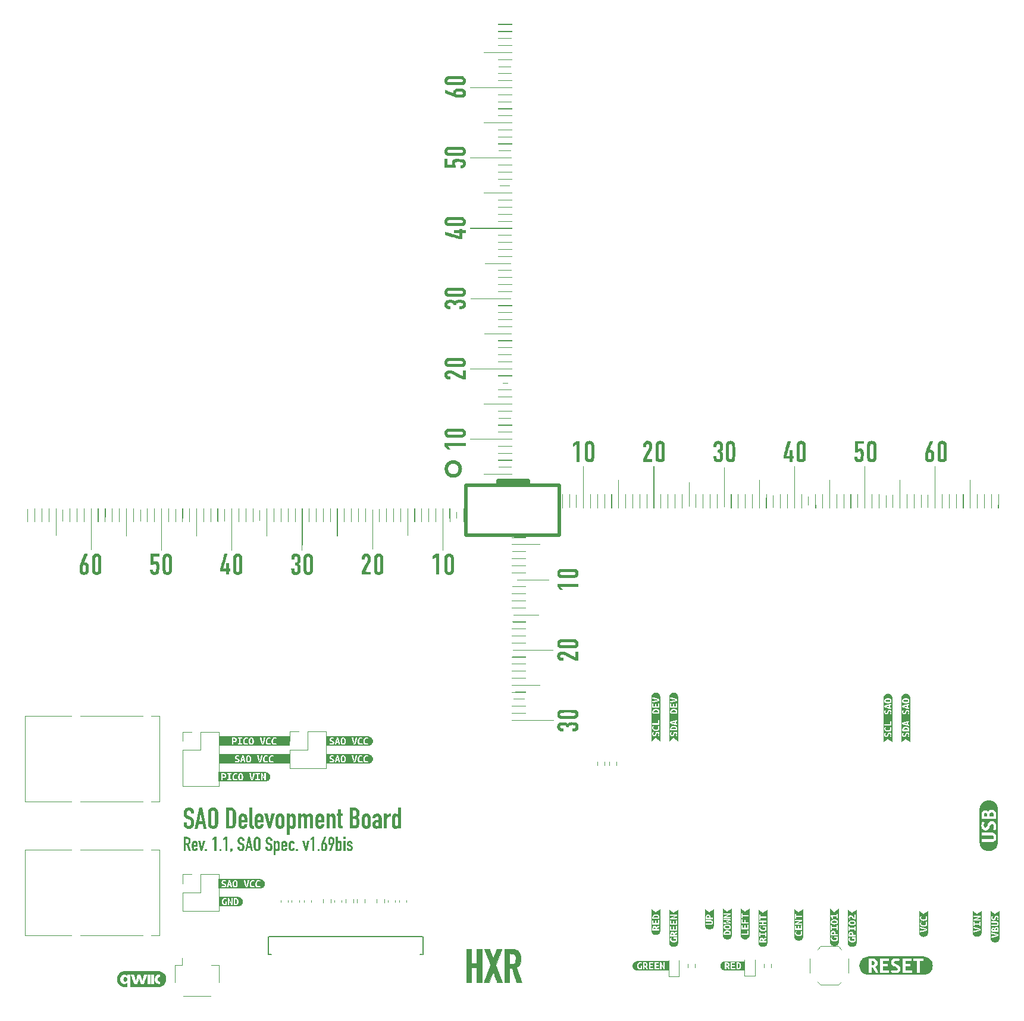
<source format=gto>
%TF.GenerationSoftware,KiCad,Pcbnew,8.99.0-2651-g201b60c670*%
%TF.CreationDate,2024-10-15T13:29:43+02:00*%
%TF.ProjectId,SAO Dev Board,53414f20-4465-4762-9042-6f6172642e6b,1.1*%
%TF.SameCoordinates,PX1c9c380PY1c9c380*%
%TF.FileFunction,Legend,Top*%
%TF.FilePolarity,Positive*%
%FSLAX46Y46*%
G04 Gerber Fmt 4.6, Leading zero omitted, Abs format (unit mm)*
G04 Created by KiCad (PCBNEW 8.99.0-2651-g201b60c670) date 2024-10-15 13:29:43*
%MOMM*%
%LPD*%
G01*
G04 APERTURE LIST*
%ADD10C,0.200000*%
%ADD11C,0.000000*%
%ADD12C,0.120000*%
%ADD13C,0.010000*%
%ADD14C,0.500000*%
%ADD15C,0.127000*%
G04 APERTURE END LIST*
D10*
G36*
X24589105Y-113357210D02*
G01*
X24160642Y-113357210D01*
X24160642Y-113260490D01*
X24142707Y-113121111D01*
X24091399Y-113006233D01*
X24037219Y-112948415D01*
X23962058Y-112912328D01*
X23858574Y-112899071D01*
X23776089Y-112908199D01*
X23716058Y-112932777D01*
X23666430Y-112970805D01*
X23627948Y-113016674D01*
X23599906Y-113074368D01*
X23581786Y-113140689D01*
X23569146Y-113285586D01*
X23575375Y-113432864D01*
X23607065Y-113538011D01*
X23637423Y-113580503D01*
X23680338Y-113617878D01*
X23812595Y-113684923D01*
X24139942Y-113815348D01*
X24273274Y-113877094D01*
X24370751Y-113943576D01*
X24449962Y-114023393D01*
X24509237Y-114113752D01*
X24547465Y-114219314D01*
X24572252Y-114342913D01*
X24589105Y-114634905D01*
X24579315Y-114820154D01*
X24551186Y-114986065D01*
X24500623Y-115138513D01*
X24429370Y-115261205D01*
X24328270Y-115365440D01*
X24197827Y-115446219D01*
X24045088Y-115495472D01*
X23848866Y-115513447D01*
X23697362Y-115499572D01*
X23558705Y-115458859D01*
X23432812Y-115393059D01*
X23327346Y-115307367D01*
X23240996Y-115203272D01*
X23174023Y-115082602D01*
X23131698Y-114949902D01*
X23117236Y-114803066D01*
X23117236Y-114643332D01*
X23545699Y-114643332D01*
X23545699Y-114777971D01*
X23563055Y-114889711D01*
X23615125Y-114990095D01*
X23668465Y-115040387D01*
X23743783Y-115072608D01*
X23848866Y-115084617D01*
X23951670Y-115075731D01*
X24019591Y-115053110D01*
X24073843Y-115014707D01*
X24114296Y-114962801D01*
X24140653Y-114899768D01*
X24154230Y-114821934D01*
X24160642Y-114639118D01*
X24152215Y-114445861D01*
X24138800Y-114374599D01*
X24118693Y-114323862D01*
X24084667Y-114282047D01*
X24041024Y-114248391D01*
X23912979Y-114185193D01*
X23606699Y-114058981D01*
X23432484Y-113968952D01*
X23312349Y-113868797D01*
X23235022Y-113758562D01*
X23184682Y-113630437D01*
X23152308Y-113475925D01*
X23140683Y-113289799D01*
X23152392Y-113124829D01*
X23186845Y-112970512D01*
X23245427Y-112827996D01*
X23325331Y-112710027D01*
X23424512Y-112612499D01*
X23549912Y-112535455D01*
X23694910Y-112487476D01*
X23875244Y-112470242D01*
X24029707Y-112485341D01*
X24167053Y-112529227D01*
X24291299Y-112598071D01*
X24395847Y-112684748D01*
X24504698Y-112828302D01*
X24567910Y-112980839D01*
X24589105Y-113146917D01*
X24589105Y-113357210D01*
G37*
G36*
X26403890Y-115495861D02*
G01*
X25975427Y-115495861D01*
X25849398Y-114845198D01*
X25265596Y-114845198D01*
X25139750Y-115495861D01*
X24711287Y-115495861D01*
X24945178Y-114446594D01*
X25341250Y-114446594D01*
X25769713Y-114446594D01*
X25559603Y-113362156D01*
X25551177Y-113362156D01*
X25341250Y-114446594D01*
X24945178Y-114446594D01*
X25378986Y-112500467D01*
X25736008Y-112500467D01*
X26403890Y-115495861D01*
G37*
G36*
X27434742Y-112481696D02*
G01*
X27564166Y-112516587D01*
X27686487Y-112573230D01*
X27797356Y-112651043D01*
X27887674Y-112753464D01*
X27961121Y-112882219D01*
X28007704Y-113027977D01*
X28024136Y-113201505D01*
X28024136Y-114782184D01*
X28007407Y-114962410D01*
X27961121Y-115105683D01*
X27887722Y-115230104D01*
X27797356Y-115328433D01*
X27686213Y-115409616D01*
X27564166Y-115467285D01*
X27434750Y-115502037D01*
X27305879Y-115513447D01*
X27176849Y-115502033D01*
X27047409Y-115467285D01*
X26926094Y-115409426D01*
X26818431Y-115328433D01*
X26724793Y-115229799D01*
X26650453Y-115105683D01*
X26604168Y-114962410D01*
X26587438Y-114782184D01*
X26587438Y-113201505D01*
X27015901Y-113201505D01*
X27015901Y-114782184D01*
X27026716Y-114882030D01*
X27056056Y-114956251D01*
X27101997Y-115011161D01*
X27195498Y-115066067D01*
X27305879Y-115084617D01*
X27416101Y-115066074D01*
X27509577Y-115011161D01*
X27555518Y-114956251D01*
X27584859Y-114882030D01*
X27595673Y-114782184D01*
X27595673Y-113201505D01*
X27584854Y-113101663D01*
X27555511Y-113027511D01*
X27509577Y-112972711D01*
X27416088Y-112917656D01*
X27305879Y-112899071D01*
X27195512Y-112917664D01*
X27101997Y-112972711D01*
X27056063Y-113027511D01*
X27026720Y-113101663D01*
X27015901Y-113201505D01*
X26587438Y-113201505D01*
X26603871Y-113027977D01*
X26650453Y-112882219D01*
X26724851Y-112753769D01*
X26818431Y-112651043D01*
X26925813Y-112573422D01*
X27047409Y-112516587D01*
X27176856Y-112481700D01*
X27305879Y-112470242D01*
X27434742Y-112481696D01*
G37*
G36*
X29995431Y-112514806D02*
G01*
X30146110Y-112554743D01*
X30269693Y-112617353D01*
X30370882Y-112702151D01*
X30451034Y-112807757D01*
X30510395Y-112935004D01*
X30548223Y-113088266D01*
X30561758Y-113273129D01*
X30561758Y-114671359D01*
X30546736Y-114883234D01*
X30505541Y-115051817D01*
X30442262Y-115185405D01*
X30358426Y-115290514D01*
X30251479Y-115374209D01*
X30121706Y-115436222D01*
X29964407Y-115475805D01*
X29773525Y-115490000D01*
X29178367Y-115490000D01*
X29178367Y-115091395D01*
X29606830Y-115091395D01*
X29803201Y-115091395D01*
X29919365Y-115079567D01*
X30001274Y-115048292D01*
X30058007Y-115000720D01*
X30096981Y-114935692D01*
X30123300Y-114843775D01*
X30133295Y-114716238D01*
X30133295Y-113270015D01*
X30113670Y-113106008D01*
X30062220Y-112995975D01*
X30007210Y-112945337D01*
X29924459Y-112911870D01*
X29803201Y-112899071D01*
X29606830Y-112899071D01*
X29606830Y-115091395D01*
X29178367Y-115091395D01*
X29178367Y-112500467D01*
X29811444Y-112500467D01*
X29995431Y-112514806D01*
G37*
G36*
X31688846Y-113345874D02*
G01*
X31813442Y-113383405D01*
X31925113Y-113443943D01*
X32017323Y-113522257D01*
X32109548Y-113656941D01*
X32165824Y-113813513D01*
X32185484Y-113997981D01*
X32185484Y-114587278D01*
X31336069Y-114587278D01*
X31336069Y-114875790D01*
X31351176Y-114966831D01*
X31392855Y-115030212D01*
X31457617Y-115070261D01*
X31546728Y-115084617D01*
X31624314Y-115075324D01*
X31675755Y-115051061D01*
X31708661Y-115013726D01*
X31741106Y-114941507D01*
X31757021Y-114871577D01*
X32185484Y-114871577D01*
X32165146Y-115051765D01*
X32107421Y-115200421D01*
X32013110Y-115324586D01*
X31921224Y-115402837D01*
X31811243Y-115463072D01*
X31688555Y-115500414D01*
X31546545Y-115513447D01*
X31414183Y-115503407D01*
X31301035Y-115474944D01*
X31203811Y-115429549D01*
X31078868Y-115331290D01*
X30987290Y-115206617D01*
X30949017Y-115118112D01*
X30924275Y-115013543D01*
X30907606Y-114773941D01*
X30907606Y-114072353D01*
X30912321Y-114004576D01*
X31336069Y-114004576D01*
X31336069Y-114247292D01*
X31757021Y-114247292D01*
X31757021Y-114004576D01*
X31741361Y-113893790D01*
X31700235Y-113822493D01*
X31634971Y-113777484D01*
X31546728Y-113761676D01*
X31458170Y-113777499D01*
X31392855Y-113822493D01*
X31351729Y-113893790D01*
X31336069Y-114004576D01*
X30912321Y-114004576D01*
X30924275Y-113832751D01*
X30949017Y-113728182D01*
X30987290Y-113639677D01*
X31078876Y-113515041D01*
X31203811Y-113416927D01*
X31301046Y-113371429D01*
X31414194Y-113342906D01*
X31546545Y-113332847D01*
X31688846Y-113345874D01*
G37*
G36*
X32472714Y-112500467D02*
G01*
X32901177Y-112500467D01*
X32901177Y-114892826D01*
X32914314Y-115002762D01*
X32945324Y-115058972D01*
X33001689Y-115092602D01*
X33111653Y-115115758D01*
X33111653Y-115519309D01*
X32968361Y-115513178D01*
X32846772Y-115496045D01*
X32736214Y-115461326D01*
X32645088Y-115405736D01*
X32572313Y-115331408D01*
X32516861Y-115227133D01*
X32485025Y-115101500D01*
X32472714Y-114922135D01*
X32472714Y-112500467D01*
G37*
G36*
X34021854Y-113345874D02*
G01*
X34146449Y-113383405D01*
X34258120Y-113443943D01*
X34350331Y-113522257D01*
X34442556Y-113656941D01*
X34498832Y-113813513D01*
X34518492Y-113997981D01*
X34518492Y-114587278D01*
X33669077Y-114587278D01*
X33669077Y-114875790D01*
X33684184Y-114966831D01*
X33725863Y-115030212D01*
X33790625Y-115070261D01*
X33879736Y-115084617D01*
X33957322Y-115075324D01*
X34008763Y-115051061D01*
X34041669Y-115013726D01*
X34074113Y-114941507D01*
X34090029Y-114871577D01*
X34518492Y-114871577D01*
X34498153Y-115051765D01*
X34440428Y-115200421D01*
X34346118Y-115324586D01*
X34254231Y-115402837D01*
X34144251Y-115463072D01*
X34021563Y-115500414D01*
X33879553Y-115513447D01*
X33747190Y-115503407D01*
X33634042Y-115474944D01*
X33536819Y-115429549D01*
X33411876Y-115331290D01*
X33320298Y-115206617D01*
X33282025Y-115118112D01*
X33257283Y-115013543D01*
X33240614Y-114773941D01*
X33240614Y-114072353D01*
X33245329Y-114004576D01*
X33669077Y-114004576D01*
X33669077Y-114247292D01*
X34090029Y-114247292D01*
X34090029Y-114004576D01*
X34074369Y-113893790D01*
X34033243Y-113822493D01*
X33967978Y-113777484D01*
X33879736Y-113761676D01*
X33791177Y-113777499D01*
X33725863Y-113822493D01*
X33684737Y-113893790D01*
X33669077Y-114004576D01*
X33245329Y-114004576D01*
X33257283Y-113832751D01*
X33282025Y-113728182D01*
X33320298Y-113639677D01*
X33411884Y-113515041D01*
X33536819Y-113416927D01*
X33634054Y-113371429D01*
X33747201Y-113342906D01*
X33879553Y-113332847D01*
X34021854Y-113345874D01*
G37*
G36*
X36086165Y-113356294D02*
G01*
X35531673Y-115490000D01*
X35153768Y-115490000D01*
X34599275Y-113356294D01*
X35052834Y-113356294D01*
X35338415Y-114719902D01*
X35346842Y-114719902D01*
X35632423Y-113356294D01*
X36086165Y-113356294D01*
G37*
G36*
X36966141Y-113342907D02*
G01*
X37079166Y-113371429D01*
X37176282Y-113416927D01*
X37301368Y-113515054D01*
X37392986Y-113639677D01*
X37431259Y-113728182D01*
X37456001Y-113832751D01*
X37472854Y-114072353D01*
X37472854Y-114773941D01*
X37456001Y-115013543D01*
X37431259Y-115118112D01*
X37392986Y-115206617D01*
X37301376Y-115331277D01*
X37176282Y-115429549D01*
X37079177Y-115474944D01*
X36966152Y-115503407D01*
X36833914Y-115513447D01*
X36701552Y-115503407D01*
X36588404Y-115474944D01*
X36491181Y-115429549D01*
X36366237Y-115331290D01*
X36274659Y-115206617D01*
X36236387Y-115118112D01*
X36211645Y-115013543D01*
X36194975Y-114773941D01*
X36194975Y-114072353D01*
X36199640Y-114005308D01*
X36623438Y-114005308D01*
X36623438Y-114841168D01*
X36639104Y-114952305D01*
X36680225Y-115023801D01*
X36745539Y-115068794D01*
X36834098Y-115084617D01*
X36922340Y-115068810D01*
X36987604Y-115023801D01*
X37028725Y-114952305D01*
X37044391Y-114841168D01*
X37044391Y-114005308D01*
X37028725Y-113894172D01*
X36987604Y-113822676D01*
X36922324Y-113777525D01*
X36834098Y-113761676D01*
X36745555Y-113777541D01*
X36680225Y-113822676D01*
X36639104Y-113894172D01*
X36623438Y-114005308D01*
X36199640Y-114005308D01*
X36211645Y-113832751D01*
X36236387Y-113728182D01*
X36274659Y-113639677D01*
X36366245Y-113515041D01*
X36491181Y-113416927D01*
X36588415Y-113371429D01*
X36701563Y-113342906D01*
X36833914Y-113332847D01*
X36966141Y-113342907D01*
G37*
G36*
X38743983Y-113351658D02*
G01*
X38845456Y-113390274D01*
X38926334Y-113452116D01*
X38989968Y-113539659D01*
X39021592Y-113616381D01*
X39044556Y-113716247D01*
X39061409Y-113997981D01*
X39061409Y-114809478D01*
X39048770Y-115150197D01*
X39015055Y-115280756D01*
X38950972Y-115383998D01*
X38854596Y-115465453D01*
X38758502Y-115504798D01*
X38609682Y-115520225D01*
X38488339Y-115505708D01*
X38383635Y-115463621D01*
X38292352Y-115395813D01*
X38212543Y-115301688D01*
X38212543Y-116357550D01*
X37783531Y-116357550D01*
X37783531Y-114031687D01*
X38208330Y-114031687D01*
X38208330Y-114860219D01*
X38224064Y-114953530D01*
X38269330Y-115026366D01*
X38337839Y-115074982D01*
X38422836Y-115091395D01*
X38499942Y-115081745D01*
X38553051Y-115056069D01*
X38588799Y-115015741D01*
X38621515Y-114935328D01*
X38632946Y-114839153D01*
X38632946Y-114056782D01*
X38619235Y-113934792D01*
X38582388Y-113846673D01*
X38543020Y-113802775D01*
X38491220Y-113776166D01*
X38422836Y-113766622D01*
X38335295Y-113785153D01*
X38267131Y-113840261D01*
X38223885Y-113922203D01*
X38208330Y-114031687D01*
X37783531Y-114031687D01*
X37783531Y-113368018D01*
X38208330Y-113368018D01*
X38208330Y-113559077D01*
X38290711Y-113471403D01*
X38372095Y-113401723D01*
X38468495Y-113355567D01*
X38615910Y-113337793D01*
X38743983Y-113351658D01*
G37*
G36*
X39416050Y-115490000D02*
G01*
X39416050Y-113356294D01*
X39844513Y-113356294D01*
X39844513Y-113563290D01*
X39852756Y-113563290D01*
X39926956Y-113471216D01*
X40013773Y-113397876D01*
X40117226Y-113350151D01*
X40254474Y-113332847D01*
X40383722Y-113350438D01*
X40484368Y-113399891D01*
X40569459Y-113471209D01*
X40635127Y-113546254D01*
X40719284Y-113464345D01*
X40810982Y-113395678D01*
X40919009Y-113350256D01*
X41078794Y-113332847D01*
X41158326Y-113339500D01*
X41242009Y-113360141D01*
X41321139Y-113396161D01*
X41392768Y-113450633D01*
X41452445Y-113521070D01*
X41501578Y-113612566D01*
X41532112Y-113717862D01*
X41543344Y-113854183D01*
X41543344Y-115490000D01*
X41114881Y-115490000D01*
X41114881Y-114014101D01*
X41100208Y-113905238D01*
X41060659Y-113829087D01*
X40996593Y-113779199D01*
X40906420Y-113761676D01*
X40829897Y-113771276D01*
X40776417Y-113796971D01*
X40739724Y-113837513D01*
X40706881Y-113923090D01*
X40693928Y-114056050D01*
X40693928Y-115490000D01*
X40265465Y-115490000D01*
X40265465Y-114014101D01*
X40250792Y-113905238D01*
X40211243Y-113829087D01*
X40147053Y-113779184D01*
X40057004Y-113761676D01*
X39980481Y-113771276D01*
X39927001Y-113796971D01*
X39890308Y-113837513D01*
X39857465Y-113923090D01*
X39844513Y-114056050D01*
X39844513Y-115490000D01*
X39416050Y-115490000D01*
G37*
G36*
X42647534Y-113345874D02*
G01*
X42772130Y-113383405D01*
X42883801Y-113443943D01*
X42976011Y-113522257D01*
X43068236Y-113656941D01*
X43124512Y-113813513D01*
X43144173Y-113997981D01*
X43144173Y-114587278D01*
X42294757Y-114587278D01*
X42294757Y-114875790D01*
X42309865Y-114966831D01*
X42351543Y-115030212D01*
X42416305Y-115070261D01*
X42505416Y-115084617D01*
X42583002Y-115075324D01*
X42634443Y-115051061D01*
X42667349Y-115013726D01*
X42699794Y-114941507D01*
X42715710Y-114871577D01*
X43144173Y-114871577D01*
X43123834Y-115051765D01*
X43066109Y-115200421D01*
X42971798Y-115324586D01*
X42879912Y-115402837D01*
X42769931Y-115463072D01*
X42647243Y-115500414D01*
X42505233Y-115513447D01*
X42372871Y-115503407D01*
X42259723Y-115474944D01*
X42162500Y-115429549D01*
X42037556Y-115331290D01*
X41945978Y-115206617D01*
X41907705Y-115118112D01*
X41882964Y-115013543D01*
X41866294Y-114773941D01*
X41866294Y-114072353D01*
X41871009Y-114004576D01*
X42294757Y-114004576D01*
X42294757Y-114247292D01*
X42715710Y-114247292D01*
X42715710Y-114004576D01*
X42700049Y-113893790D01*
X42658923Y-113822493D01*
X42593659Y-113777484D01*
X42505416Y-113761676D01*
X42416858Y-113777499D01*
X42351543Y-113822493D01*
X42310417Y-113893790D01*
X42294757Y-114004576D01*
X41871009Y-114004576D01*
X41882964Y-113832751D01*
X41907705Y-113728182D01*
X41945978Y-113639677D01*
X42037564Y-113515041D01*
X42162500Y-113416927D01*
X42259734Y-113371429D01*
X42372882Y-113342906D01*
X42505233Y-113332847D01*
X42647534Y-113345874D01*
G37*
G36*
X43454849Y-115490000D02*
G01*
X43454849Y-113356294D01*
X43883312Y-113356294D01*
X43883312Y-113563290D01*
X43891556Y-113563290D01*
X43965755Y-113471216D01*
X44052573Y-113397876D01*
X44156182Y-113350145D01*
X44293457Y-113332847D01*
X44372263Y-113339575D01*
X44452276Y-113360141D01*
X44527100Y-113396087D01*
X44594609Y-113450633D01*
X44650030Y-113520873D01*
X44694993Y-113612566D01*
X44722538Y-113717609D01*
X44732728Y-113854183D01*
X44732728Y-115490000D01*
X44304265Y-115490000D01*
X44304265Y-114014101D01*
X44289592Y-113905238D01*
X44250043Y-113829087D01*
X44185853Y-113779184D01*
X44095804Y-113761676D01*
X44019281Y-113771276D01*
X43965801Y-113796971D01*
X43929108Y-113837513D01*
X43896265Y-113923090D01*
X43883312Y-114056050D01*
X43883312Y-115490000D01*
X43454849Y-115490000D01*
G37*
G36*
X45092681Y-113356294D02*
G01*
X45092681Y-112711493D01*
X45521144Y-112711493D01*
X45521144Y-113356294D01*
X45779064Y-113356294D01*
X45779064Y-113696280D01*
X45521144Y-113696280D01*
X45521144Y-114880736D01*
X45535432Y-114998705D01*
X45554735Y-115036137D01*
X45582510Y-115062086D01*
X45662377Y-115087182D01*
X45779064Y-115091395D01*
X45779064Y-115490000D01*
X45604309Y-115490000D01*
X45466131Y-115477559D01*
X45361043Y-115443838D01*
X45271563Y-115390180D01*
X45204972Y-115326235D01*
X45154622Y-115250299D01*
X45119609Y-115164485D01*
X45099218Y-115074369D01*
X45092681Y-114990095D01*
X45092681Y-113696280D01*
X44876343Y-113696280D01*
X44876343Y-113356294D01*
X45092681Y-113356294D01*
G37*
G36*
X47567005Y-112517215D02*
G01*
X47720795Y-112563115D01*
X47854210Y-112637339D01*
X47957833Y-112729994D01*
X48036751Y-112842012D01*
X48089724Y-112970146D01*
X48119593Y-113107784D01*
X48129658Y-113251880D01*
X48129658Y-113360507D01*
X48124500Y-113476710D01*
X48110790Y-113564938D01*
X48086913Y-113644725D01*
X48054919Y-113711118D01*
X47968347Y-113817062D01*
X47838948Y-113911519D01*
X47930962Y-113967671D01*
X48003546Y-114037607D01*
X48058949Y-114122545D01*
X48095871Y-114218169D01*
X48120523Y-114342475D01*
X48129658Y-114502281D01*
X48129658Y-114671175D01*
X48115904Y-114870732D01*
X48077692Y-115034567D01*
X48018238Y-115168970D01*
X47938782Y-115278974D01*
X47837244Y-115366037D01*
X47706666Y-115431620D01*
X47540206Y-115474365D01*
X47328968Y-115490000D01*
X46746266Y-115490000D01*
X46746266Y-115061170D01*
X47174729Y-115061170D01*
X47360109Y-115061170D01*
X47482731Y-115050460D01*
X47564541Y-115023068D01*
X47629749Y-114976979D01*
X47676282Y-114917006D01*
X47706279Y-114844750D01*
X47722627Y-114755989D01*
X47731053Y-114552473D01*
X47718414Y-114353354D01*
X47698816Y-114273150D01*
X47667855Y-114209373D01*
X47618561Y-114158119D01*
X47553916Y-114122362D01*
X47476216Y-114102567D01*
X47364323Y-114094884D01*
X47174729Y-114094884D01*
X47174729Y-115061170D01*
X46746266Y-115061170D01*
X46746266Y-113719727D01*
X47174729Y-113719727D01*
X47368536Y-113719727D01*
X47507308Y-113705330D01*
X47598927Y-113668238D01*
X47657231Y-113612932D01*
X47695670Y-113537902D01*
X47721410Y-113436426D01*
X47731053Y-113300973D01*
X47720356Y-113169004D01*
X47691796Y-113071148D01*
X47648804Y-112999455D01*
X47586277Y-112947505D01*
X47491432Y-112912550D01*
X47351683Y-112899071D01*
X47174729Y-112899071D01*
X47174729Y-113719727D01*
X46746266Y-113719727D01*
X46746266Y-112500467D01*
X47370917Y-112500467D01*
X47567005Y-112517215D01*
G37*
G36*
X49246671Y-113342907D02*
G01*
X49359696Y-113371429D01*
X49456812Y-113416927D01*
X49581898Y-113515054D01*
X49673517Y-113639677D01*
X49711789Y-113728182D01*
X49736531Y-113832751D01*
X49753384Y-114072353D01*
X49753384Y-114773941D01*
X49736531Y-115013543D01*
X49711789Y-115118112D01*
X49673517Y-115206617D01*
X49581906Y-115331277D01*
X49456812Y-115429549D01*
X49359708Y-115474944D01*
X49246682Y-115503407D01*
X49114445Y-115513447D01*
X48982082Y-115503407D01*
X48868934Y-115474944D01*
X48771711Y-115429549D01*
X48646768Y-115331290D01*
X48555190Y-115206617D01*
X48516917Y-115118112D01*
X48492175Y-115013543D01*
X48475505Y-114773941D01*
X48475505Y-114072353D01*
X48480170Y-114005308D01*
X48903968Y-114005308D01*
X48903968Y-114841168D01*
X48919634Y-114952305D01*
X48960755Y-115023801D01*
X49026069Y-115068794D01*
X49114628Y-115084617D01*
X49202870Y-115068810D01*
X49268135Y-115023801D01*
X49309255Y-114952305D01*
X49324921Y-114841168D01*
X49324921Y-114005308D01*
X49309255Y-113894172D01*
X49268135Y-113822676D01*
X49202854Y-113777525D01*
X49114628Y-113761676D01*
X49026085Y-113777541D01*
X48960755Y-113822676D01*
X48919634Y-113894172D01*
X48903968Y-114005308D01*
X48480170Y-114005308D01*
X48492175Y-113832751D01*
X48516917Y-113728182D01*
X48555190Y-113639677D01*
X48646775Y-113515041D01*
X48771711Y-113416927D01*
X48868946Y-113371429D01*
X48982093Y-113342906D01*
X49114445Y-113332847D01*
X49246671Y-113342907D01*
G37*
G36*
X50794437Y-113343569D02*
G01*
X50915308Y-113374979D01*
X51026082Y-113427607D01*
X51121571Y-113500825D01*
X51196152Y-113593697D01*
X51256210Y-113711118D01*
X51293437Y-113843673D01*
X51306769Y-114005125D01*
X51306769Y-115488351D01*
X50878306Y-115488351D01*
X50878306Y-115271646D01*
X50869879Y-115271646D01*
X50781874Y-115378303D01*
X50699337Y-115450982D01*
X50601638Y-115496226D01*
X50456987Y-115513447D01*
X50303297Y-115490183D01*
X50228492Y-115458017D01*
X50153820Y-115404270D01*
X50090934Y-115335111D01*
X50037866Y-115234094D01*
X50005912Y-115113771D01*
X49993719Y-114946315D01*
X49997353Y-114865715D01*
X50422182Y-114865715D01*
X50437880Y-114978679D01*
X50481350Y-115062819D01*
X50551061Y-115118940D01*
X50646031Y-115138290D01*
X50745368Y-115119737D01*
X50816939Y-115067032D01*
X50861647Y-114985189D01*
X50878306Y-114865715D01*
X50878306Y-114576470D01*
X50759970Y-114563831D01*
X50628184Y-114580753D01*
X50521284Y-114628860D01*
X50468840Y-114680119D01*
X50434973Y-114755954D01*
X50422182Y-114865715D01*
X49997353Y-114865715D01*
X50001600Y-114771515D01*
X50023211Y-114629410D01*
X50066264Y-114501924D01*
X50132754Y-114400432D01*
X50220096Y-114324588D01*
X50339200Y-114267991D01*
X50479318Y-114236030D01*
X50672042Y-114223845D01*
X50718204Y-114223845D01*
X50764549Y-114228058D01*
X50815108Y-114232271D01*
X50878306Y-114236484D01*
X50878306Y-114013918D01*
X50865921Y-113911169D01*
X50831777Y-113833117D01*
X50795099Y-113795254D01*
X50741002Y-113770870D01*
X50662883Y-113761676D01*
X50582597Y-113775164D01*
X50508827Y-113816264D01*
X50452441Y-113881520D01*
X50417969Y-113975999D01*
X50002145Y-113975999D01*
X50032489Y-113792837D01*
X50097215Y-113640807D01*
X50195769Y-113513647D01*
X50287435Y-113439050D01*
X50397636Y-113381207D01*
X50520559Y-113345374D01*
X50662883Y-113332847D01*
X50794437Y-113343569D01*
G37*
G36*
X51617445Y-115490000D02*
G01*
X51617445Y-113356294D01*
X52045908Y-113356294D01*
X52045908Y-113584356D01*
X52178530Y-113477242D01*
X52302363Y-113400075D01*
X52438348Y-113350778D01*
X52613956Y-113332847D01*
X52613956Y-113786955D01*
X52549653Y-113767977D01*
X52483531Y-113761676D01*
X52338267Y-113784940D01*
X52264350Y-113815774D01*
X52197400Y-113862609D01*
X52137115Y-113924712D01*
X52087857Y-114005675D01*
X52057186Y-114100427D01*
X52045908Y-114224211D01*
X52045908Y-115490000D01*
X51617445Y-115490000D01*
G37*
G36*
X54061828Y-115490000D02*
G01*
X53633365Y-115490000D01*
X53633365Y-115296559D01*
X53553864Y-115382105D01*
X53470150Y-115450799D01*
X53365553Y-115496777D01*
X53227433Y-115513447D01*
X53097655Y-115499447D01*
X52996205Y-115460676D01*
X52916593Y-115398919D01*
X52855207Y-115311763D01*
X52823577Y-115235064D01*
X52800619Y-115135359D01*
X52783949Y-114853808D01*
X52783949Y-114042861D01*
X52785017Y-114014101D01*
X53212412Y-114014101D01*
X53212412Y-114796106D01*
X53225991Y-114918301D01*
X53262421Y-115006399D01*
X53301536Y-115050217D01*
X53352980Y-115076753D01*
X53420874Y-115086266D01*
X53507511Y-115067797D01*
X53574930Y-115012810D01*
X53617897Y-114930898D01*
X53633365Y-114821385D01*
X53633365Y-113993035D01*
X53617756Y-113899680D01*
X53572915Y-113826889D01*
X53504972Y-113778105D01*
X53420874Y-113761676D01*
X53344302Y-113771333D01*
X53291540Y-113797049D01*
X53256010Y-113837513D01*
X53223710Y-113917892D01*
X53212412Y-114014101D01*
X52785017Y-114014101D01*
X52796589Y-113702508D01*
X52830485Y-113572240D01*
X52895553Y-113469041D01*
X52994059Y-113387435D01*
X53086149Y-113348368D01*
X53233845Y-113332847D01*
X53354486Y-113347397D01*
X53458792Y-113389633D01*
X53549692Y-113457285D01*
X53629152Y-113551383D01*
X53629152Y-112500467D01*
X54061828Y-112500467D01*
X54061828Y-115490000D01*
G37*
G36*
X23728790Y-116679727D02*
G01*
X23838227Y-116715008D01*
X23925505Y-116770533D01*
X23994612Y-116847070D01*
X24047023Y-116948319D01*
X24081492Y-117080457D01*
X24094207Y-117251573D01*
X24087547Y-117368274D01*
X24068855Y-117467198D01*
X24039619Y-117551015D01*
X23995223Y-117626251D01*
X23932241Y-117692229D01*
X23847766Y-117749706D01*
X24155757Y-118660000D01*
X23853384Y-118660000D01*
X23588503Y-117808080D01*
X23418510Y-117808080D01*
X23418510Y-118660000D01*
X23132868Y-118660000D01*
X23132868Y-117557976D01*
X23418510Y-117557976D01*
X23580076Y-117557976D01*
X23650956Y-117552089D01*
X23699877Y-117536849D01*
X23739917Y-117510856D01*
X23769609Y-117476277D01*
X23787945Y-117433825D01*
X23800261Y-117379068D01*
X23808565Y-117245345D01*
X23800261Y-117111622D01*
X23787388Y-117056648D01*
X23766800Y-117011482D01*
X23724984Y-116970274D01*
X23661045Y-116943122D01*
X23566154Y-116932714D01*
X23418510Y-116932714D01*
X23418510Y-117557976D01*
X23132868Y-117557976D01*
X23132868Y-116666978D01*
X23591189Y-116666978D01*
X23728790Y-116679727D01*
G37*
G36*
X24806521Y-117230582D02*
G01*
X24889584Y-117255603D01*
X24964032Y-117295962D01*
X25025505Y-117348171D01*
X25086989Y-117437960D01*
X25124506Y-117542342D01*
X25137613Y-117665321D01*
X25137613Y-118058185D01*
X24571336Y-118058185D01*
X24571336Y-118250526D01*
X24581408Y-118311221D01*
X24609193Y-118353475D01*
X24652368Y-118380174D01*
X24711775Y-118389745D01*
X24763500Y-118383549D01*
X24797793Y-118367374D01*
X24819731Y-118342484D01*
X24841360Y-118294338D01*
X24851971Y-118247718D01*
X25137613Y-118247718D01*
X25124054Y-118367843D01*
X25085570Y-118466947D01*
X25022697Y-118549724D01*
X24961439Y-118601891D01*
X24888119Y-118642048D01*
X24806327Y-118666942D01*
X24711653Y-118675631D01*
X24623412Y-118668938D01*
X24547980Y-118649963D01*
X24483164Y-118619699D01*
X24399869Y-118554193D01*
X24338817Y-118471078D01*
X24313301Y-118412074D01*
X24296807Y-118342362D01*
X24285694Y-118182627D01*
X24285694Y-117714902D01*
X24288838Y-117669717D01*
X24571336Y-117669717D01*
X24571336Y-117831528D01*
X24851971Y-117831528D01*
X24851971Y-117669717D01*
X24841531Y-117595860D01*
X24814113Y-117548328D01*
X24770604Y-117518322D01*
X24711775Y-117507784D01*
X24652736Y-117518333D01*
X24609193Y-117548328D01*
X24581776Y-117595860D01*
X24571336Y-117669717D01*
X24288838Y-117669717D01*
X24296807Y-117555167D01*
X24313301Y-117485454D01*
X24338817Y-117426451D01*
X24399874Y-117343360D01*
X24483164Y-117277951D01*
X24547987Y-117247619D01*
X24623419Y-117228604D01*
X24711653Y-117221898D01*
X24806521Y-117230582D01*
G37*
G36*
X26182728Y-117237529D02*
G01*
X25813066Y-118660000D01*
X25561130Y-118660000D01*
X25191468Y-117237529D01*
X25493841Y-117237529D01*
X25684228Y-118146601D01*
X25689846Y-118146601D01*
X25880233Y-117237529D01*
X26182728Y-117237529D01*
G37*
G36*
X26141939Y-118660000D02*
G01*
X26141939Y-118374113D01*
X26427581Y-118374113D01*
X26427581Y-118660000D01*
X26141939Y-118660000D01*
G37*
G36*
X27494068Y-118660000D02*
G01*
X27494068Y-116969351D01*
X27208792Y-117179277D01*
X27208792Y-116876905D01*
X27494068Y-116666978D01*
X27779710Y-116666978D01*
X27779710Y-118660000D01*
X27494068Y-118660000D01*
G37*
G36*
X28222889Y-118660000D02*
G01*
X28222889Y-118374113D01*
X28508531Y-118374113D01*
X28508531Y-118660000D01*
X28222889Y-118660000D01*
G37*
G36*
X29055268Y-118660000D02*
G01*
X29055268Y-116969351D01*
X28769993Y-117179277D01*
X28769993Y-116876905D01*
X29055268Y-116666978D01*
X29340910Y-116666978D01*
X29340910Y-118660000D01*
X29055268Y-118660000D01*
G37*
G36*
X29784089Y-118864187D02*
G01*
X29784089Y-118370816D01*
X30069731Y-118370816D01*
X30069731Y-118656702D01*
X29784089Y-118864187D01*
G37*
G36*
X31765753Y-117238140D02*
G01*
X31480111Y-117238140D01*
X31480111Y-117173660D01*
X31468155Y-117080741D01*
X31433949Y-117004155D01*
X31397829Y-116965610D01*
X31347722Y-116941552D01*
X31278733Y-116932714D01*
X31223743Y-116938799D01*
X31183722Y-116955184D01*
X31150637Y-116980536D01*
X31124982Y-117011116D01*
X31106287Y-117049579D01*
X31094207Y-117093792D01*
X31085781Y-117190390D01*
X31089933Y-117288576D01*
X31111060Y-117358674D01*
X31131299Y-117387002D01*
X31159909Y-117411919D01*
X31248080Y-117456615D01*
X31466311Y-117543565D01*
X31555199Y-117584729D01*
X31620184Y-117629050D01*
X31672992Y-117682262D01*
X31712508Y-117742501D01*
X31737993Y-117812876D01*
X31754518Y-117895275D01*
X31765753Y-118089937D01*
X31759227Y-118213436D01*
X31740474Y-118324043D01*
X31706765Y-118425675D01*
X31659263Y-118507470D01*
X31591863Y-118576960D01*
X31504902Y-118630812D01*
X31403076Y-118663648D01*
X31272260Y-118675631D01*
X31171258Y-118666381D01*
X31078820Y-118639239D01*
X30994892Y-118595372D01*
X30924581Y-118538244D01*
X30867014Y-118468848D01*
X30822365Y-118388401D01*
X30794149Y-118299935D01*
X30784508Y-118202044D01*
X30784508Y-118095554D01*
X31070150Y-118095554D01*
X31070150Y-118185314D01*
X31081720Y-118259807D01*
X31116434Y-118326730D01*
X31151994Y-118360258D01*
X31202206Y-118381739D01*
X31272260Y-118389745D01*
X31340797Y-118383820D01*
X31386078Y-118368740D01*
X31422246Y-118343138D01*
X31449214Y-118308534D01*
X31466785Y-118266512D01*
X31475837Y-118214623D01*
X31480111Y-118092745D01*
X31474494Y-117963907D01*
X31465550Y-117916399D01*
X31452145Y-117882575D01*
X31429461Y-117854698D01*
X31400366Y-117832260D01*
X31315003Y-117790129D01*
X31110816Y-117705987D01*
X30994673Y-117645968D01*
X30914583Y-117579198D01*
X30863032Y-117505708D01*
X30829471Y-117420291D01*
X30807889Y-117317283D01*
X30800139Y-117193199D01*
X30807945Y-117083219D01*
X30830914Y-116980341D01*
X30869968Y-116885330D01*
X30923237Y-116806685D01*
X30989358Y-116741666D01*
X31072958Y-116690303D01*
X31169624Y-116658317D01*
X31289846Y-116646828D01*
X31392821Y-116656894D01*
X31484385Y-116686151D01*
X31567216Y-116732047D01*
X31636915Y-116789832D01*
X31709482Y-116885535D01*
X31751624Y-116987226D01*
X31765753Y-117097944D01*
X31765753Y-117238140D01*
G37*
G36*
X32975610Y-118663907D02*
G01*
X32689968Y-118663907D01*
X32605949Y-118230132D01*
X32216748Y-118230132D01*
X32132850Y-118663907D01*
X31847208Y-118663907D01*
X32003135Y-117964396D01*
X32267184Y-117964396D01*
X32552826Y-117964396D01*
X32412752Y-117241437D01*
X32407135Y-117241437D01*
X32267184Y-117964396D01*
X32003135Y-117964396D01*
X32292341Y-116666978D01*
X32530355Y-116666978D01*
X32975610Y-118663907D01*
G37*
G36*
X33662845Y-116654464D02*
G01*
X33749127Y-116677725D01*
X33830675Y-116715486D01*
X33904588Y-116767362D01*
X33964799Y-116835642D01*
X34013764Y-116921479D01*
X34044819Y-117018651D01*
X34055774Y-117134337D01*
X34055774Y-118188122D01*
X34044621Y-118308273D01*
X34013764Y-118403789D01*
X33964831Y-118486736D01*
X33904588Y-118552288D01*
X33830492Y-118606411D01*
X33749127Y-118644856D01*
X33662850Y-118668024D01*
X33576936Y-118675631D01*
X33490916Y-118668022D01*
X33404623Y-118644856D01*
X33323746Y-118606284D01*
X33251971Y-118552288D01*
X33189546Y-118486533D01*
X33139986Y-118403789D01*
X33109129Y-118308273D01*
X33097976Y-118188122D01*
X33097976Y-117134337D01*
X33383618Y-117134337D01*
X33383618Y-118188122D01*
X33390827Y-118254686D01*
X33410388Y-118304167D01*
X33441015Y-118340774D01*
X33503349Y-118377378D01*
X33576936Y-118389745D01*
X33650418Y-118377382D01*
X33712735Y-118340774D01*
X33743362Y-118304167D01*
X33762923Y-118254686D01*
X33770132Y-118188122D01*
X33770132Y-117134337D01*
X33762919Y-117067775D01*
X33743357Y-117018341D01*
X33712735Y-116981807D01*
X33650409Y-116945104D01*
X33576936Y-116932714D01*
X33503358Y-116945109D01*
X33441015Y-116981807D01*
X33410392Y-117018341D01*
X33390830Y-117067775D01*
X33383618Y-117134337D01*
X33097976Y-117134337D01*
X33108931Y-117018651D01*
X33139986Y-116921479D01*
X33189584Y-116835846D01*
X33251971Y-116767362D01*
X33323559Y-116715614D01*
X33404623Y-116677725D01*
X33490921Y-116654467D01*
X33576936Y-116646828D01*
X33662845Y-116654464D01*
G37*
G36*
X35751796Y-117238140D02*
G01*
X35466154Y-117238140D01*
X35466154Y-117173660D01*
X35454198Y-117080741D01*
X35419993Y-117004155D01*
X35383873Y-116965610D01*
X35333765Y-116941552D01*
X35264776Y-116932714D01*
X35209786Y-116938799D01*
X35169766Y-116955184D01*
X35136680Y-116980536D01*
X35111025Y-117011116D01*
X35092331Y-117049579D01*
X35080251Y-117093792D01*
X35071824Y-117190390D01*
X35075976Y-117288576D01*
X35097103Y-117358674D01*
X35117342Y-117387002D01*
X35145952Y-117411919D01*
X35234124Y-117456615D01*
X35452355Y-117543565D01*
X35541242Y-117584729D01*
X35606228Y-117629050D01*
X35659035Y-117682262D01*
X35698551Y-117742501D01*
X35724037Y-117812876D01*
X35740561Y-117895275D01*
X35751796Y-118089937D01*
X35745270Y-118213436D01*
X35726517Y-118324043D01*
X35692809Y-118425675D01*
X35645307Y-118507470D01*
X35577906Y-118576960D01*
X35490945Y-118630812D01*
X35389119Y-118663648D01*
X35258304Y-118675631D01*
X35157301Y-118666381D01*
X35064863Y-118639239D01*
X34980935Y-118595372D01*
X34910624Y-118538244D01*
X34853057Y-118468848D01*
X34808408Y-118388401D01*
X34780192Y-118299935D01*
X34770551Y-118202044D01*
X34770551Y-118095554D01*
X35056193Y-118095554D01*
X35056193Y-118185314D01*
X35067764Y-118259807D01*
X35102477Y-118326730D01*
X35138037Y-118360258D01*
X35188249Y-118381739D01*
X35258304Y-118389745D01*
X35326840Y-118383820D01*
X35372121Y-118368740D01*
X35408289Y-118343138D01*
X35435258Y-118308534D01*
X35452829Y-118266512D01*
X35461880Y-118214623D01*
X35466154Y-118092745D01*
X35460537Y-117963907D01*
X35451594Y-117916399D01*
X35438189Y-117882575D01*
X35415505Y-117854698D01*
X35386409Y-117832260D01*
X35301046Y-117790129D01*
X35096859Y-117705987D01*
X34980716Y-117645968D01*
X34900626Y-117579198D01*
X34849075Y-117505708D01*
X34815515Y-117420291D01*
X34793932Y-117317283D01*
X34786182Y-117193199D01*
X34793988Y-117083219D01*
X34816957Y-116980341D01*
X34856012Y-116885330D01*
X34909281Y-116806685D01*
X34975401Y-116741666D01*
X35059002Y-116690303D01*
X35155667Y-116658317D01*
X35275889Y-116646828D01*
X35378865Y-116656894D01*
X35470429Y-116686151D01*
X35553260Y-116732047D01*
X35622958Y-116789832D01*
X35695525Y-116885535D01*
X35737667Y-116987226D01*
X35751796Y-117097944D01*
X35751796Y-117238140D01*
G37*
G36*
X36585172Y-117234438D02*
G01*
X36652820Y-117260183D01*
X36706739Y-117301410D01*
X36749162Y-117359773D01*
X36770245Y-117410920D01*
X36785554Y-117477498D01*
X36796789Y-117665321D01*
X36796789Y-118206318D01*
X36788363Y-118433464D01*
X36765887Y-118520504D01*
X36723164Y-118589332D01*
X36658914Y-118643635D01*
X36594851Y-118669865D01*
X36495638Y-118680150D01*
X36414742Y-118670472D01*
X36344940Y-118642414D01*
X36284085Y-118597209D01*
X36230879Y-118534459D01*
X36230879Y-119238367D01*
X35944870Y-119238367D01*
X35944870Y-117687791D01*
X36228070Y-117687791D01*
X36228070Y-118240146D01*
X36238560Y-118302353D01*
X36268736Y-118350910D01*
X36314409Y-118383321D01*
X36371074Y-118394263D01*
X36422478Y-118387830D01*
X36457884Y-118370712D01*
X36481716Y-118343827D01*
X36503527Y-118290218D01*
X36511147Y-118226102D01*
X36511147Y-117704521D01*
X36502007Y-117623195D01*
X36477442Y-117564448D01*
X36451197Y-117535183D01*
X36416664Y-117517444D01*
X36371074Y-117511081D01*
X36312713Y-117523435D01*
X36267271Y-117560174D01*
X36238440Y-117614802D01*
X36228070Y-117687791D01*
X35944870Y-117687791D01*
X35944870Y-117245345D01*
X36228070Y-117245345D01*
X36228070Y-117372718D01*
X36282991Y-117314268D01*
X36337247Y-117267815D01*
X36401513Y-117237044D01*
X36499790Y-117225195D01*
X36585172Y-117234438D01*
G37*
G36*
X37530596Y-117230582D02*
G01*
X37613660Y-117255603D01*
X37688107Y-117295962D01*
X37749581Y-117348171D01*
X37811064Y-117437960D01*
X37848581Y-117542342D01*
X37861688Y-117665321D01*
X37861688Y-118058185D01*
X37295411Y-118058185D01*
X37295411Y-118250526D01*
X37305483Y-118311221D01*
X37333269Y-118353475D01*
X37376443Y-118380174D01*
X37435851Y-118389745D01*
X37487575Y-118383549D01*
X37521869Y-118367374D01*
X37543806Y-118342484D01*
X37565436Y-118294338D01*
X37576046Y-118247718D01*
X37861688Y-118247718D01*
X37848129Y-118367843D01*
X37809646Y-118466947D01*
X37746772Y-118549724D01*
X37685514Y-118601891D01*
X37612194Y-118642048D01*
X37530402Y-118666942D01*
X37435729Y-118675631D01*
X37347487Y-118668938D01*
X37272055Y-118649963D01*
X37207240Y-118619699D01*
X37123944Y-118554193D01*
X37062892Y-118471078D01*
X37037377Y-118412074D01*
X37020882Y-118342362D01*
X37009769Y-118182627D01*
X37009769Y-117714902D01*
X37012913Y-117669717D01*
X37295411Y-117669717D01*
X37295411Y-117831528D01*
X37576046Y-117831528D01*
X37576046Y-117669717D01*
X37565606Y-117595860D01*
X37538189Y-117548328D01*
X37494679Y-117518322D01*
X37435851Y-117507784D01*
X37376812Y-117518333D01*
X37333269Y-117548328D01*
X37305852Y-117595860D01*
X37295411Y-117669717D01*
X37012913Y-117669717D01*
X37020882Y-117555167D01*
X37037377Y-117485454D01*
X37062892Y-117426451D01*
X37123949Y-117343360D01*
X37207240Y-117277951D01*
X37272063Y-117247619D01*
X37347494Y-117228604D01*
X37435729Y-117221898D01*
X37530596Y-117230582D01*
G37*
G36*
X38370080Y-118249794D02*
G01*
X38380166Y-118310933D01*
X38407937Y-118353353D01*
X38451122Y-118380145D01*
X38510519Y-118389745D01*
X38562216Y-118383525D01*
X38596515Y-118367274D01*
X38618475Y-118342240D01*
X38640102Y-118293853D01*
X38650715Y-118246985D01*
X38936357Y-118246985D01*
X38922794Y-118367362D01*
X38884306Y-118466668D01*
X38821441Y-118549602D01*
X38760187Y-118601796D01*
X38686863Y-118642048D01*
X38605070Y-118666942D01*
X38510397Y-118675631D01*
X38422156Y-118668938D01*
X38346723Y-118649963D01*
X38281908Y-118619699D01*
X38198613Y-118554193D01*
X38137561Y-118471078D01*
X38112045Y-118412074D01*
X38095551Y-118342362D01*
X38084438Y-118182627D01*
X38084438Y-117714902D01*
X38095551Y-117555167D01*
X38112045Y-117485454D01*
X38137561Y-117426451D01*
X38198618Y-117343360D01*
X38281908Y-117277951D01*
X38346731Y-117247619D01*
X38422163Y-117228604D01*
X38510397Y-117221898D01*
X38605265Y-117230582D01*
X38688328Y-117255603D01*
X38762780Y-117295842D01*
X38824249Y-117347927D01*
X38885248Y-117437850D01*
X38923000Y-117545556D01*
X38936357Y-117675823D01*
X38650715Y-117675823D01*
X38640085Y-117596800D01*
X38612857Y-117548450D01*
X38569337Y-117518350D01*
X38510519Y-117507784D01*
X38451491Y-117518360D01*
X38407937Y-117548450D01*
X38380524Y-117596114D01*
X38370080Y-117670205D01*
X38370080Y-118249794D01*
G37*
G36*
X39104396Y-118660000D02*
G01*
X39104396Y-118374113D01*
X39390038Y-118374113D01*
X39390038Y-118660000D01*
X39104396Y-118660000D01*
G37*
G36*
X41015108Y-117237529D02*
G01*
X40645446Y-118660000D01*
X40393510Y-118660000D01*
X40023848Y-117237529D01*
X40326221Y-117237529D01*
X40516608Y-118146601D01*
X40522226Y-118146601D01*
X40712613Y-117237529D01*
X41015108Y-117237529D01*
G37*
G36*
X41441311Y-118660000D02*
G01*
X41441311Y-116969351D01*
X41156036Y-117179277D01*
X41156036Y-116876905D01*
X41441311Y-116666978D01*
X41726953Y-116666978D01*
X41726953Y-118660000D01*
X41441311Y-118660000D01*
G37*
G36*
X42170132Y-118660000D02*
G01*
X42170132Y-118374113D01*
X42455774Y-118374113D01*
X42455774Y-118660000D01*
X42170132Y-118660000D01*
G37*
G36*
X43095690Y-117505097D02*
G01*
X43101308Y-117510715D01*
X43145150Y-117492519D01*
X43222819Y-117485436D01*
X43296531Y-117494615D01*
X43364235Y-117521950D01*
X43422913Y-117563867D01*
X43466085Y-117614396D01*
X43497103Y-117676189D01*
X43517009Y-117757400D01*
X43522627Y-117885139D01*
X43522627Y-118079923D01*
X43522627Y-118241245D01*
X43517009Y-118346392D01*
X43495760Y-118422107D01*
X43463154Y-118486587D01*
X43397061Y-118568734D01*
X43311967Y-118629713D01*
X43212630Y-118667219D01*
X43098499Y-118680150D01*
X42984651Y-118666828D01*
X42886374Y-118628248D01*
X42802195Y-118566848D01*
X42736531Y-118486709D01*
X42701116Y-118422229D01*
X42682798Y-118346392D01*
X42674249Y-118241367D01*
X42674249Y-118080045D01*
X42674249Y-117927393D01*
X42676739Y-117880743D01*
X42959891Y-117880743D01*
X42959891Y-118251259D01*
X42970599Y-118310260D01*
X43001413Y-118355062D01*
X43046699Y-118384541D01*
X43098499Y-118394263D01*
X43150173Y-118384543D01*
X43195341Y-118355062D01*
X43226250Y-118310249D01*
X43236985Y-118251259D01*
X43236985Y-117880743D01*
X43226255Y-117821858D01*
X43195341Y-117777062D01*
X43150164Y-117747486D01*
X43098499Y-117737739D01*
X43046708Y-117747487D01*
X43001413Y-117777062D01*
X42970593Y-117821848D01*
X42959891Y-117880743D01*
X42676739Y-117880743D01*
X42679867Y-117822124D01*
X42696964Y-117745066D01*
X42722365Y-117670694D01*
X43101186Y-116666978D01*
X43420778Y-116666978D01*
X43095690Y-117505097D01*
G37*
G36*
X44253781Y-116660153D02*
G01*
X44351953Y-116698729D01*
X44436118Y-116760055D01*
X44501796Y-116840268D01*
X44535746Y-116904748D01*
X44558461Y-116977655D01*
X44564078Y-117085732D01*
X44564078Y-117246933D01*
X44564078Y-117399706D01*
X44558461Y-117501922D01*
X44540020Y-117581912D01*
X44515963Y-117656161D01*
X44137142Y-118660000D01*
X43817550Y-118660000D01*
X44142637Y-117821880D01*
X44137020Y-117816263D01*
X44093056Y-117834581D01*
X44015387Y-117841542D01*
X43941668Y-117832392D01*
X43873970Y-117805150D01*
X43815389Y-117763143D01*
X43772243Y-117712581D01*
X43741102Y-117652254D01*
X43724249Y-117569455D01*
X43715701Y-117441960D01*
X43715701Y-117247055D01*
X43715701Y-117085732D01*
X43716494Y-117075718D01*
X44001343Y-117075718D01*
X44001343Y-117446113D01*
X44012050Y-117505113D01*
X44042864Y-117549916D01*
X44088160Y-117579490D01*
X44139951Y-117589239D01*
X44191616Y-117579492D01*
X44236793Y-117549916D01*
X44267702Y-117505103D01*
X44278436Y-117446113D01*
X44278436Y-117075718D01*
X44267698Y-117016749D01*
X44236793Y-116972037D01*
X44191616Y-116942461D01*
X44139951Y-116932714D01*
X44088160Y-116942463D01*
X44042864Y-116972037D01*
X44012054Y-117016739D01*
X44001343Y-117075718D01*
X43716494Y-117075718D01*
X43724249Y-116977777D01*
X43742568Y-116904870D01*
X43775174Y-116840390D01*
X43841281Y-116758169D01*
X43926360Y-116697264D01*
X44025802Y-116659755D01*
X44139951Y-116646828D01*
X44253781Y-116660153D01*
G37*
G36*
X45058426Y-117367588D02*
G01*
X45063921Y-117367588D01*
X45116634Y-117304839D01*
X45176884Y-117259755D01*
X45246077Y-117231601D01*
X45326238Y-117221898D01*
X45422328Y-117232032D01*
X45486584Y-117258290D01*
X45538599Y-117299680D01*
X45580006Y-117350736D01*
X45602277Y-117400058D01*
X45616277Y-117468339D01*
X45624703Y-117695240D01*
X45624703Y-118235872D01*
X45613590Y-118423572D01*
X45598285Y-118490042D01*
X45577198Y-118541175D01*
X45535008Y-118599509D01*
X45481362Y-118640693D01*
X45414040Y-118666401D01*
X45329047Y-118675631D01*
X45231061Y-118663968D01*
X45167114Y-118633743D01*
X45113067Y-118587977D01*
X45058426Y-118530551D01*
X45058426Y-118660000D01*
X44772784Y-118660000D01*
X44772784Y-117661779D01*
X45058426Y-117661779D01*
X45058426Y-118213401D01*
X45068708Y-118286294D01*
X45097260Y-118340774D01*
X45142306Y-118377436D01*
X45200087Y-118389745D01*
X45245359Y-118383414D01*
X45279655Y-118365760D01*
X45305722Y-118336622D01*
X45330012Y-118277905D01*
X45339061Y-118196549D01*
X45339061Y-117675823D01*
X45331503Y-117611797D01*
X45309874Y-117558220D01*
X45286268Y-117531321D01*
X45251143Y-117514213D01*
X45200087Y-117507784D01*
X45144021Y-117518736D01*
X45098726Y-117551259D01*
X45068831Y-117599669D01*
X45058426Y-117661779D01*
X44772784Y-117661779D01*
X44772784Y-116666978D01*
X45058426Y-116666978D01*
X45058426Y-117367588D01*
G37*
G36*
X45861130Y-118660000D02*
G01*
X45861130Y-117237529D01*
X46146772Y-117237529D01*
X46146772Y-118660000D01*
X45861130Y-118660000D01*
G37*
G36*
X45861130Y-116952864D02*
G01*
X45861130Y-116666978D01*
X46146772Y-116666978D01*
X46146772Y-116952864D01*
X45861130Y-116952864D01*
G37*
G36*
X46896720Y-117634180D02*
G01*
X46885151Y-117568113D01*
X46853489Y-117524270D01*
X46807119Y-117496761D01*
X46754570Y-117487634D01*
X46694278Y-117498984D01*
X46651500Y-117531109D01*
X46624374Y-117577800D01*
X46615352Y-117630760D01*
X46620170Y-117669454D01*
X46635013Y-117708185D01*
X46665402Y-117740936D01*
X46736252Y-117776817D01*
X46904902Y-117844228D01*
X47005836Y-117893669D01*
X47077400Y-117949948D01*
X47125453Y-118012878D01*
X47158969Y-118086029D01*
X47179088Y-118163345D01*
X47185903Y-118246008D01*
X47177677Y-118333352D01*
X47153541Y-118413070D01*
X47115150Y-118485911D01*
X47065003Y-118549235D01*
X47003594Y-118601615D01*
X46930059Y-118641926D01*
X46848707Y-118667034D01*
X46758478Y-118675631D01*
X46646646Y-118663078D01*
X46550407Y-118626851D01*
X46466242Y-118566821D01*
X46413254Y-118508093D01*
X46370498Y-118434563D01*
X46343556Y-118350688D01*
X46333984Y-118249183D01*
X46601552Y-118249183D01*
X46616121Y-118306240D01*
X46642829Y-118359214D01*
X46668636Y-118386297D01*
X46705658Y-118403489D01*
X46757990Y-118409895D01*
X46817226Y-118399792D01*
X46870341Y-118369228D01*
X46907292Y-118321325D01*
X46920167Y-118255411D01*
X46912201Y-118199887D01*
X46889270Y-118154417D01*
X46849484Y-118117573D01*
X46776796Y-118081266D01*
X46639043Y-118030708D01*
X46553643Y-117990506D01*
X46483614Y-117940520D01*
X46426919Y-117880621D01*
X46384575Y-117810590D01*
X46358649Y-117730401D01*
X46349616Y-117637477D01*
X46358114Y-117550202D01*
X46383077Y-117470537D01*
X46423058Y-117398226D01*
X46475279Y-117337058D01*
X46535703Y-117287685D01*
X46606315Y-117251451D01*
X46683898Y-117229403D01*
X46768248Y-117221898D01*
X46852433Y-117229710D01*
X46928715Y-117252550D01*
X46997810Y-117289671D01*
X47055844Y-117338890D01*
X47102892Y-117399251D01*
X47139497Y-117471270D01*
X47162493Y-117549835D01*
X47170272Y-117634180D01*
X46896720Y-117634180D01*
G37*
D11*
%TO.C,kibuzzard-670E5189*%
G36*
X136674626Y-129373771D02*
G01*
X136674626Y-129968279D01*
X136674626Y-130247762D01*
X136674626Y-130247896D01*
X136662432Y-130371706D01*
X136626318Y-130490757D01*
X136567672Y-130600475D01*
X136488748Y-130696644D01*
X136392579Y-130775568D01*
X136282861Y-130834214D01*
X136163809Y-130870328D01*
X136040000Y-130882522D01*
X135916191Y-130870328D01*
X135797139Y-130834214D01*
X135687421Y-130775568D01*
X135591252Y-130696644D01*
X135512328Y-130600475D01*
X135453682Y-130490757D01*
X135417568Y-130371706D01*
X135405374Y-130247896D01*
X135405374Y-130247762D01*
X135405374Y-129480395D01*
X135540000Y-129480395D01*
X135540000Y-129688796D01*
X135624006Y-129703335D01*
X135720937Y-129721106D01*
X135825743Y-129741300D01*
X135933376Y-129763109D01*
X136041616Y-129786534D01*
X136148239Y-129811574D01*
X136248199Y-129837422D01*
X136336446Y-129863271D01*
X136246987Y-129889321D01*
X136146624Y-129915775D01*
X136040000Y-129941623D01*
X135931761Y-129965855D01*
X135824330Y-129988271D01*
X135720129Y-130008666D01*
X135623805Y-130025629D01*
X135540000Y-130037745D01*
X135540000Y-130247762D01*
X135630468Y-130229183D01*
X135743554Y-130202527D01*
X135828189Y-130181167D01*
X135916234Y-130158011D01*
X136007690Y-130133060D01*
X136100941Y-130106674D01*
X136194371Y-130079210D01*
X136287981Y-130050670D01*
X136421260Y-130008262D01*
X136540000Y-129968279D01*
X136540000Y-129763109D01*
X136453929Y-129732235D01*
X136365884Y-129702079D01*
X136275864Y-129672640D01*
X136185396Y-129644369D01*
X136096004Y-129617713D01*
X136007690Y-129592673D01*
X135879055Y-129558343D01*
X135756478Y-129528052D01*
X135642585Y-129502002D01*
X135540000Y-129480395D01*
X135405374Y-129480395D01*
X135405374Y-128738876D01*
X135540000Y-128738876D01*
X135540000Y-129373771D01*
X135704782Y-129373771D01*
X135704782Y-129155678D01*
X136375218Y-129155678D01*
X136375218Y-129373771D01*
X136540000Y-129373771D01*
X136540000Y-128738876D01*
X136375218Y-128738876D01*
X136375218Y-128955355D01*
X135704782Y-128955355D01*
X135704782Y-128738876D01*
X135540000Y-128738876D01*
X135405374Y-128738876D01*
X135405374Y-127919813D01*
X135540000Y-127919813D01*
X135540000Y-128099135D01*
X136155509Y-128099135D01*
X136092504Y-128127608D01*
X136019806Y-128161332D01*
X135941050Y-128199296D01*
X135859871Y-128240492D01*
X135777278Y-128283909D01*
X135694281Y-128328537D01*
X135614111Y-128373771D01*
X135540000Y-128419006D01*
X135540000Y-128578941D01*
X136540000Y-128578941D01*
X136540000Y-128399619D01*
X135876026Y-128399619D01*
X135986868Y-128339576D01*
X136097530Y-128282226D01*
X136208013Y-128227568D01*
X136318496Y-128175602D01*
X136429158Y-128126329D01*
X136540000Y-128079749D01*
X136540000Y-127919813D01*
X135540000Y-127919813D01*
X135405374Y-127919813D01*
X135405374Y-127650562D01*
X135405374Y-127227478D01*
X136040000Y-127650562D01*
X136674626Y-127227478D01*
X136674626Y-127650562D01*
X136674626Y-127919813D01*
X136674626Y-128079749D01*
X136674626Y-129373771D01*
G37*
%TO.C,kibuzzard-670E5178*%
G36*
X139236435Y-129038697D02*
G01*
X139236435Y-129881993D01*
X139236435Y-130754367D01*
X139236435Y-131033850D01*
X139236435Y-131033985D01*
X139223822Y-131162049D01*
X139186467Y-131285192D01*
X139125806Y-131398681D01*
X139044170Y-131498155D01*
X138944696Y-131579791D01*
X138831207Y-131640452D01*
X138708064Y-131677807D01*
X138580000Y-131690420D01*
X138451936Y-131677807D01*
X138328793Y-131640452D01*
X138215304Y-131579791D01*
X138115830Y-131498155D01*
X138034194Y-131398681D01*
X137973533Y-131285192D01*
X137936178Y-131162049D01*
X137923565Y-131033985D01*
X137923565Y-131033850D01*
X137923565Y-130266484D01*
X138080808Y-130266484D01*
X138080808Y-130474884D01*
X138164814Y-130489424D01*
X138261745Y-130507195D01*
X138366551Y-130527388D01*
X138474184Y-130549198D01*
X138582423Y-130572623D01*
X138689047Y-130597663D01*
X138789006Y-130623511D01*
X138877254Y-130649359D01*
X138787795Y-130675409D01*
X138687431Y-130701863D01*
X138580808Y-130727712D01*
X138472569Y-130751944D01*
X138365137Y-130774359D01*
X138260937Y-130794755D01*
X138164612Y-130811718D01*
X138080808Y-130823834D01*
X138080808Y-131033850D01*
X138171276Y-131015272D01*
X138284362Y-130988616D01*
X138368997Y-130967256D01*
X138457042Y-130944100D01*
X138548498Y-130919149D01*
X138641748Y-130892763D01*
X138735179Y-130865299D01*
X138828788Y-130836758D01*
X138962068Y-130794351D01*
X139080808Y-130754367D01*
X139080808Y-130549198D01*
X138994737Y-130518324D01*
X138906692Y-130488167D01*
X138816672Y-130458729D01*
X138726204Y-130430458D01*
X138636812Y-130403802D01*
X138548498Y-130378762D01*
X138419863Y-130344432D01*
X138297286Y-130314141D01*
X138183393Y-130288091D01*
X138080808Y-130266484D01*
X137923565Y-130266484D01*
X137923565Y-129901379D01*
X138069499Y-129901379D01*
X138076769Y-130035466D01*
X138093732Y-130159860D01*
X139064653Y-130159860D01*
X139077375Y-130089989D01*
X139086462Y-130019311D01*
X139091914Y-129949440D01*
X139093732Y-129881993D01*
X139089895Y-129802227D01*
X139078384Y-129727712D01*
X139057787Y-129660668D01*
X139026688Y-129603317D01*
X138929758Y-129520119D01*
X138861704Y-129497098D01*
X138778708Y-129489424D01*
X138710856Y-129498511D01*
X138646236Y-129525773D01*
X138589693Y-129578479D01*
X138546074Y-129663899D01*
X138458837Y-129571007D01*
X138399871Y-129544957D01*
X138332827Y-129536274D01*
X138239128Y-129550813D01*
X138154313Y-129605741D01*
X138092924Y-129717211D01*
X138075355Y-129798794D01*
X138069499Y-129901379D01*
X137923565Y-129901379D01*
X137923565Y-128694594D01*
X138080808Y-128694594D01*
X138080808Y-128893301D01*
X138704394Y-128893301D01*
X138810210Y-128899763D01*
X138879677Y-128922380D01*
X138917641Y-128965999D01*
X138928950Y-129035466D01*
X138917641Y-129104933D01*
X138880485Y-129147744D01*
X138811826Y-129169553D01*
X138706010Y-129176015D01*
X138080808Y-129176015D01*
X138080808Y-129376338D01*
X138718934Y-129376338D01*
X138802132Y-129372300D01*
X138877254Y-129360183D01*
X138943086Y-129338374D01*
X138998417Y-129305256D01*
X139075153Y-129201056D01*
X139095145Y-129127752D01*
X139101809Y-129038697D01*
X139095145Y-128948229D01*
X139075153Y-128873915D01*
X139042641Y-128814141D01*
X138998417Y-128767292D01*
X138943086Y-128732962D01*
X138877254Y-128710749D01*
X138802132Y-128698632D01*
X138718934Y-128694594D01*
X138080808Y-128694594D01*
X137923565Y-128694594D01*
X137923565Y-128209941D01*
X138058191Y-128209941D01*
X138066986Y-128308936D01*
X138093373Y-128392673D01*
X138137351Y-128461153D01*
X138231858Y-128529610D01*
X138357060Y-128552429D01*
X138475800Y-128526581D01*
X138555767Y-128461153D01*
X138609079Y-128373107D01*
X138646236Y-128279408D01*
X138674507Y-128211556D01*
X138708433Y-128150167D01*
X138751244Y-128104933D01*
X138806171Y-128087162D01*
X138853829Y-128094432D01*
X138895832Y-128121088D01*
X138924911Y-128173592D01*
X138935412Y-128256791D01*
X138929758Y-128337364D01*
X138912795Y-128404610D01*
X138864330Y-128508810D01*
X139025880Y-128566968D01*
X139075153Y-128455498D01*
X139095145Y-128368665D01*
X139101809Y-128256791D01*
X139093283Y-128143436D01*
X139067704Y-128051083D01*
X139025073Y-127979731D01*
X138932383Y-127911274D01*
X138807787Y-127888455D01*
X138732464Y-127895321D01*
X138671276Y-127915918D01*
X138580808Y-127986193D01*
X138522649Y-128079892D01*
X138483069Y-128177631D01*
X138458837Y-128239828D01*
X138428950Y-128296371D01*
X138390178Y-128337566D01*
X138339289Y-128353721D01*
X138275566Y-128336130D01*
X138237333Y-128283357D01*
X138224588Y-128195401D01*
X138240743Y-128081508D01*
X138279515Y-127991847D01*
X138126042Y-127933689D01*
X138079192Y-128049198D01*
X138063441Y-128123713D01*
X138058191Y-128209941D01*
X137923565Y-128209941D01*
X137923565Y-127888455D01*
X137923565Y-127619203D01*
X137923565Y-127181580D01*
X138580000Y-127619203D01*
X139236435Y-127181580D01*
X139236435Y-127619203D01*
X139236435Y-127888455D01*
X139236435Y-128256791D01*
X139236435Y-129038697D01*
G37*
G36*
X138850598Y-129701056D02*
G01*
X138894216Y-129742251D01*
X138915218Y-129799602D01*
X138920872Y-129865838D01*
X138919257Y-129915111D01*
X138914410Y-129961153D01*
X138643005Y-129961153D01*
X138643005Y-129854529D01*
X138674507Y-129730943D01*
X138778708Y-129684901D01*
X138850598Y-129701056D01*
G37*
G36*
X138445105Y-129768907D02*
G01*
X138478223Y-129883608D01*
X138478223Y-129961153D01*
X138248821Y-129961153D01*
X138243974Y-129917534D01*
X138242359Y-129870684D01*
X138246397Y-129817372D01*
X138262553Y-129772138D01*
X138296478Y-129741443D01*
X138353829Y-129730135D01*
X138445105Y-129768907D01*
G37*
%TO.C,kibuzzard-670E5162*%
G36*
X129076435Y-128991300D02*
G01*
X129076435Y-129976760D01*
X129076435Y-130256243D01*
X129076435Y-130256378D01*
X129063822Y-130384442D01*
X129026467Y-130507585D01*
X128965806Y-130621073D01*
X128884170Y-130720547D01*
X128784696Y-130802184D01*
X128671207Y-130862845D01*
X128548064Y-130900200D01*
X128420000Y-130912813D01*
X128291936Y-130900200D01*
X128168793Y-130862845D01*
X128055304Y-130802184D01*
X127955830Y-130720547D01*
X127874194Y-130621073D01*
X127813533Y-130507585D01*
X127776178Y-130384442D01*
X127763565Y-130256378D01*
X127763565Y-130256243D01*
X127763565Y-129488876D01*
X127920808Y-129488876D01*
X127920808Y-129697277D01*
X128004814Y-129711817D01*
X128101745Y-129729587D01*
X128206551Y-129749781D01*
X128314184Y-129771590D01*
X128422423Y-129795015D01*
X128529047Y-129820056D01*
X128629006Y-129845904D01*
X128717254Y-129871752D01*
X128627795Y-129897802D01*
X128527431Y-129924256D01*
X128420808Y-129950104D01*
X128312569Y-129974337D01*
X128205137Y-129996752D01*
X128100937Y-130017148D01*
X128004612Y-130034111D01*
X127920808Y-130046227D01*
X127920808Y-130256243D01*
X128011276Y-130237665D01*
X128124362Y-130211009D01*
X128208997Y-130189648D01*
X128297042Y-130166493D01*
X128388498Y-130141542D01*
X128481748Y-130115155D01*
X128575179Y-130087692D01*
X128668788Y-130059151D01*
X128802068Y-130016744D01*
X128920808Y-129976760D01*
X128920808Y-129771590D01*
X128834737Y-129740716D01*
X128746692Y-129710560D01*
X128656672Y-129681122D01*
X128566204Y-129652850D01*
X128476812Y-129626195D01*
X128388498Y-129601154D01*
X128259863Y-129566825D01*
X128137286Y-129536534D01*
X128023393Y-129510484D01*
X127920808Y-129488876D01*
X127763565Y-129488876D01*
X127763565Y-128971913D01*
X127898191Y-128971913D01*
X127906874Y-129066623D01*
X127932924Y-129153658D01*
X127975735Y-129231203D01*
X128034701Y-129297439D01*
X128109216Y-129351356D01*
X128198675Y-129391946D01*
X128302472Y-129417390D01*
X128420000Y-129425871D01*
X128538033Y-129418905D01*
X128641729Y-129398004D01*
X128731086Y-129363170D01*
X128806107Y-129314401D01*
X128881497Y-129228959D01*
X128926731Y-129121258D01*
X128941809Y-128991300D01*
X128936357Y-128903052D01*
X128920000Y-128825710D01*
X128872342Y-128711817D01*
X128715638Y-128761897D01*
X128751179Y-128843481D01*
X128768950Y-128971913D01*
X128746131Y-129087220D01*
X128677674Y-129164967D01*
X128607938Y-129197726D01*
X128520431Y-129217381D01*
X128415153Y-129223933D01*
X128324685Y-129218481D01*
X128250372Y-129202123D01*
X128144556Y-129145581D01*
X128088013Y-129066421D01*
X128071050Y-128975144D01*
X128088013Y-128854789D01*
X128129208Y-128765128D01*
X127970889Y-128713432D01*
X127951502Y-128746550D01*
X127927270Y-128800670D01*
X127907076Y-128875791D01*
X127898191Y-128971913D01*
X127763565Y-128971913D01*
X127763565Y-128164159D01*
X127898191Y-128164159D01*
X127906874Y-128258868D01*
X127932924Y-128345904D01*
X127975735Y-128423448D01*
X128034701Y-128489684D01*
X128109216Y-128543602D01*
X128198675Y-128584191D01*
X128302472Y-128609636D01*
X128420000Y-128618117D01*
X128538033Y-128611150D01*
X128641729Y-128590250D01*
X128731086Y-128555415D01*
X128806107Y-128506647D01*
X128881497Y-128421204D01*
X128926731Y-128313504D01*
X128941809Y-128183545D01*
X128936357Y-128095298D01*
X128920000Y-128017955D01*
X128872342Y-127904062D01*
X128715638Y-127954143D01*
X128751179Y-128035726D01*
X128768950Y-128164159D01*
X128746131Y-128279466D01*
X128677674Y-128357212D01*
X128607938Y-128389971D01*
X128520431Y-128409627D01*
X128415153Y-128416178D01*
X128324685Y-128410726D01*
X128250372Y-128394369D01*
X128144556Y-128337826D01*
X128088013Y-128258666D01*
X128071050Y-128167390D01*
X128088013Y-128047035D01*
X128129208Y-127957374D01*
X127970889Y-127905678D01*
X127951502Y-127938796D01*
X127927270Y-127992915D01*
X127907076Y-128068036D01*
X127898191Y-128164159D01*
X127763565Y-128164159D01*
X127763565Y-127904062D01*
X127763565Y-127634811D01*
X127763565Y-127197187D01*
X128420000Y-127634811D01*
X129076435Y-127197187D01*
X129076435Y-127634811D01*
X129076435Y-127904062D01*
X129076435Y-128183545D01*
X129076435Y-128991300D01*
G37*
%TO.C,kibuzzard-66F982A7*%
G36*
X45038146Y-102822100D02*
G01*
X45063995Y-102922262D01*
X45085804Y-103021616D01*
X45105190Y-103125008D01*
X44909714Y-103125008D01*
X44929907Y-103021616D01*
X44952525Y-102922262D01*
X44978373Y-102822100D01*
X45008260Y-102714669D01*
X45038146Y-102822100D01*
G37*
G36*
X45900020Y-102698514D02*
G01*
X45947678Y-102772827D01*
X45970295Y-102883489D01*
X45974536Y-102949523D01*
X45975949Y-103020000D01*
X45974536Y-103090275D01*
X45970295Y-103155703D01*
X45947678Y-103266365D01*
X45899213Y-103341486D01*
X45817630Y-103368950D01*
X45735239Y-103341486D01*
X45687581Y-103267173D01*
X45664964Y-103156511D01*
X45660723Y-103090477D01*
X45659310Y-103020000D01*
X45660723Y-102949725D01*
X45664964Y-102884297D01*
X45687581Y-102773635D01*
X45735239Y-102698514D01*
X45817630Y-102671050D01*
X45900020Y-102698514D01*
G37*
G36*
X49530642Y-102376178D02*
G01*
X49653785Y-102413533D01*
X49767274Y-102474194D01*
X49866748Y-102555830D01*
X49948384Y-102655304D01*
X50009045Y-102768793D01*
X50046400Y-102891936D01*
X50059013Y-103020000D01*
X50046400Y-103148064D01*
X50009045Y-103271207D01*
X49948384Y-103384696D01*
X49866748Y-103484170D01*
X49767274Y-103565806D01*
X49653785Y-103626467D01*
X49530642Y-103663822D01*
X49402578Y-103676435D01*
X49402444Y-103676435D01*
X49122961Y-103676435D01*
X48315206Y-103676435D01*
X47329746Y-103676435D01*
X45819245Y-103676435D01*
X45185966Y-103676435D01*
X44173041Y-103676435D01*
X43862864Y-103676435D01*
X43458987Y-103676435D01*
X43458987Y-103465880D01*
X43862864Y-103465880D01*
X43974334Y-103515153D01*
X44061167Y-103535145D01*
X44173041Y-103541809D01*
X44286396Y-103533283D01*
X44331437Y-103520808D01*
X44620537Y-103520808D01*
X44827323Y-103520808D01*
X44872557Y-103289790D01*
X45139116Y-103289790D01*
X45185966Y-103520808D01*
X45399213Y-103520808D01*
X45372557Y-103407431D01*
X45345578Y-103297351D01*
X45318276Y-103190565D01*
X45290651Y-103087076D01*
X45271940Y-103020000D01*
X45457371Y-103020000D01*
X45463177Y-103141315D01*
X45480594Y-103246777D01*
X45509623Y-103336387D01*
X45550263Y-103410145D01*
X45621435Y-103483292D01*
X45711096Y-103527180D01*
X45819245Y-103541809D01*
X45924792Y-103527180D01*
X46013106Y-103483292D01*
X46084188Y-103410145D01*
X46125182Y-103336387D01*
X46154463Y-103246777D01*
X46172032Y-103141315D01*
X46177888Y-103020000D01*
X46172133Y-102898685D01*
X46154867Y-102793223D01*
X46126091Y-102703613D01*
X46085804Y-102629855D01*
X46015081Y-102556708D01*
X45941959Y-102520808D01*
X47050263Y-102520808D01*
X47068841Y-102611276D01*
X47095497Y-102724362D01*
X47116858Y-102808997D01*
X47140013Y-102897042D01*
X47164964Y-102988498D01*
X47191351Y-103081748D01*
X47218814Y-103175179D01*
X47247355Y-103268788D01*
X47289762Y-103402068D01*
X47329746Y-103520808D01*
X47534915Y-103520808D01*
X47565790Y-103434737D01*
X47595946Y-103346692D01*
X47625384Y-103256672D01*
X47653655Y-103166204D01*
X47680311Y-103076812D01*
X47696420Y-103020000D01*
X47880634Y-103020000D01*
X47887601Y-103138033D01*
X47908502Y-103241729D01*
X47943336Y-103331086D01*
X47992104Y-103406107D01*
X48077547Y-103481497D01*
X48185248Y-103526731D01*
X48315206Y-103541809D01*
X48403453Y-103536357D01*
X48480796Y-103520000D01*
X48594689Y-103472342D01*
X48544609Y-103315638D01*
X48463025Y-103351179D01*
X48334592Y-103368950D01*
X48219285Y-103346131D01*
X48141539Y-103277674D01*
X48108780Y-103207938D01*
X48089125Y-103120431D01*
X48082875Y-103020000D01*
X48688389Y-103020000D01*
X48695356Y-103138033D01*
X48716256Y-103241729D01*
X48751091Y-103331086D01*
X48799859Y-103406107D01*
X48885301Y-103481497D01*
X48993002Y-103526731D01*
X49122961Y-103541809D01*
X49211208Y-103536357D01*
X49288550Y-103520000D01*
X49402444Y-103472342D01*
X49352363Y-103315638D01*
X49270780Y-103351179D01*
X49142347Y-103368950D01*
X49027040Y-103346131D01*
X48949293Y-103277674D01*
X48916535Y-103207938D01*
X48896879Y-103120431D01*
X48890327Y-103015153D01*
X48895780Y-102924685D01*
X48912137Y-102850372D01*
X48968680Y-102744556D01*
X49047840Y-102688013D01*
X49139116Y-102671050D01*
X49259471Y-102688013D01*
X49349132Y-102729208D01*
X49400828Y-102570889D01*
X49367710Y-102551502D01*
X49313591Y-102527270D01*
X49238470Y-102507076D01*
X49142347Y-102498191D01*
X49047638Y-102506874D01*
X48960602Y-102532924D01*
X48883058Y-102575735D01*
X48816822Y-102634701D01*
X48762904Y-102709216D01*
X48722314Y-102798675D01*
X48696870Y-102902472D01*
X48688389Y-103020000D01*
X48082875Y-103020000D01*
X48082573Y-103015153D01*
X48088025Y-102924685D01*
X48104382Y-102850372D01*
X48160925Y-102744556D01*
X48240085Y-102688013D01*
X48331361Y-102671050D01*
X48451717Y-102688013D01*
X48541377Y-102729208D01*
X48593074Y-102570889D01*
X48559956Y-102551502D01*
X48505836Y-102527270D01*
X48430715Y-102507076D01*
X48334592Y-102498191D01*
X48239883Y-102506874D01*
X48152848Y-102532924D01*
X48075303Y-102575735D01*
X48009067Y-102634701D01*
X47955150Y-102709216D01*
X47914560Y-102798675D01*
X47889116Y-102902472D01*
X47880634Y-103020000D01*
X47696420Y-103020000D01*
X47705352Y-102988498D01*
X47739681Y-102859863D01*
X47769972Y-102737286D01*
X47796022Y-102623393D01*
X47817630Y-102520808D01*
X47609229Y-102520808D01*
X47594689Y-102604814D01*
X47576919Y-102701745D01*
X47556725Y-102806551D01*
X47534915Y-102914184D01*
X47511491Y-103022423D01*
X47486450Y-103129047D01*
X47460602Y-103229006D01*
X47434754Y-103317254D01*
X47408704Y-103227795D01*
X47382250Y-103127431D01*
X47356402Y-103020808D01*
X47332169Y-102912569D01*
X47309754Y-102805137D01*
X47289358Y-102700937D01*
X47272395Y-102604612D01*
X47260279Y-102520808D01*
X47050263Y-102520808D01*
X45941959Y-102520808D01*
X45925689Y-102512820D01*
X45817630Y-102498191D01*
X45712801Y-102512820D01*
X45624486Y-102556708D01*
X45552686Y-102629855D01*
X45510986Y-102703613D01*
X45481200Y-102793223D01*
X45463328Y-102898685D01*
X45457371Y-103020000D01*
X45271940Y-103020000D01*
X45262702Y-102986882D01*
X45227514Y-102865366D01*
X45192226Y-102747181D01*
X45156836Y-102632328D01*
X45121345Y-102520808D01*
X44904867Y-102520808D01*
X44870638Y-102631420D01*
X44835804Y-102745162D01*
X44800364Y-102862034D01*
X44764318Y-102982036D01*
X44735303Y-103081389D01*
X44706418Y-103184943D01*
X44677662Y-103292698D01*
X44649035Y-103404653D01*
X44620537Y-103520808D01*
X44331437Y-103520808D01*
X44378750Y-103507704D01*
X44450101Y-103465073D01*
X44518558Y-103372383D01*
X44541377Y-103247787D01*
X44534512Y-103172464D01*
X44513914Y-103111276D01*
X44443639Y-103020808D01*
X44349940Y-102962649D01*
X44252201Y-102923069D01*
X44190004Y-102898837D01*
X44133461Y-102868950D01*
X44092266Y-102830178D01*
X44076111Y-102779289D01*
X44093702Y-102715566D01*
X44146475Y-102677333D01*
X44234431Y-102664588D01*
X44348324Y-102680743D01*
X44437985Y-102719515D01*
X44496143Y-102566042D01*
X44380634Y-102519192D01*
X44306119Y-102503441D01*
X44219891Y-102498191D01*
X44120896Y-102506986D01*
X44037159Y-102533373D01*
X43968680Y-102577351D01*
X43900222Y-102671858D01*
X43877403Y-102797060D01*
X43903251Y-102915800D01*
X43968680Y-102995767D01*
X44056725Y-103049079D01*
X44150424Y-103086236D01*
X44218276Y-103114507D01*
X44279665Y-103148433D01*
X44324899Y-103191244D01*
X44342670Y-103246171D01*
X44335400Y-103293829D01*
X44308744Y-103335832D01*
X44256240Y-103364911D01*
X44173041Y-103375412D01*
X44092468Y-103369758D01*
X44025222Y-103352795D01*
X43921022Y-103304330D01*
X43862864Y-103465880D01*
X43458987Y-103465880D01*
X43458987Y-102363565D01*
X43862864Y-102363565D01*
X49402444Y-102363565D01*
X49402578Y-102363565D01*
X49530642Y-102376178D01*
G37*
D12*
%TO.C,C5*%
X44598000Y-125659419D02*
X44598001Y-125940581D01*
X45617999Y-125659419D02*
X45618000Y-125940581D01*
D11*
%TO.C,kibuzzard-66F980B1*%
G36*
X100479951Y-134694032D02*
G01*
X100536090Y-134721900D01*
X100572439Y-134769557D01*
X100584555Y-134838216D01*
X100539321Y-134950494D01*
X100479951Y-134980179D01*
X100392310Y-134990074D01*
X100348691Y-134990074D01*
X100348691Y-134689590D01*
X100381001Y-134685551D01*
X100408465Y-134684743D01*
X100479951Y-134694032D01*
G37*
G36*
X102130597Y-134713015D02*
G01*
X102196833Y-134788136D01*
X102230759Y-134896375D01*
X102240452Y-135022384D01*
X102237423Y-135093669D01*
X102228335Y-135158895D01*
X102187948Y-135266326D01*
X102113634Y-135337409D01*
X101999741Y-135363257D01*
X101981970Y-135363257D01*
X101964200Y-135361641D01*
X101964200Y-134689590D01*
X101993279Y-134685551D01*
X102022358Y-134684743D01*
X102130597Y-134713015D01*
G37*
G36*
X102980893Y-135670742D02*
G01*
X102442390Y-135670742D01*
X101978739Y-135670742D01*
X100972277Y-135670742D01*
X100852730Y-135670742D01*
X100149983Y-135670742D01*
X100149849Y-135670742D01*
X100023676Y-135658315D01*
X99902351Y-135621512D01*
X99790538Y-135561746D01*
X99692533Y-135481316D01*
X99612102Y-135383311D01*
X99552337Y-135271497D01*
X99515534Y-135150173D01*
X99503107Y-135024000D01*
X99515534Y-134897827D01*
X99552337Y-134776503D01*
X99612102Y-134664689D01*
X99692533Y-134566684D01*
X99727811Y-134537732D01*
X100149983Y-134537732D01*
X100149983Y-135523192D01*
X100348691Y-135523192D01*
X100348691Y-135154856D01*
X100452083Y-135154856D01*
X100506809Y-135246334D01*
X100557899Y-135336601D01*
X100604143Y-135428079D01*
X100644329Y-135523192D01*
X100852730Y-135523192D01*
X100972277Y-135523192D01*
X101613634Y-135523192D01*
X101613634Y-135358410D01*
X101170985Y-135358410D01*
X101170985Y-135077312D01*
X101524781Y-135077312D01*
X101524781Y-134912530D01*
X101170985Y-134912530D01*
X101170985Y-134687974D01*
X101578093Y-134687974D01*
X101578093Y-134536116D01*
X101765492Y-134536116D01*
X101765492Y-135511884D01*
X101874539Y-135530462D01*
X101978739Y-135536116D01*
X102076276Y-135529048D01*
X102165331Y-135507845D01*
X102244289Y-135471294D01*
X102311534Y-135418184D01*
X102366260Y-135347708D01*
X102407657Y-135259057D01*
X102433707Y-135151019D01*
X102442390Y-135022384D01*
X102434515Y-134896577D01*
X102410888Y-134790559D01*
X102373125Y-134702918D01*
X102322843Y-134632239D01*
X102260040Y-134578321D01*
X102184717Y-134540963D01*
X102098893Y-134519153D01*
X102004588Y-134511884D01*
X101893117Y-134516730D01*
X101765492Y-134536116D01*
X101578093Y-134536116D01*
X101578093Y-134523192D01*
X100972277Y-134523192D01*
X100972277Y-135523192D01*
X100852730Y-135523192D01*
X100806688Y-135417376D01*
X100750953Y-135305906D01*
X100691179Y-135199283D01*
X100633020Y-135106391D01*
X100703699Y-135060753D01*
X100750953Y-134998152D01*
X100777609Y-134923031D01*
X100786494Y-134839832D01*
X100779830Y-134761278D01*
X100759838Y-134693628D01*
X100683101Y-134591044D01*
X100628174Y-134555906D01*
X100563554Y-134531270D01*
X100490048Y-134516730D01*
X100408465Y-134511884D01*
X100351922Y-134513499D01*
X100284071Y-134517538D01*
X100213796Y-134525616D01*
X100149983Y-134537732D01*
X99727811Y-134537732D01*
X99790538Y-134486254D01*
X99902351Y-134426488D01*
X100023676Y-134389685D01*
X100149849Y-134377258D01*
X100149983Y-134377258D01*
X102442390Y-134377258D01*
X102980893Y-134377258D01*
X102980893Y-135670742D01*
G37*
%TO.C,kibuzzard-66F982A7*%
G36*
X29671146Y-123142100D02*
G01*
X29696995Y-123242262D01*
X29718804Y-123341616D01*
X29738190Y-123445008D01*
X29542714Y-123445008D01*
X29562907Y-123341616D01*
X29585525Y-123242262D01*
X29611373Y-123142100D01*
X29641260Y-123034669D01*
X29671146Y-123142100D01*
G37*
G36*
X30533020Y-123018514D02*
G01*
X30580678Y-123092827D01*
X30603295Y-123203489D01*
X30607536Y-123269523D01*
X30608949Y-123340000D01*
X30607536Y-123410275D01*
X30603295Y-123475703D01*
X30580678Y-123586365D01*
X30532213Y-123661486D01*
X30450630Y-123688950D01*
X30368239Y-123661486D01*
X30320581Y-123587173D01*
X30297964Y-123476511D01*
X30293723Y-123410477D01*
X30292310Y-123340000D01*
X30293723Y-123269725D01*
X30297964Y-123204297D01*
X30320581Y-123093635D01*
X30368239Y-123018514D01*
X30450630Y-122991050D01*
X30533020Y-123018514D01*
G37*
G36*
X34163642Y-122696178D02*
G01*
X34286785Y-122733533D01*
X34400274Y-122794194D01*
X34499748Y-122875830D01*
X34581384Y-122975304D01*
X34642045Y-123088793D01*
X34679400Y-123211936D01*
X34692013Y-123340000D01*
X34679400Y-123468064D01*
X34642045Y-123591207D01*
X34581384Y-123704696D01*
X34499748Y-123804170D01*
X34400274Y-123885806D01*
X34286785Y-123946467D01*
X34163642Y-123983822D01*
X34035578Y-123996435D01*
X34035444Y-123996435D01*
X33755961Y-123996435D01*
X32948206Y-123996435D01*
X31962746Y-123996435D01*
X30452245Y-123996435D01*
X29818966Y-123996435D01*
X28806041Y-123996435D01*
X28495864Y-123996435D01*
X28091987Y-123996435D01*
X28091987Y-123785880D01*
X28495864Y-123785880D01*
X28607334Y-123835153D01*
X28694167Y-123855145D01*
X28806041Y-123861809D01*
X28919396Y-123853283D01*
X28964437Y-123840808D01*
X29253537Y-123840808D01*
X29460323Y-123840808D01*
X29505557Y-123609790D01*
X29772116Y-123609790D01*
X29818966Y-123840808D01*
X30032213Y-123840808D01*
X30005557Y-123727431D01*
X29978578Y-123617351D01*
X29951276Y-123510565D01*
X29923651Y-123407076D01*
X29904940Y-123340000D01*
X30090371Y-123340000D01*
X30096177Y-123461315D01*
X30113594Y-123566777D01*
X30142623Y-123656387D01*
X30183263Y-123730145D01*
X30254435Y-123803292D01*
X30344096Y-123847180D01*
X30452245Y-123861809D01*
X30557792Y-123847180D01*
X30646106Y-123803292D01*
X30717188Y-123730145D01*
X30758182Y-123656387D01*
X30787463Y-123566777D01*
X30805032Y-123461315D01*
X30810888Y-123340000D01*
X30805133Y-123218685D01*
X30787867Y-123113223D01*
X30759091Y-123023613D01*
X30718804Y-122949855D01*
X30648081Y-122876708D01*
X30574959Y-122840808D01*
X31683263Y-122840808D01*
X31701841Y-122931276D01*
X31728497Y-123044362D01*
X31749858Y-123128997D01*
X31773013Y-123217042D01*
X31797964Y-123308498D01*
X31824351Y-123401748D01*
X31851814Y-123495179D01*
X31880355Y-123588788D01*
X31922762Y-123722068D01*
X31962746Y-123840808D01*
X32167915Y-123840808D01*
X32198790Y-123754737D01*
X32228946Y-123666692D01*
X32258384Y-123576672D01*
X32286655Y-123486204D01*
X32313311Y-123396812D01*
X32329420Y-123340000D01*
X32513634Y-123340000D01*
X32520601Y-123458033D01*
X32541502Y-123561729D01*
X32576336Y-123651086D01*
X32625104Y-123726107D01*
X32710547Y-123801497D01*
X32818248Y-123846731D01*
X32948206Y-123861809D01*
X33036453Y-123856357D01*
X33113796Y-123840000D01*
X33227689Y-123792342D01*
X33177609Y-123635638D01*
X33096025Y-123671179D01*
X32967592Y-123688950D01*
X32852285Y-123666131D01*
X32774539Y-123597674D01*
X32741780Y-123527938D01*
X32722125Y-123440431D01*
X32715875Y-123340000D01*
X33321389Y-123340000D01*
X33328356Y-123458033D01*
X33349256Y-123561729D01*
X33384091Y-123651086D01*
X33432859Y-123726107D01*
X33518301Y-123801497D01*
X33626002Y-123846731D01*
X33755961Y-123861809D01*
X33844208Y-123856357D01*
X33921550Y-123840000D01*
X34035444Y-123792342D01*
X33985363Y-123635638D01*
X33903780Y-123671179D01*
X33775347Y-123688950D01*
X33660040Y-123666131D01*
X33582293Y-123597674D01*
X33549535Y-123527938D01*
X33529879Y-123440431D01*
X33523327Y-123335153D01*
X33528780Y-123244685D01*
X33545137Y-123170372D01*
X33601680Y-123064556D01*
X33680840Y-123008013D01*
X33772116Y-122991050D01*
X33892471Y-123008013D01*
X33982132Y-123049208D01*
X34033828Y-122890889D01*
X34000710Y-122871502D01*
X33946591Y-122847270D01*
X33871470Y-122827076D01*
X33775347Y-122818191D01*
X33680638Y-122826874D01*
X33593602Y-122852924D01*
X33516058Y-122895735D01*
X33449822Y-122954701D01*
X33395904Y-123029216D01*
X33355314Y-123118675D01*
X33329870Y-123222472D01*
X33321389Y-123340000D01*
X32715875Y-123340000D01*
X32715573Y-123335153D01*
X32721025Y-123244685D01*
X32737382Y-123170372D01*
X32793925Y-123064556D01*
X32873085Y-123008013D01*
X32964361Y-122991050D01*
X33084717Y-123008013D01*
X33174377Y-123049208D01*
X33226074Y-122890889D01*
X33192956Y-122871502D01*
X33138836Y-122847270D01*
X33063715Y-122827076D01*
X32967592Y-122818191D01*
X32872883Y-122826874D01*
X32785848Y-122852924D01*
X32708303Y-122895735D01*
X32642067Y-122954701D01*
X32588150Y-123029216D01*
X32547560Y-123118675D01*
X32522116Y-123222472D01*
X32513634Y-123340000D01*
X32329420Y-123340000D01*
X32338352Y-123308498D01*
X32372681Y-123179863D01*
X32402972Y-123057286D01*
X32429022Y-122943393D01*
X32450630Y-122840808D01*
X32242229Y-122840808D01*
X32227689Y-122924814D01*
X32209919Y-123021745D01*
X32189725Y-123126551D01*
X32167915Y-123234184D01*
X32144491Y-123342423D01*
X32119450Y-123449047D01*
X32093602Y-123549006D01*
X32067754Y-123637254D01*
X32041704Y-123547795D01*
X32015250Y-123447431D01*
X31989402Y-123340808D01*
X31965169Y-123232569D01*
X31942754Y-123125137D01*
X31922358Y-123020937D01*
X31905395Y-122924612D01*
X31893279Y-122840808D01*
X31683263Y-122840808D01*
X30574959Y-122840808D01*
X30558689Y-122832820D01*
X30450630Y-122818191D01*
X30345801Y-122832820D01*
X30257486Y-122876708D01*
X30185686Y-122949855D01*
X30143986Y-123023613D01*
X30114200Y-123113223D01*
X30096328Y-123218685D01*
X30090371Y-123340000D01*
X29904940Y-123340000D01*
X29895702Y-123306882D01*
X29860514Y-123185366D01*
X29825226Y-123067181D01*
X29789836Y-122952328D01*
X29754345Y-122840808D01*
X29537867Y-122840808D01*
X29503638Y-122951420D01*
X29468804Y-123065162D01*
X29433364Y-123182034D01*
X29397318Y-123302036D01*
X29368303Y-123401389D01*
X29339418Y-123504943D01*
X29310662Y-123612698D01*
X29282035Y-123724653D01*
X29253537Y-123840808D01*
X28964437Y-123840808D01*
X29011750Y-123827704D01*
X29083101Y-123785073D01*
X29151558Y-123692383D01*
X29174377Y-123567787D01*
X29167512Y-123492464D01*
X29146914Y-123431276D01*
X29076639Y-123340808D01*
X28982940Y-123282649D01*
X28885201Y-123243069D01*
X28823004Y-123218837D01*
X28766461Y-123188950D01*
X28725266Y-123150178D01*
X28709111Y-123099289D01*
X28726702Y-123035566D01*
X28779475Y-122997333D01*
X28867431Y-122984588D01*
X28981324Y-123000743D01*
X29070985Y-123039515D01*
X29129143Y-122886042D01*
X29013634Y-122839192D01*
X28939119Y-122823441D01*
X28852891Y-122818191D01*
X28753896Y-122826986D01*
X28670159Y-122853373D01*
X28601680Y-122897351D01*
X28533222Y-122991858D01*
X28510403Y-123117060D01*
X28536251Y-123235800D01*
X28601680Y-123315767D01*
X28689725Y-123369079D01*
X28783424Y-123406236D01*
X28851276Y-123434507D01*
X28912665Y-123468433D01*
X28957899Y-123511244D01*
X28975670Y-123566171D01*
X28968400Y-123613829D01*
X28941744Y-123655832D01*
X28889240Y-123684911D01*
X28806041Y-123695412D01*
X28725468Y-123689758D01*
X28658222Y-123672795D01*
X28554022Y-123624330D01*
X28495864Y-123785880D01*
X28091987Y-123785880D01*
X28091987Y-122683565D01*
X28495864Y-122683565D01*
X34035444Y-122683565D01*
X34035578Y-122683565D01*
X34163642Y-122696178D01*
G37*
%TO.C,G\u002A\u002A\u002A*%
G36*
X3010091Y-70873687D02*
G01*
X3004587Y-71874646D01*
X2956923Y-71881415D01*
X2909258Y-71888185D01*
X2909258Y-70880456D01*
X2909258Y-69872728D01*
X2962426Y-69872728D01*
X3015594Y-69872728D01*
X3010091Y-70873687D01*
G37*
G36*
X7013927Y-70873687D02*
G01*
X7008424Y-71874646D01*
X6960759Y-71881415D01*
X6913094Y-71888185D01*
X6913094Y-70880456D01*
X6913094Y-69872728D01*
X6966263Y-69872728D01*
X7019431Y-69872728D01*
X7013927Y-70873687D01*
G37*
G36*
X11017764Y-70873687D02*
G01*
X11012260Y-71874646D01*
X10964596Y-71881415D01*
X10916931Y-71888185D01*
X10916931Y-70880456D01*
X10916931Y-69872728D01*
X10970099Y-69872728D01*
X11023267Y-69872728D01*
X11017764Y-70873687D01*
G37*
G36*
X15026689Y-71874646D02*
G01*
X15026689Y-73876564D01*
X14973728Y-73876564D01*
X14920768Y-73876564D01*
X14920768Y-71874646D01*
X14920768Y-69872728D01*
X14973728Y-69872728D01*
X15026689Y-69872728D01*
X15026689Y-71874646D01*
G37*
G36*
X19025437Y-70873687D02*
G01*
X19019933Y-71874646D01*
X18972269Y-71881415D01*
X18924604Y-71888185D01*
X18924604Y-70880456D01*
X18924604Y-69872728D01*
X18977772Y-69872728D01*
X19030941Y-69872728D01*
X19025437Y-70873687D01*
G37*
G36*
X23029274Y-70873687D02*
G01*
X23023770Y-71874646D01*
X22976105Y-71881415D01*
X22928441Y-71888185D01*
X22928441Y-70880456D01*
X22928441Y-69872728D01*
X22981609Y-69872728D01*
X23034777Y-69872728D01*
X23029274Y-70873687D01*
G37*
G36*
X27033110Y-70873687D02*
G01*
X27027607Y-71874646D01*
X26979942Y-71881415D01*
X26932277Y-71888185D01*
X26932277Y-70880456D01*
X26932277Y-69872728D01*
X26985445Y-69872728D01*
X27038614Y-69872728D01*
X27033110Y-70873687D01*
G37*
G36*
X31036947Y-70873687D02*
G01*
X31031443Y-71874646D01*
X30983778Y-71881415D01*
X30936114Y-71888185D01*
X30936114Y-70880456D01*
X30936114Y-69872728D01*
X30989282Y-69872728D01*
X31042450Y-69872728D01*
X31036947Y-70873687D01*
G37*
G36*
X35045872Y-71874646D02*
G01*
X35045872Y-73876564D01*
X34992911Y-73876564D01*
X34939950Y-73876564D01*
X34939950Y-71874646D01*
X34939950Y-69872728D01*
X34992911Y-69872728D01*
X35045872Y-69872728D01*
X35045872Y-71874646D01*
G37*
G36*
X39044620Y-70873687D02*
G01*
X39039116Y-71874646D01*
X38991451Y-71881415D01*
X38943787Y-71888185D01*
X38943787Y-70880456D01*
X38943787Y-69872728D01*
X38996955Y-69872728D01*
X39050123Y-69872728D01*
X39044620Y-70873687D01*
G37*
G36*
X43048456Y-70873687D02*
G01*
X43042953Y-71874646D01*
X42995288Y-71881415D01*
X42947623Y-71888185D01*
X42947623Y-70880456D01*
X42947623Y-69872728D01*
X43000791Y-69872728D01*
X43053960Y-69872728D01*
X43048456Y-70873687D01*
G37*
G36*
X44044119Y-70873687D02*
G01*
X44038616Y-71874646D01*
X43990951Y-71881415D01*
X43943286Y-71888185D01*
X43943286Y-70880456D01*
X43943286Y-69872728D01*
X43996455Y-69872728D01*
X44049623Y-69872728D01*
X44044119Y-70873687D01*
G37*
G36*
X45044871Y-71874646D02*
G01*
X45044871Y-73876564D01*
X44991910Y-73876564D01*
X44938949Y-73876564D01*
X44938949Y-71874646D01*
X44938949Y-69872728D01*
X44991910Y-69872728D01*
X45044871Y-69872728D01*
X45044871Y-71874646D01*
G37*
G36*
X48047956Y-70873687D02*
G01*
X48042452Y-71874646D01*
X47994788Y-71881415D01*
X47947123Y-71888185D01*
X47947123Y-70880456D01*
X47947123Y-69872728D01*
X48000291Y-69872728D01*
X48053459Y-69872728D01*
X48047956Y-70873687D01*
G37*
G36*
X52051792Y-70873687D02*
G01*
X52046289Y-71874646D01*
X51998624Y-71881415D01*
X51950959Y-71888185D01*
X51950959Y-70880456D01*
X51950959Y-69872728D01*
X52004128Y-69872728D01*
X52057296Y-69872728D01*
X52051792Y-70873687D01*
G37*
G36*
X56055629Y-70873687D02*
G01*
X56050125Y-71874646D01*
X56002461Y-71881415D01*
X55954796Y-71888185D01*
X55954796Y-70880456D01*
X55954796Y-69872728D01*
X56007964Y-69872728D01*
X56061132Y-69872728D01*
X56055629Y-70873687D01*
G37*
G36*
X60059331Y-72875605D02*
G01*
X60053962Y-75878482D01*
X60006297Y-75885252D01*
X59958632Y-75892021D01*
X59958632Y-72882375D01*
X59958632Y-69872728D01*
X60011666Y-69872728D01*
X60064700Y-69872728D01*
X60059331Y-72875605D01*
G37*
G36*
X69851710Y-991910D02*
G01*
X69851710Y-1044871D01*
X68845455Y-1044871D01*
X67839200Y-1044871D01*
X67839200Y-991910D01*
X67839200Y-938950D01*
X68845455Y-938950D01*
X69851710Y-938950D01*
X69851710Y-991910D01*
G37*
G36*
X69851710Y-1987573D02*
G01*
X69851710Y-2040534D01*
X68845455Y-2040534D01*
X67839200Y-2040534D01*
X67839200Y-1987573D01*
X67839200Y-1934613D01*
X68845455Y-1934613D01*
X69851710Y-1934613D01*
X69851710Y-1987573D01*
G37*
G36*
X69851710Y-5991410D02*
G01*
X69851710Y-6044371D01*
X68845455Y-6044371D01*
X67839200Y-6044371D01*
X67839200Y-5991410D01*
X67839200Y-5938449D01*
X68845455Y-5938449D01*
X69851710Y-5938449D01*
X69851710Y-5991410D01*
G37*
G36*
X69851710Y-8999583D02*
G01*
X69851710Y-9052544D01*
X68845455Y-9052544D01*
X67839200Y-9052544D01*
X67839200Y-8999583D01*
X67839200Y-8946623D01*
X68845455Y-8946623D01*
X69851710Y-8946623D01*
X69851710Y-8999583D01*
G37*
G36*
X69851710Y-9995246D02*
G01*
X69851710Y-10048207D01*
X66843536Y-10048207D01*
X63835363Y-10048207D01*
X63835363Y-9995246D01*
X63835363Y-9942286D01*
X66843536Y-9942286D01*
X69851710Y-9942286D01*
X69851710Y-9995246D01*
G37*
G36*
X69851710Y-13003420D02*
G01*
X69851710Y-13056381D01*
X68845455Y-13056381D01*
X67839200Y-13056381D01*
X67839200Y-13003420D01*
X67839200Y-12950459D01*
X68845455Y-12950459D01*
X69851710Y-12950459D01*
X69851710Y-13003420D01*
G37*
G36*
X69851710Y-13999083D02*
G01*
X69851710Y-14052044D01*
X68845455Y-14052044D01*
X67839200Y-14052044D01*
X67839200Y-13999083D01*
X67839200Y-13946122D01*
X68845455Y-13946122D01*
X69851710Y-13946122D01*
X69851710Y-13999083D01*
G37*
G36*
X69851710Y-17007256D02*
G01*
X69851710Y-17060217D01*
X68845455Y-17060217D01*
X67839200Y-17060217D01*
X67839200Y-17007256D01*
X67839200Y-16954296D01*
X68845455Y-16954296D01*
X69851710Y-16954296D01*
X69851710Y-17007256D01*
G37*
G36*
X69851710Y-18002919D02*
G01*
X69851710Y-18055880D01*
X68845455Y-18055880D01*
X67839200Y-18055880D01*
X67839200Y-18002919D01*
X67839200Y-17949959D01*
X68845455Y-17949959D01*
X69851710Y-17949959D01*
X69851710Y-18002919D01*
G37*
G36*
X69851710Y-21011093D02*
G01*
X69851710Y-21064054D01*
X68845455Y-21064054D01*
X67839200Y-21064054D01*
X67839200Y-21011093D01*
X67839200Y-20958132D01*
X68845455Y-20958132D01*
X69851710Y-20958132D01*
X69851710Y-21011093D01*
G37*
G36*
X69851710Y-22006756D02*
G01*
X69851710Y-22059717D01*
X68845455Y-22059717D01*
X67839200Y-22059717D01*
X67839200Y-22006756D01*
X67839200Y-21953795D01*
X68845455Y-21953795D01*
X69851710Y-21953795D01*
X69851710Y-22006756D01*
G37*
G36*
X69851710Y-26010593D02*
G01*
X69851710Y-26063553D01*
X68845455Y-26063553D01*
X67839200Y-26063553D01*
X67839200Y-26010593D01*
X67839200Y-25957632D01*
X68845455Y-25957632D01*
X69851710Y-25957632D01*
X69851710Y-26010593D01*
G37*
G36*
X69851710Y-29018766D02*
G01*
X69851710Y-29071727D01*
X68845455Y-29071727D01*
X67839200Y-29071727D01*
X67839200Y-29018766D01*
X67839200Y-28965805D01*
X68845455Y-28965805D01*
X69851710Y-28965805D01*
X69851710Y-29018766D01*
G37*
G36*
X69851710Y-30014429D02*
G01*
X69851710Y-30067390D01*
X66843536Y-30067390D01*
X63835363Y-30067390D01*
X63835363Y-30014429D01*
X63835363Y-29961468D01*
X66843536Y-29961468D01*
X69851710Y-29961468D01*
X69851710Y-30014429D01*
G37*
G36*
X69851710Y-33022603D02*
G01*
X69851710Y-33075563D01*
X68845455Y-33075563D01*
X67839200Y-33075563D01*
X67839200Y-33022603D01*
X67839200Y-32969642D01*
X68845455Y-32969642D01*
X69851710Y-32969642D01*
X69851710Y-33022603D01*
G37*
G36*
X69851710Y-34018266D02*
G01*
X69851710Y-34071226D01*
X68845455Y-34071226D01*
X67839200Y-34071226D01*
X67839200Y-34018266D01*
X67839200Y-33965305D01*
X68845455Y-33965305D01*
X69851710Y-33965305D01*
X69851710Y-34018266D01*
G37*
G36*
X69851710Y-37026439D02*
G01*
X69851710Y-37079400D01*
X68845455Y-37079400D01*
X67839200Y-37079400D01*
X67839200Y-37026439D01*
X67839200Y-36973478D01*
X68845455Y-36973478D01*
X69851710Y-36973478D01*
X69851710Y-37026439D01*
G37*
G36*
X69851710Y-38022102D02*
G01*
X69851710Y-38075063D01*
X68845455Y-38075063D01*
X67839200Y-38075063D01*
X67839200Y-38022102D01*
X67839200Y-37969141D01*
X68845455Y-37969141D01*
X69851710Y-37969141D01*
X69851710Y-38022102D01*
G37*
G36*
X69851710Y-41030276D02*
G01*
X69851710Y-41083236D01*
X68845455Y-41083236D01*
X67839200Y-41083236D01*
X67839200Y-41030276D01*
X67839200Y-40977315D01*
X68845455Y-40977315D01*
X69851710Y-40977315D01*
X69851710Y-41030276D01*
G37*
G36*
X69851710Y-42025939D02*
G01*
X69851710Y-42078899D01*
X68845455Y-42078899D01*
X67839200Y-42078899D01*
X67839200Y-42025939D01*
X67839200Y-41972978D01*
X68845455Y-41972978D01*
X69851710Y-41972978D01*
X69851710Y-42025939D01*
G37*
G36*
X69851710Y-46029775D02*
G01*
X69851710Y-46082736D01*
X68845455Y-46082736D01*
X67839200Y-46082736D01*
X67839200Y-46029775D01*
X67839200Y-45976814D01*
X68845455Y-45976814D01*
X69851710Y-45976814D01*
X69851710Y-46029775D01*
G37*
G36*
X69851710Y-47025438D02*
G01*
X69851710Y-47078399D01*
X68845455Y-47078399D01*
X67839200Y-47078399D01*
X67839200Y-47025438D01*
X67839200Y-46972477D01*
X68845455Y-46972477D01*
X69851710Y-46972477D01*
X69851710Y-47025438D01*
G37*
G36*
X69851710Y-50033612D02*
G01*
X69851710Y-50086573D01*
X66843536Y-50086573D01*
X63835363Y-50086573D01*
X63835363Y-50033612D01*
X63835363Y-49980651D01*
X66843536Y-49980651D01*
X69851710Y-49980651D01*
X69851710Y-50033612D01*
G37*
G36*
X69851710Y-51029275D02*
G01*
X69851710Y-51082236D01*
X68845455Y-51082236D01*
X67839200Y-51082236D01*
X67839200Y-51029275D01*
X67839200Y-50976314D01*
X68845455Y-50976314D01*
X69851710Y-50976314D01*
X69851710Y-51029275D01*
G37*
G36*
X69851710Y-54037448D02*
G01*
X69851710Y-54090409D01*
X68845455Y-54090409D01*
X67839200Y-54090409D01*
X67839200Y-54037448D01*
X67839200Y-53984487D01*
X68845455Y-53984487D01*
X69851710Y-53984487D01*
X69851710Y-54037448D01*
G37*
G36*
X69851710Y-55033004D02*
G01*
X69851710Y-55086072D01*
X67837726Y-55086072D01*
X65823742Y-55086072D01*
X65830512Y-55038407D01*
X65837281Y-54990743D01*
X67844496Y-54985339D01*
X69851710Y-54979936D01*
X69851710Y-55033004D01*
G37*
G36*
X69851710Y-58041285D02*
G01*
X69851710Y-58094246D01*
X68845455Y-58094246D01*
X67839200Y-58094246D01*
X67839200Y-58041285D01*
X67839200Y-57988324D01*
X68845455Y-57988324D01*
X69851710Y-57988324D01*
X69851710Y-58041285D01*
G37*
G36*
X69851710Y-59036948D02*
G01*
X69851710Y-59089909D01*
X68845455Y-59089909D01*
X67839200Y-59089909D01*
X67839200Y-59036948D01*
X67839200Y-58983987D01*
X68845455Y-58983987D01*
X69851710Y-58983987D01*
X69851710Y-59036948D01*
G37*
G36*
X69851710Y-62045121D02*
G01*
X69851710Y-62098082D01*
X68845455Y-62098082D01*
X67839200Y-62098082D01*
X67839200Y-62045121D01*
X67839200Y-61992161D01*
X68845455Y-61992161D01*
X69851710Y-61992161D01*
X69851710Y-62045121D01*
G37*
G36*
X69851710Y-63040784D02*
G01*
X69851710Y-63093745D01*
X68845455Y-63093745D01*
X67839200Y-63093745D01*
X67839200Y-63040784D01*
X67839200Y-62987824D01*
X68845455Y-62987824D01*
X69851710Y-62987824D01*
X69851710Y-63040784D01*
G37*
G36*
X69851710Y-66048958D02*
G01*
X69851710Y-66101919D01*
X68845455Y-66101919D01*
X67839200Y-66101919D01*
X67839200Y-66048958D01*
X67839200Y-65995997D01*
X68845455Y-65995997D01*
X69851710Y-65995997D01*
X69851710Y-66048958D01*
G37*
G36*
X71843036Y-79055923D02*
G01*
X71843036Y-79109091D01*
X70835307Y-79109091D01*
X69827579Y-79109091D01*
X69834348Y-79061427D01*
X69841118Y-79013762D01*
X70842077Y-79008258D01*
X71843036Y-79002755D01*
X71843036Y-79055923D01*
G37*
G36*
X71843036Y-83059760D02*
G01*
X71843036Y-83112928D01*
X70835307Y-83112928D01*
X69827579Y-83112928D01*
X69834348Y-83065263D01*
X69841118Y-83017598D01*
X70842077Y-83012095D01*
X71843036Y-83006591D01*
X71843036Y-83059760D01*
G37*
G36*
X71843036Y-88059259D02*
G01*
X71843036Y-88112427D01*
X70835307Y-88112427D01*
X69827579Y-88112427D01*
X69834348Y-88064763D01*
X69841118Y-88017098D01*
X70842077Y-88011594D01*
X71843036Y-88006091D01*
X71843036Y-88059259D01*
G37*
G36*
X71843036Y-92063096D02*
G01*
X71843036Y-92116264D01*
X70835307Y-92116264D01*
X69827579Y-92116264D01*
X69834348Y-92068599D01*
X69841118Y-92020934D01*
X70842077Y-92015431D01*
X71843036Y-92009927D01*
X71843036Y-92063096D01*
G37*
G36*
X71843036Y-96066932D02*
G01*
X71843036Y-96120100D01*
X70835307Y-96120100D01*
X69827579Y-96120100D01*
X69834348Y-96072436D01*
X69841118Y-96024771D01*
X70842077Y-96019268D01*
X71843036Y-96013764D01*
X71843036Y-96066932D01*
G37*
G36*
X73851724Y-75057590D02*
G01*
X73858493Y-75105255D01*
X71843036Y-75105255D01*
X69827579Y-75105255D01*
X69834348Y-75057590D01*
X69841118Y-75009925D01*
X71843036Y-75009925D01*
X73844954Y-75009925D01*
X73851724Y-75057590D01*
G37*
G36*
X75846873Y-100070903D02*
G01*
X75846873Y-100123937D01*
X72837226Y-100123937D01*
X69827579Y-100123937D01*
X69834348Y-100076272D01*
X69841118Y-100028608D01*
X72843995Y-100023239D01*
X75846873Y-100017870D01*
X75846873Y-100070903D01*
G37*
G36*
X77075563Y-68864999D02*
G01*
X77075563Y-69872728D01*
X77022395Y-69872728D01*
X76969227Y-69872728D01*
X76974730Y-68871769D01*
X76980234Y-67870809D01*
X77027898Y-67864040D01*
X77075563Y-67857270D01*
X77075563Y-68864999D01*
G37*
G36*
X80025480Y-63860203D02*
G01*
X80073144Y-63866973D01*
X80078513Y-66869850D01*
X80083882Y-69872728D01*
X80030849Y-69872728D01*
X79977815Y-69872728D01*
X79977815Y-66863081D01*
X79977815Y-63853434D01*
X80025480Y-63860203D01*
G37*
G36*
X81079400Y-68864999D02*
G01*
X81079400Y-69872728D01*
X81026231Y-69872728D01*
X80973063Y-69872728D01*
X80978567Y-68871769D01*
X80984070Y-67870809D01*
X81031735Y-67864040D01*
X81079400Y-67857270D01*
X81079400Y-68864999D01*
G37*
G36*
X84029316Y-67864040D02*
G01*
X84076981Y-67870809D01*
X84082485Y-68871769D01*
X84087988Y-69872728D01*
X84034820Y-69872728D01*
X83981652Y-69872728D01*
X83981652Y-68864999D01*
X83981652Y-67857270D01*
X84029316Y-67864040D01*
G37*
G36*
X85083236Y-67870809D02*
G01*
X85083236Y-69872728D01*
X85030275Y-69872728D01*
X84977315Y-69872728D01*
X84977315Y-67870809D01*
X84977315Y-65868891D01*
X85030275Y-65868891D01*
X85083236Y-65868891D01*
X85083236Y-67870809D01*
G37*
G36*
X86078899Y-68864999D02*
G01*
X86078899Y-69872728D01*
X86025731Y-69872728D01*
X85972563Y-69872728D01*
X85978066Y-68871769D01*
X85983570Y-67870809D01*
X86031235Y-67864040D01*
X86078899Y-67857270D01*
X86078899Y-68864999D01*
G37*
G36*
X89028816Y-67864040D02*
G01*
X89076481Y-67870809D01*
X89081984Y-68871769D01*
X89087488Y-69872728D01*
X89034319Y-69872728D01*
X88981151Y-69872728D01*
X88981151Y-68864999D01*
X88981151Y-67857270D01*
X89028816Y-67864040D01*
G37*
G36*
X90082736Y-66863081D02*
G01*
X90082736Y-69872728D01*
X90029702Y-69872728D01*
X89976669Y-69872728D01*
X89982038Y-66869850D01*
X89987406Y-63866973D01*
X90035071Y-63860203D01*
X90082736Y-63853434D01*
X90082736Y-66863081D01*
G37*
G36*
X93032652Y-67864040D02*
G01*
X93080317Y-67870809D01*
X93085821Y-68871769D01*
X93091324Y-69872728D01*
X93038156Y-69872728D01*
X92984988Y-69872728D01*
X92984988Y-68864999D01*
X92984988Y-67857270D01*
X93032652Y-67864040D01*
G37*
G36*
X94086572Y-68864999D02*
G01*
X94086572Y-69872728D01*
X94033404Y-69872728D01*
X93980236Y-69872728D01*
X93985739Y-68871769D01*
X93991243Y-67870809D01*
X94038908Y-67864040D01*
X94086572Y-67857270D01*
X94086572Y-68864999D01*
G37*
G36*
X97036489Y-67864040D02*
G01*
X97084154Y-67870809D01*
X97089657Y-68871769D01*
X97095161Y-69872728D01*
X97041992Y-69872728D01*
X96988824Y-69872728D01*
X96988824Y-68864999D01*
X96988824Y-67857270D01*
X97036489Y-67864040D01*
G37*
G36*
X98090409Y-68864999D02*
G01*
X98090409Y-69872728D01*
X98037241Y-69872728D01*
X97984072Y-69872728D01*
X97989576Y-68871769D01*
X97995079Y-67870809D01*
X98042744Y-67864040D01*
X98090409Y-67857270D01*
X98090409Y-68864999D01*
G37*
G36*
X101040325Y-67864040D02*
G01*
X101087990Y-67870809D01*
X101093494Y-68871769D01*
X101098997Y-69872728D01*
X101045829Y-69872728D01*
X100992661Y-69872728D01*
X100992661Y-68864999D01*
X100992661Y-67857270D01*
X101040325Y-67864040D01*
G37*
G36*
X102094245Y-68864999D02*
G01*
X102094245Y-69872728D01*
X102041077Y-69872728D01*
X101987909Y-69872728D01*
X101993412Y-68871769D01*
X101998916Y-67870809D01*
X102046581Y-67864040D01*
X102094245Y-67857270D01*
X102094245Y-68864999D01*
G37*
G36*
X105102419Y-67870809D02*
G01*
X105102419Y-69872728D01*
X105049458Y-69872728D01*
X104996497Y-69872728D01*
X104996497Y-67870809D01*
X104996497Y-65868891D01*
X105049458Y-65868891D01*
X105102419Y-65868891D01*
X105102419Y-67870809D01*
G37*
G36*
X106098082Y-68864999D02*
G01*
X106098082Y-69872728D01*
X106044914Y-69872728D01*
X105991745Y-69872728D01*
X105997249Y-68871769D01*
X106002753Y-67870809D01*
X106050417Y-67864040D01*
X106098082Y-67857270D01*
X106098082Y-68864999D01*
G37*
G36*
X109047999Y-67864040D02*
G01*
X109095663Y-67870809D01*
X109101167Y-68871769D01*
X109106670Y-69872728D01*
X109053502Y-69872728D01*
X109000334Y-69872728D01*
X109000334Y-68864999D01*
X109000334Y-67857270D01*
X109047999Y-67864040D01*
G37*
G36*
X110101918Y-66863081D02*
G01*
X110101918Y-69872728D01*
X110048885Y-69872728D01*
X109995851Y-69872728D01*
X110001220Y-66869850D01*
X110006589Y-63866973D01*
X110054254Y-63860203D01*
X110101918Y-63853434D01*
X110101918Y-66863081D01*
G37*
G36*
X113051835Y-67864040D02*
G01*
X113099500Y-67870809D01*
X113105003Y-68871769D01*
X113110507Y-69872728D01*
X113057339Y-69872728D01*
X113004170Y-69872728D01*
X113004170Y-68864999D01*
X113004170Y-67857270D01*
X113051835Y-67864040D01*
G37*
G36*
X114105755Y-68864999D02*
G01*
X114105755Y-69872728D01*
X114052587Y-69872728D01*
X113999419Y-69872728D01*
X114004922Y-68871769D01*
X114010426Y-67870809D01*
X114058090Y-67864040D01*
X114105755Y-67857270D01*
X114105755Y-68864999D01*
G37*
G36*
X117055672Y-67864040D02*
G01*
X117103336Y-67870809D01*
X117108840Y-68871769D01*
X117114343Y-69872728D01*
X117061175Y-69872728D01*
X117008007Y-69872728D01*
X117008007Y-68864999D01*
X117008007Y-67857270D01*
X117055672Y-67864040D01*
G37*
G36*
X118109592Y-68864999D02*
G01*
X118109592Y-69872728D01*
X118056423Y-69872728D01*
X118003255Y-69872728D01*
X118008759Y-68871769D01*
X118014262Y-67870809D01*
X118061927Y-67864040D01*
X118109592Y-67857270D01*
X118109592Y-68864999D01*
G37*
G36*
X121059508Y-67864040D02*
G01*
X121107173Y-67870809D01*
X121112676Y-68871769D01*
X121118180Y-69872728D01*
X121065012Y-69872728D01*
X121011843Y-69872728D01*
X121011843Y-68864999D01*
X121011843Y-67857270D01*
X121059508Y-67864040D01*
G37*
G36*
X122113428Y-68864999D02*
G01*
X122113428Y-69872728D01*
X122060260Y-69872728D01*
X122007092Y-69872728D01*
X122012595Y-68871769D01*
X122018099Y-67870809D01*
X122065763Y-67864040D01*
X122113428Y-67857270D01*
X122113428Y-68864999D01*
G37*
G36*
X125121602Y-67870809D02*
G01*
X125121602Y-69872728D01*
X125068641Y-69872728D01*
X125015680Y-69872728D01*
X125015680Y-67870809D01*
X125015680Y-65868891D01*
X125068641Y-65868891D01*
X125121602Y-65868891D01*
X125121602Y-67870809D01*
G37*
G36*
X126117265Y-68864999D02*
G01*
X126117265Y-69872728D01*
X126064096Y-69872728D01*
X126010928Y-69872728D01*
X126016432Y-68871769D01*
X126021935Y-67870809D01*
X126069600Y-67864040D01*
X126117265Y-67857270D01*
X126117265Y-68864999D01*
G37*
G36*
X130062844Y-63860203D02*
G01*
X130110509Y-63866973D01*
X130115878Y-66869850D01*
X130121247Y-69872728D01*
X130068213Y-69872728D01*
X130015180Y-69872728D01*
X130015180Y-66863081D01*
X130015180Y-63853434D01*
X130062844Y-63860203D01*
G37*
G36*
X131116764Y-68864999D02*
G01*
X131116764Y-69872728D01*
X131063596Y-69872728D01*
X131010428Y-69872728D01*
X131015931Y-68871769D01*
X131021435Y-67870809D01*
X131069099Y-67864040D01*
X131116764Y-67857270D01*
X131116764Y-68864999D01*
G37*
G36*
X134066681Y-67864040D02*
G01*
X134114345Y-67870809D01*
X134119849Y-68871769D01*
X134125353Y-69872728D01*
X134072184Y-69872728D01*
X134019016Y-69872728D01*
X134019016Y-68864999D01*
X134019016Y-67857270D01*
X134066681Y-67864040D01*
G37*
G36*
X135120601Y-67870809D02*
G01*
X135120601Y-69872728D01*
X135067640Y-69872728D01*
X135014679Y-69872728D01*
X135014679Y-67870809D01*
X135014679Y-65868891D01*
X135067640Y-65868891D01*
X135120601Y-65868891D01*
X135120601Y-67870809D01*
G37*
G36*
X138070517Y-67864040D02*
G01*
X138118182Y-67870809D01*
X138123686Y-68871769D01*
X138129189Y-69872728D01*
X138076021Y-69872728D01*
X138022853Y-69872728D01*
X138022853Y-68864999D01*
X138022853Y-67857270D01*
X138070517Y-67864040D01*
G37*
G36*
X139124437Y-68864999D02*
G01*
X139124437Y-69872728D01*
X139071269Y-69872728D01*
X139018101Y-69872728D01*
X139023604Y-68871769D01*
X139029108Y-67870809D01*
X139076773Y-67864040D01*
X139124437Y-67857270D01*
X139124437Y-68864999D01*
G37*
G36*
X59471393Y-77838032D02*
G01*
X59471393Y-79320934D01*
X59259718Y-79320934D01*
X59048043Y-79320934D01*
X59042579Y-78072170D01*
X59037114Y-76823406D01*
X58820136Y-76981178D01*
X58737357Y-77040787D01*
X58667375Y-77090081D01*
X58617032Y-77124321D01*
X58593164Y-77138771D01*
X58592405Y-77138950D01*
X58587956Y-77119238D01*
X58584404Y-77065987D01*
X58582183Y-76988025D01*
X58581652Y-76920302D01*
X58581652Y-76701654D01*
X58818501Y-76528392D01*
X59055351Y-76355130D01*
X59263372Y-76355130D01*
X59471393Y-76355130D01*
X59471393Y-77838032D01*
G37*
G36*
X63242202Y-60826855D02*
G01*
X63242202Y-61038530D01*
X61993438Y-61043994D01*
X60744673Y-61049458D01*
X60902445Y-61266436D01*
X60962054Y-61349216D01*
X61011348Y-61419197D01*
X61045589Y-61469541D01*
X61060038Y-61493408D01*
X61060217Y-61494168D01*
X61040505Y-61498617D01*
X60987255Y-61502169D01*
X60909293Y-61504390D01*
X60841569Y-61504921D01*
X60622922Y-61504921D01*
X60449660Y-61268071D01*
X60276397Y-61031222D01*
X60276397Y-60823201D01*
X60276397Y-60615180D01*
X61759300Y-60615180D01*
X63242202Y-60615180D01*
X63242202Y-60826855D01*
G37*
G36*
X79278732Y-80824853D02*
G01*
X79278732Y-81036528D01*
X78029968Y-81041993D01*
X76781204Y-81047457D01*
X76938976Y-81264435D01*
X76998585Y-81347214D01*
X77047879Y-81417196D01*
X77082119Y-81467540D01*
X77096569Y-81491407D01*
X77096748Y-81492166D01*
X77077036Y-81496615D01*
X77023785Y-81500168D01*
X76945823Y-81502388D01*
X76878100Y-81502919D01*
X76659452Y-81502919D01*
X76486190Y-81266070D01*
X76312928Y-81029220D01*
X76312928Y-80821199D01*
X76312928Y-80613178D01*
X77795830Y-80613178D01*
X79278732Y-80613178D01*
X79278732Y-80824853D01*
G37*
G36*
X79448207Y-61801502D02*
G01*
X79448207Y-63284404D01*
X79236532Y-63284404D01*
X79024857Y-63284404D01*
X79019393Y-62035640D01*
X79013928Y-60786875D01*
X78796950Y-60944647D01*
X78714171Y-61004256D01*
X78644189Y-61053550D01*
X78593846Y-61087791D01*
X78569978Y-61102240D01*
X78569219Y-61102419D01*
X78564770Y-61082707D01*
X78561218Y-61029457D01*
X78558997Y-60951495D01*
X78558466Y-60883771D01*
X78558466Y-60665124D01*
X78795315Y-60491862D01*
X79032165Y-60318599D01*
X79240186Y-60318599D01*
X79448207Y-60318599D01*
X79448207Y-61801502D01*
G37*
G36*
X4010843Y-70878983D02*
G01*
X4010780Y-71111545D01*
X4010501Y-71305275D01*
X4009870Y-71463711D01*
X4008750Y-71590390D01*
X4007004Y-71688848D01*
X4004496Y-71762622D01*
X4001089Y-71815250D01*
X3996647Y-71850269D01*
X3991034Y-71871216D01*
X3984112Y-71881627D01*
X3975745Y-71885040D01*
X3972005Y-71885238D01*
X3931724Y-71878322D01*
X3919044Y-71871115D01*
X3916186Y-71847700D01*
X3913521Y-71786139D01*
X3911110Y-71690656D01*
X3909011Y-71565475D01*
X3907283Y-71414819D01*
X3905986Y-71242912D01*
X3905179Y-71053975D01*
X3904921Y-70864860D01*
X3904921Y-69872728D01*
X3957882Y-69872728D01*
X4010843Y-69872728D01*
X4010843Y-70878983D01*
G37*
G36*
X8014679Y-70878983D02*
G01*
X8014617Y-71111545D01*
X8014338Y-71305275D01*
X8013707Y-71463711D01*
X8012586Y-71590390D01*
X8010841Y-71688848D01*
X8008332Y-71762622D01*
X8004926Y-71815250D01*
X8000484Y-71850269D01*
X7994870Y-71871216D01*
X7987948Y-71881627D01*
X7979582Y-71885040D01*
X7975841Y-71885238D01*
X7935561Y-71878322D01*
X7922880Y-71871115D01*
X7920022Y-71847700D01*
X7917358Y-71786139D01*
X7914946Y-71690656D01*
X7912847Y-71565475D01*
X7911119Y-71414819D01*
X7909823Y-71242912D01*
X7909016Y-71053975D01*
X7908758Y-70864860D01*
X7908758Y-69872728D01*
X7961718Y-69872728D01*
X8014679Y-69872728D01*
X8014679Y-70878983D01*
G37*
G36*
X12018516Y-70878983D02*
G01*
X12018453Y-71111545D01*
X12018174Y-71305275D01*
X12017543Y-71463711D01*
X12016423Y-71590390D01*
X12014677Y-71688848D01*
X12012169Y-71762622D01*
X12008762Y-71815250D01*
X12004320Y-71850269D01*
X11998707Y-71871216D01*
X11991785Y-71881627D01*
X11983418Y-71885040D01*
X11979678Y-71885238D01*
X11939397Y-71878322D01*
X11926717Y-71871115D01*
X11923859Y-71847700D01*
X11921194Y-71786139D01*
X11918783Y-71690656D01*
X11916684Y-71565475D01*
X11914956Y-71414819D01*
X11913659Y-71242912D01*
X11912853Y-71053975D01*
X11912594Y-70864860D01*
X11912594Y-69872728D01*
X11965555Y-69872728D01*
X12018516Y-69872728D01*
X12018516Y-70878983D01*
G37*
G36*
X16022352Y-70878983D02*
G01*
X16022290Y-71111545D01*
X16022011Y-71305275D01*
X16021380Y-71463711D01*
X16020260Y-71590390D01*
X16018514Y-71688848D01*
X16016005Y-71762622D01*
X16012599Y-71815250D01*
X16008157Y-71850269D01*
X16002543Y-71871216D01*
X15995621Y-71881627D01*
X15987255Y-71885040D01*
X15983514Y-71885238D01*
X15943234Y-71878322D01*
X15930553Y-71871115D01*
X15927695Y-71847700D01*
X15925031Y-71786139D01*
X15922619Y-71690656D01*
X15920520Y-71565475D01*
X15918793Y-71414819D01*
X15917496Y-71242912D01*
X15916689Y-71053975D01*
X15916431Y-70864860D01*
X15916431Y-69872728D01*
X15969391Y-69872728D01*
X16022352Y-69872728D01*
X16022352Y-70878983D01*
G37*
G36*
X24030025Y-70878983D02*
G01*
X24029963Y-71111545D01*
X24029684Y-71305275D01*
X24029053Y-71463711D01*
X24027933Y-71590390D01*
X24026187Y-71688848D01*
X24023679Y-71762622D01*
X24020272Y-71815250D01*
X24015830Y-71850269D01*
X24010216Y-71871216D01*
X24003294Y-71881627D01*
X23994928Y-71885040D01*
X23991187Y-71885238D01*
X23950907Y-71878322D01*
X23938227Y-71871115D01*
X23935368Y-71847700D01*
X23932704Y-71786139D01*
X23930292Y-71690656D01*
X23928193Y-71565475D01*
X23926466Y-71414819D01*
X23925169Y-71242912D01*
X23924362Y-71053975D01*
X23924104Y-70864860D01*
X23924104Y-69872728D01*
X23977064Y-69872728D01*
X24030025Y-69872728D01*
X24030025Y-70878983D01*
G37*
G36*
X28033862Y-70878983D02*
G01*
X28033799Y-71111545D01*
X28033521Y-71305275D01*
X28032889Y-71463711D01*
X28031769Y-71590390D01*
X28030023Y-71688848D01*
X28027515Y-71762622D01*
X28024108Y-71815250D01*
X28019666Y-71850269D01*
X28014053Y-71871216D01*
X28007131Y-71881627D01*
X27998764Y-71885040D01*
X27995024Y-71885238D01*
X27954743Y-71878322D01*
X27942063Y-71871115D01*
X27939205Y-71847700D01*
X27936540Y-71786139D01*
X27934129Y-71690656D01*
X27932030Y-71565475D01*
X27930302Y-71414819D01*
X27929005Y-71242912D01*
X27928199Y-71053975D01*
X27927940Y-70864860D01*
X27927940Y-69872728D01*
X27980901Y-69872728D01*
X28033862Y-69872728D01*
X28033862Y-70878983D01*
G37*
G36*
X32037698Y-70878983D02*
G01*
X32037636Y-71111545D01*
X32037357Y-71305275D01*
X32036726Y-71463711D01*
X32035606Y-71590390D01*
X32033860Y-71688848D01*
X32031352Y-71762622D01*
X32027945Y-71815250D01*
X32023503Y-71850269D01*
X32017889Y-71871216D01*
X32010967Y-71881627D01*
X32002601Y-71885040D01*
X31998860Y-71885238D01*
X31958580Y-71878322D01*
X31945900Y-71871115D01*
X31943041Y-71847700D01*
X31940377Y-71786139D01*
X31937965Y-71690656D01*
X31935866Y-71565475D01*
X31934139Y-71414819D01*
X31932842Y-71242912D01*
X31932035Y-71053975D01*
X31931777Y-70864860D01*
X31931777Y-69872728D01*
X31984737Y-69872728D01*
X32037698Y-69872728D01*
X32037698Y-70878983D01*
G37*
G36*
X36041535Y-70878983D02*
G01*
X36041472Y-71111545D01*
X36041194Y-71305275D01*
X36040562Y-71463711D01*
X36039442Y-71590390D01*
X36037696Y-71688848D01*
X36035188Y-71762622D01*
X36031781Y-71815250D01*
X36027339Y-71850269D01*
X36021726Y-71871216D01*
X36014804Y-71881627D01*
X36006437Y-71885040D01*
X36002697Y-71885238D01*
X35962417Y-71878322D01*
X35949736Y-71871115D01*
X35946878Y-71847700D01*
X35944213Y-71786139D01*
X35941802Y-71690656D01*
X35939703Y-71565475D01*
X35937975Y-71414819D01*
X35936678Y-71242912D01*
X35935872Y-71053975D01*
X35935613Y-70864860D01*
X35935613Y-69872728D01*
X35988574Y-69872728D01*
X36041535Y-69872728D01*
X36041535Y-70878983D01*
G37*
G36*
X49048707Y-70878983D02*
G01*
X49048645Y-71111545D01*
X49048366Y-71305275D01*
X49047735Y-71463711D01*
X49046615Y-71590390D01*
X49044869Y-71688848D01*
X49042361Y-71762622D01*
X49038954Y-71815250D01*
X49034512Y-71850269D01*
X49028898Y-71871216D01*
X49021977Y-71881627D01*
X49013610Y-71885040D01*
X49009870Y-71885238D01*
X48969589Y-71878322D01*
X48956909Y-71871115D01*
X48954051Y-71847700D01*
X48951386Y-71786139D01*
X48948975Y-71690656D01*
X48946875Y-71565475D01*
X48945148Y-71414819D01*
X48943851Y-71242912D01*
X48943044Y-71053975D01*
X48942786Y-70864860D01*
X48942786Y-69872728D01*
X48995747Y-69872728D01*
X49048707Y-69872728D01*
X49048707Y-70878983D01*
G37*
G36*
X53052544Y-70878983D02*
G01*
X53052481Y-71111545D01*
X53052203Y-71305275D01*
X53051572Y-71463711D01*
X53050451Y-71590390D01*
X53048705Y-71688848D01*
X53046197Y-71762622D01*
X53042791Y-71815250D01*
X53038349Y-71850269D01*
X53032735Y-71871216D01*
X53025813Y-71881627D01*
X53017447Y-71885040D01*
X53013706Y-71885238D01*
X52973426Y-71878322D01*
X52960745Y-71871115D01*
X52957887Y-71847700D01*
X52955223Y-71786139D01*
X52952811Y-71690656D01*
X52950712Y-71565475D01*
X52948984Y-71414819D01*
X52947688Y-71242912D01*
X52946881Y-71053975D01*
X52946622Y-70864860D01*
X52946622Y-69872728D01*
X52999583Y-69872728D01*
X53052544Y-69872728D01*
X53052544Y-70878983D01*
G37*
G36*
X57056381Y-70878983D02*
G01*
X57056318Y-71111545D01*
X57056039Y-71305275D01*
X57055408Y-71463711D01*
X57054288Y-71590390D01*
X57052542Y-71688848D01*
X57050034Y-71762622D01*
X57046627Y-71815250D01*
X57042185Y-71850269D01*
X57036572Y-71871216D01*
X57029650Y-71881627D01*
X57021283Y-71885040D01*
X57017543Y-71885238D01*
X56977262Y-71878322D01*
X56964582Y-71871115D01*
X56961724Y-71847700D01*
X56959059Y-71786139D01*
X56956648Y-71690656D01*
X56954549Y-71565475D01*
X56952821Y-71414819D01*
X56951524Y-71242912D01*
X56950717Y-71053975D01*
X56950459Y-70864860D01*
X56950459Y-69872728D01*
X57003420Y-69872728D01*
X57056381Y-69872728D01*
X57056381Y-70878983D01*
G37*
G36*
X61060217Y-70878983D02*
G01*
X61060155Y-71111545D01*
X61059876Y-71305275D01*
X61059245Y-71463711D01*
X61058124Y-71590390D01*
X61056378Y-71688848D01*
X61053870Y-71762622D01*
X61050464Y-71815250D01*
X61046022Y-71850269D01*
X61040408Y-71871216D01*
X61033486Y-71881627D01*
X61025120Y-71885040D01*
X61021379Y-71885238D01*
X60981099Y-71878322D01*
X60968418Y-71871115D01*
X60965560Y-71847700D01*
X60962896Y-71786139D01*
X60960484Y-71690656D01*
X60958385Y-71565475D01*
X60956657Y-71414819D01*
X60955361Y-71242912D01*
X60954554Y-71053975D01*
X60954295Y-70864860D01*
X60954295Y-69872728D01*
X61007256Y-69872728D01*
X61060217Y-69872728D01*
X61060217Y-70878983D01*
G37*
G36*
X71843036Y-74056631D02*
G01*
X71843036Y-74109592D01*
X70850904Y-74109592D01*
X70649824Y-74109299D01*
X70461808Y-74108461D01*
X70291079Y-74107136D01*
X70141859Y-74105384D01*
X70018373Y-74103264D01*
X69924844Y-74100835D01*
X69865494Y-74098157D01*
X69844649Y-74095469D01*
X69832516Y-74064317D01*
X69830526Y-74042508D01*
X69832146Y-74033532D01*
X69839364Y-74026055D01*
X69855718Y-74019940D01*
X69884745Y-74015050D01*
X69929980Y-74011250D01*
X69994963Y-74008403D01*
X70083229Y-74006371D01*
X70198315Y-74005020D01*
X70343759Y-74004211D01*
X70523097Y-74003809D01*
X70739868Y-74003678D01*
X70836781Y-74003670D01*
X71843036Y-74003670D01*
X71843036Y-74056631D01*
G37*
G36*
X71843036Y-78060467D02*
G01*
X71843036Y-78113428D01*
X70850904Y-78113428D01*
X70649824Y-78113136D01*
X70461808Y-78112297D01*
X70291079Y-78110972D01*
X70141859Y-78109220D01*
X70018373Y-78107100D01*
X69924844Y-78104672D01*
X69865494Y-78101994D01*
X69844649Y-78099305D01*
X69832516Y-78068153D01*
X69830526Y-78046345D01*
X69832146Y-78037368D01*
X69839364Y-78029891D01*
X69855718Y-78023776D01*
X69884745Y-78018887D01*
X69929980Y-78015087D01*
X69994963Y-78012239D01*
X70083229Y-78010208D01*
X70198315Y-78008856D01*
X70343759Y-78008048D01*
X70523097Y-78007646D01*
X70739868Y-78007514D01*
X70836781Y-78007507D01*
X71843036Y-78007507D01*
X71843036Y-78060467D01*
G37*
G36*
X71843036Y-82064304D02*
G01*
X71843036Y-82117265D01*
X70850904Y-82117265D01*
X70649824Y-82116972D01*
X70461808Y-82116134D01*
X70291079Y-82114809D01*
X70141859Y-82113057D01*
X70018373Y-82110937D01*
X69924844Y-82108508D01*
X69865494Y-82105830D01*
X69844649Y-82103142D01*
X69832516Y-82071990D01*
X69830526Y-82050181D01*
X69832146Y-82041205D01*
X69839364Y-82033728D01*
X69855718Y-82027613D01*
X69884745Y-82022723D01*
X69929980Y-82018923D01*
X69994963Y-82016076D01*
X70083229Y-82014044D01*
X70198315Y-82012693D01*
X70343759Y-82011884D01*
X70523097Y-82011483D01*
X70739868Y-82011351D01*
X70836781Y-82011343D01*
X71843036Y-82011343D01*
X71843036Y-82064304D01*
G37*
G36*
X71843036Y-86068140D02*
G01*
X71843036Y-86121101D01*
X70850904Y-86121101D01*
X70649824Y-86120809D01*
X70461808Y-86119970D01*
X70291079Y-86118645D01*
X70141859Y-86116893D01*
X70018373Y-86114773D01*
X69924844Y-86112345D01*
X69865494Y-86109667D01*
X69844649Y-86106978D01*
X69832516Y-86075826D01*
X69830526Y-86054018D01*
X69832146Y-86045042D01*
X69839364Y-86037564D01*
X69855718Y-86031449D01*
X69884745Y-86026560D01*
X69929980Y-86022760D01*
X69994963Y-86019912D01*
X70083229Y-86017881D01*
X70198315Y-86016529D01*
X70343759Y-86015721D01*
X70523097Y-86015319D01*
X70739868Y-86015187D01*
X70836781Y-86015180D01*
X71843036Y-86015180D01*
X71843036Y-86068140D01*
G37*
G36*
X71843036Y-87063804D02*
G01*
X71843036Y-87116764D01*
X70850904Y-87116764D01*
X70649824Y-87116472D01*
X70461808Y-87115633D01*
X70291079Y-87114308D01*
X70141859Y-87112556D01*
X70018373Y-87110436D01*
X69924844Y-87108008D01*
X69865494Y-87105330D01*
X69844649Y-87102641D01*
X69832516Y-87071490D01*
X69830526Y-87049681D01*
X69832146Y-87040705D01*
X69839364Y-87033227D01*
X69855718Y-87027112D01*
X69884745Y-87022223D01*
X69929980Y-87018423D01*
X69994963Y-87015575D01*
X70083229Y-87013544D01*
X70198315Y-87012192D01*
X70343759Y-87011384D01*
X70523097Y-87010982D01*
X70739868Y-87010850D01*
X70836781Y-87010843D01*
X71843036Y-87010843D01*
X71843036Y-87063804D01*
G37*
G36*
X71843036Y-91067640D02*
G01*
X71843036Y-91120601D01*
X70850904Y-91120601D01*
X70649824Y-91120308D01*
X70461808Y-91119470D01*
X70291079Y-91118145D01*
X70141859Y-91116393D01*
X70018373Y-91114273D01*
X69924844Y-91111844D01*
X69865494Y-91109166D01*
X69844649Y-91106478D01*
X69832516Y-91075326D01*
X69830526Y-91053517D01*
X69832146Y-91044541D01*
X69839364Y-91037064D01*
X69855718Y-91030949D01*
X69884745Y-91026059D01*
X69929980Y-91022259D01*
X69994963Y-91019412D01*
X70083229Y-91017381D01*
X70198315Y-91016029D01*
X70343759Y-91015220D01*
X70523097Y-91014819D01*
X70739868Y-91014687D01*
X70836781Y-91014679D01*
X71843036Y-91014679D01*
X71843036Y-91067640D01*
G37*
G36*
X71843036Y-99075313D02*
G01*
X71843036Y-99128274D01*
X70850904Y-99128274D01*
X70649824Y-99127981D01*
X70461808Y-99127143D01*
X70291079Y-99125818D01*
X70141859Y-99124066D01*
X70018373Y-99121946D01*
X69924844Y-99119517D01*
X69865494Y-99116839D01*
X69844649Y-99114151D01*
X69832516Y-99082999D01*
X69830526Y-99061190D01*
X69832146Y-99052214D01*
X69839364Y-99044737D01*
X69855718Y-99038622D01*
X69884745Y-99033732D01*
X69929980Y-99029932D01*
X69994963Y-99027085D01*
X70083229Y-99025054D01*
X70198315Y-99023702D01*
X70343759Y-99022894D01*
X70523097Y-99022492D01*
X70739868Y-99022360D01*
X70836781Y-99022352D01*
X71843036Y-99022352D01*
X71843036Y-99075313D01*
G37*
G36*
X69851710Y-4995747D02*
G01*
X69851710Y-5048708D01*
X67853322Y-5048708D01*
X67565960Y-5048561D01*
X67290676Y-5048135D01*
X67030417Y-5047451D01*
X66788131Y-5046529D01*
X66566766Y-5045390D01*
X66369270Y-5044054D01*
X66198590Y-5042543D01*
X66057674Y-5040876D01*
X65949470Y-5039075D01*
X65876925Y-5037160D01*
X65842987Y-5035153D01*
X65840812Y-5034585D01*
X65828680Y-5003433D01*
X65826689Y-4981624D01*
X65827961Y-4975118D01*
X65833445Y-4969381D01*
X65845645Y-4964365D01*
X65867066Y-4960022D01*
X65900210Y-4956303D01*
X65947581Y-4953161D01*
X66011684Y-4950546D01*
X66095022Y-4948410D01*
X66200098Y-4946706D01*
X66329417Y-4945384D01*
X66485481Y-4944397D01*
X66670796Y-4943696D01*
X66887864Y-4943233D01*
X67139190Y-4942959D01*
X67427276Y-4942827D01*
X67754627Y-4942787D01*
X67839200Y-4942786D01*
X69851710Y-4942786D01*
X69851710Y-4995747D01*
G37*
G36*
X69851710Y-25014929D02*
G01*
X69851710Y-25067890D01*
X67853322Y-25067890D01*
X67565960Y-25067744D01*
X67290676Y-25067318D01*
X67030417Y-25066634D01*
X66788131Y-25065712D01*
X66566766Y-25064573D01*
X66369270Y-25063237D01*
X66198590Y-25061725D01*
X66057674Y-25060059D01*
X65949470Y-25058258D01*
X65876925Y-25056343D01*
X65842987Y-25054335D01*
X65840812Y-25053767D01*
X65828680Y-25022615D01*
X65826689Y-25000807D01*
X65827961Y-24994300D01*
X65833445Y-24988564D01*
X65845645Y-24983548D01*
X65867066Y-24979205D01*
X65900210Y-24975486D01*
X65947581Y-24972343D01*
X66011684Y-24969729D01*
X66095022Y-24967593D01*
X66200098Y-24965889D01*
X66329417Y-24964567D01*
X66485481Y-24963580D01*
X66670796Y-24962879D01*
X66887864Y-24962416D01*
X67139190Y-24962142D01*
X67427276Y-24962009D01*
X67754627Y-24961970D01*
X67839200Y-24961969D01*
X69851710Y-24961969D01*
X69851710Y-25014929D01*
G37*
G36*
X73851724Y-95066181D02*
G01*
X73844954Y-95113845D01*
X71851970Y-95119249D01*
X71565002Y-95119878D01*
X71290112Y-95120192D01*
X71030253Y-95120204D01*
X70788377Y-95119926D01*
X70567436Y-95119371D01*
X70370382Y-95118552D01*
X70200167Y-95117483D01*
X70059742Y-95116176D01*
X69952060Y-95114645D01*
X69880073Y-95112902D01*
X69846732Y-95110960D01*
X69844756Y-95110422D01*
X69832529Y-95079165D01*
X69830526Y-95057354D01*
X69831797Y-95050850D01*
X69837280Y-95045115D01*
X69849477Y-95040100D01*
X69870890Y-95035758D01*
X69904024Y-95032040D01*
X69951380Y-95028897D01*
X70015462Y-95026282D01*
X70098772Y-95024146D01*
X70203813Y-95022441D01*
X70333088Y-95021118D01*
X70489100Y-95020130D01*
X70674351Y-95019428D01*
X70891344Y-95018964D01*
X71142583Y-95018690D01*
X71430570Y-95018557D01*
X71757807Y-95018517D01*
X71844509Y-95018516D01*
X73858493Y-95018516D01*
X73851724Y-95066181D01*
G37*
G36*
X20026189Y-72880901D02*
G01*
X20026174Y-73297585D01*
X20026112Y-73673950D01*
X20025977Y-74012042D01*
X20025742Y-74313912D01*
X20025380Y-74581607D01*
X20024866Y-74817176D01*
X20024172Y-75022667D01*
X20023273Y-75200129D01*
X20022142Y-75351611D01*
X20020751Y-75479160D01*
X20019076Y-75584827D01*
X20017090Y-75670658D01*
X20014765Y-75738702D01*
X20012076Y-75791009D01*
X20008996Y-75829626D01*
X20005499Y-75856602D01*
X20001558Y-75873986D01*
X19997147Y-75883826D01*
X19992239Y-75888170D01*
X19987351Y-75889075D01*
X19947070Y-75882158D01*
X19934390Y-75874952D01*
X19932726Y-75852480D01*
X19931118Y-75790040D01*
X19929577Y-75690032D01*
X19928114Y-75554859D01*
X19926741Y-75386919D01*
X19925469Y-75188614D01*
X19924308Y-74962345D01*
X19923271Y-74710512D01*
X19922369Y-74435516D01*
X19921612Y-74139758D01*
X19921013Y-73825638D01*
X19920582Y-73495557D01*
X19920331Y-73151916D01*
X19920267Y-72866778D01*
X19920267Y-69872728D01*
X19973228Y-69872728D01*
X20026189Y-69872728D01*
X20026189Y-72880901D01*
G37*
G36*
X40045371Y-72880901D02*
G01*
X40045357Y-73297585D01*
X40045295Y-73673950D01*
X40045160Y-74012042D01*
X40044925Y-74313912D01*
X40044563Y-74581607D01*
X40044049Y-74817176D01*
X40043355Y-75022667D01*
X40042456Y-75200129D01*
X40041324Y-75351611D01*
X40039934Y-75479160D01*
X40038259Y-75584827D01*
X40036272Y-75670658D01*
X40033948Y-75738702D01*
X40031258Y-75791009D01*
X40028179Y-75829626D01*
X40024681Y-75856602D01*
X40020740Y-75873986D01*
X40016329Y-75883826D01*
X40011421Y-75888170D01*
X40006533Y-75889075D01*
X39966253Y-75882158D01*
X39953573Y-75874952D01*
X39951909Y-75852480D01*
X39950301Y-75790040D01*
X39948760Y-75690032D01*
X39947297Y-75554859D01*
X39945924Y-75386919D01*
X39944651Y-75188614D01*
X39943491Y-74962345D01*
X39942454Y-74710512D01*
X39941552Y-74435516D01*
X39940795Y-74139758D01*
X39940196Y-73825638D01*
X39939765Y-73495557D01*
X39939514Y-73151916D01*
X39939450Y-72866778D01*
X39939450Y-69872728D01*
X39992411Y-69872728D01*
X40045371Y-69872728D01*
X40045371Y-72880901D01*
G37*
G36*
X970082Y-69873625D02*
G01*
X978229Y-69878682D01*
X984892Y-69891448D01*
X990218Y-69915469D01*
X994358Y-69954295D01*
X997461Y-70011474D01*
X999676Y-70090553D01*
X1001153Y-70195082D01*
X1002042Y-70328607D01*
X1002491Y-70494678D01*
X1002650Y-70696842D01*
X1002669Y-70878983D01*
X1002631Y-71111300D01*
X1002418Y-71304796D01*
X1001881Y-71463021D01*
X1000869Y-71589521D01*
X999235Y-71687845D01*
X996827Y-71761541D01*
X993497Y-71814157D01*
X989096Y-71849242D01*
X983474Y-71870344D01*
X976482Y-71881010D01*
X967970Y-71884789D01*
X960300Y-71885238D01*
X950519Y-71884341D01*
X942371Y-71879284D01*
X935709Y-71866518D01*
X930383Y-71842497D01*
X926243Y-71803670D01*
X923140Y-71746492D01*
X920925Y-71667412D01*
X919447Y-71562884D01*
X918559Y-71429359D01*
X918110Y-71263288D01*
X917951Y-71061124D01*
X917932Y-70878983D01*
X917970Y-70646666D01*
X918183Y-70453169D01*
X918720Y-70294945D01*
X919731Y-70168445D01*
X921366Y-70070121D01*
X923774Y-69996425D01*
X927103Y-69943809D01*
X931505Y-69908724D01*
X937127Y-69887622D01*
X944119Y-69876956D01*
X952631Y-69873177D01*
X960300Y-69872728D01*
X970082Y-69873625D01*
G37*
G36*
X1965745Y-69873625D02*
G01*
X1973893Y-69878682D01*
X1980555Y-69891448D01*
X1985881Y-69915469D01*
X1990021Y-69954295D01*
X1993124Y-70011474D01*
X1995339Y-70090553D01*
X1996817Y-70195082D01*
X1997705Y-70328607D01*
X1998154Y-70494678D01*
X1998313Y-70696842D01*
X1998332Y-70878983D01*
X1998294Y-71111300D01*
X1998081Y-71304796D01*
X1997544Y-71463021D01*
X1996533Y-71589521D01*
X1994898Y-71687845D01*
X1992490Y-71761541D01*
X1989161Y-71814157D01*
X1984759Y-71849242D01*
X1979137Y-71870344D01*
X1972145Y-71881010D01*
X1963633Y-71884789D01*
X1955964Y-71885238D01*
X1946182Y-71884341D01*
X1938035Y-71879284D01*
X1931372Y-71866518D01*
X1926046Y-71842497D01*
X1921906Y-71803670D01*
X1918803Y-71746492D01*
X1916588Y-71667412D01*
X1915110Y-71562884D01*
X1914222Y-71429359D01*
X1913773Y-71263288D01*
X1913614Y-71061124D01*
X1913595Y-70878983D01*
X1913633Y-70646666D01*
X1913846Y-70453169D01*
X1914383Y-70294945D01*
X1915395Y-70168445D01*
X1917029Y-70070121D01*
X1919437Y-69996425D01*
X1922766Y-69943809D01*
X1927168Y-69908724D01*
X1932790Y-69887622D01*
X1939782Y-69876956D01*
X1948294Y-69873177D01*
X1955964Y-69872728D01*
X1965745Y-69873625D01*
G37*
G36*
X5969582Y-69873625D02*
G01*
X5977729Y-69878682D01*
X5984391Y-69891448D01*
X5989717Y-69915469D01*
X5993857Y-69954295D01*
X5996960Y-70011474D01*
X5999176Y-70090553D01*
X6000653Y-70195082D01*
X6001542Y-70328607D01*
X6001991Y-70494678D01*
X6002150Y-70696842D01*
X6002169Y-70878983D01*
X6002131Y-71111300D01*
X6001918Y-71304796D01*
X6001380Y-71463021D01*
X6000369Y-71589521D01*
X5998734Y-71687845D01*
X5996327Y-71761541D01*
X5992997Y-71814157D01*
X5988596Y-71849242D01*
X5982974Y-71870344D01*
X5975981Y-71881010D01*
X5967469Y-71884789D01*
X5959800Y-71885238D01*
X5950018Y-71884341D01*
X5941871Y-71879284D01*
X5935209Y-71866518D01*
X5929883Y-71842497D01*
X5925743Y-71803670D01*
X5922640Y-71746492D01*
X5920424Y-71667412D01*
X5918947Y-71562884D01*
X5918059Y-71429359D01*
X5917609Y-71263288D01*
X5917450Y-71061124D01*
X5917431Y-70878983D01*
X5917469Y-70646666D01*
X5917682Y-70453169D01*
X5918220Y-70294945D01*
X5919231Y-70168445D01*
X5920866Y-70070121D01*
X5923273Y-69996425D01*
X5926603Y-69943809D01*
X5931004Y-69908724D01*
X5936626Y-69887622D01*
X5943619Y-69876956D01*
X5952131Y-69873177D01*
X5959800Y-69872728D01*
X5969582Y-69873625D01*
G37*
G36*
X8977755Y-69873625D02*
G01*
X8985903Y-69878682D01*
X8992565Y-69891448D01*
X8997891Y-69915469D01*
X9002031Y-69954295D01*
X9005134Y-70011474D01*
X9007349Y-70090553D01*
X9008827Y-70195082D01*
X9009715Y-70328607D01*
X9010164Y-70494678D01*
X9010323Y-70696842D01*
X9010342Y-70878983D01*
X9010304Y-71111300D01*
X9010091Y-71304796D01*
X9009554Y-71463021D01*
X9008543Y-71589521D01*
X9006908Y-71687845D01*
X9004500Y-71761541D01*
X9001171Y-71814157D01*
X8996769Y-71849242D01*
X8991147Y-71870344D01*
X8984155Y-71881010D01*
X8975643Y-71884789D01*
X8967974Y-71885238D01*
X8958192Y-71884341D01*
X8950045Y-71879284D01*
X8943382Y-71866518D01*
X8938056Y-71842497D01*
X8933916Y-71803670D01*
X8930813Y-71746492D01*
X8928598Y-71667412D01*
X8927121Y-71562884D01*
X8926232Y-71429359D01*
X8925783Y-71263288D01*
X8925624Y-71061124D01*
X8925605Y-70878983D01*
X8925643Y-70646666D01*
X8925856Y-70453169D01*
X8926393Y-70294945D01*
X8927405Y-70168445D01*
X8929039Y-70070121D01*
X8931447Y-69996425D01*
X8934776Y-69943809D01*
X8939178Y-69908724D01*
X8944800Y-69887622D01*
X8951792Y-69876956D01*
X8960304Y-69873177D01*
X8967974Y-69872728D01*
X8977755Y-69873625D01*
G37*
G36*
X12981592Y-69873625D02*
G01*
X12989739Y-69878682D01*
X12996401Y-69891448D01*
X13001727Y-69915469D01*
X13005867Y-69954295D01*
X13008970Y-70011474D01*
X13011186Y-70090553D01*
X13012663Y-70195082D01*
X13013552Y-70328607D01*
X13014001Y-70494678D01*
X13014160Y-70696842D01*
X13014179Y-70878983D01*
X13014141Y-71111300D01*
X13013928Y-71304796D01*
X13013390Y-71463021D01*
X13012379Y-71589521D01*
X13010744Y-71687845D01*
X13008337Y-71761541D01*
X13005007Y-71814157D01*
X13000606Y-71849242D01*
X12994984Y-71870344D01*
X12987991Y-71881010D01*
X12979479Y-71884789D01*
X12971810Y-71885238D01*
X12962028Y-71884341D01*
X12953881Y-71879284D01*
X12947219Y-71866518D01*
X12941893Y-71842497D01*
X12937753Y-71803670D01*
X12934650Y-71746492D01*
X12932434Y-71667412D01*
X12930957Y-71562884D01*
X12930069Y-71429359D01*
X12929619Y-71263288D01*
X12929460Y-71061124D01*
X12929441Y-70878983D01*
X12929479Y-70646666D01*
X12929692Y-70453169D01*
X12930230Y-70294945D01*
X12931241Y-70168445D01*
X12932876Y-70070121D01*
X12935283Y-69996425D01*
X12938613Y-69943809D01*
X12943014Y-69908724D01*
X12948636Y-69887622D01*
X12955629Y-69876956D01*
X12964141Y-69873177D01*
X12971810Y-69872728D01*
X12981592Y-69873625D01*
G37*
G36*
X13977255Y-69873625D02*
G01*
X13985402Y-69878682D01*
X13992064Y-69891448D01*
X13997390Y-69915469D01*
X14001530Y-69954295D01*
X14004633Y-70011474D01*
X14006849Y-70090553D01*
X14008326Y-70195082D01*
X14009215Y-70328607D01*
X14009664Y-70494678D01*
X14009823Y-70696842D01*
X14009842Y-70878983D01*
X14009804Y-71111300D01*
X14009591Y-71304796D01*
X14009054Y-71463021D01*
X14008042Y-71589521D01*
X14006407Y-71687845D01*
X14004000Y-71761541D01*
X14000670Y-71814157D01*
X13996269Y-71849242D01*
X13990647Y-71870344D01*
X13983654Y-71881010D01*
X13975142Y-71884789D01*
X13967473Y-71885238D01*
X13957691Y-71884341D01*
X13949544Y-71879284D01*
X13942882Y-71866518D01*
X13937556Y-71842497D01*
X13933416Y-71803670D01*
X13930313Y-71746492D01*
X13928097Y-71667412D01*
X13926620Y-71562884D01*
X13925732Y-71429359D01*
X13925282Y-71263288D01*
X13925123Y-71061124D01*
X13925104Y-70878983D01*
X13925142Y-70646666D01*
X13925355Y-70453169D01*
X13925893Y-70294945D01*
X13926904Y-70168445D01*
X13928539Y-70070121D01*
X13930946Y-69996425D01*
X13934276Y-69943809D01*
X13938677Y-69908724D01*
X13944299Y-69887622D01*
X13951292Y-69876956D01*
X13959804Y-69873177D01*
X13967473Y-69872728D01*
X13977255Y-69873625D01*
G37*
G36*
X16985428Y-69873625D02*
G01*
X16993576Y-69878682D01*
X17000238Y-69891448D01*
X17005564Y-69915469D01*
X17009704Y-69954295D01*
X17012807Y-70011474D01*
X17015022Y-70090553D01*
X17016500Y-70195082D01*
X17017388Y-70328607D01*
X17017837Y-70494678D01*
X17017996Y-70696842D01*
X17018015Y-70878983D01*
X17017977Y-71111300D01*
X17017765Y-71304796D01*
X17017227Y-71463021D01*
X17016216Y-71589521D01*
X17014581Y-71687845D01*
X17012173Y-71761541D01*
X17008844Y-71814157D01*
X17004442Y-71849242D01*
X16998820Y-71870344D01*
X16991828Y-71881010D01*
X16983316Y-71884789D01*
X16975647Y-71885238D01*
X16965865Y-71884341D01*
X16957718Y-71879284D01*
X16951056Y-71866518D01*
X16945729Y-71842497D01*
X16941589Y-71803670D01*
X16938486Y-71746492D01*
X16936271Y-71667412D01*
X16934794Y-71562884D01*
X16933905Y-71429359D01*
X16933456Y-71263288D01*
X16933297Y-71061124D01*
X16933278Y-70878983D01*
X16933316Y-70646666D01*
X16933529Y-70453169D01*
X16934066Y-70294945D01*
X16935078Y-70168445D01*
X16936712Y-70070121D01*
X16939120Y-69996425D01*
X16942450Y-69943809D01*
X16946851Y-69908724D01*
X16952473Y-69887622D01*
X16959465Y-69876956D01*
X16967977Y-69873177D01*
X16975647Y-69872728D01*
X16985428Y-69873625D01*
G37*
G36*
X17981091Y-69873625D02*
G01*
X17989239Y-69878682D01*
X17995901Y-69891448D01*
X18001227Y-69915469D01*
X18005367Y-69954295D01*
X18008470Y-70011474D01*
X18010685Y-70090553D01*
X18012163Y-70195082D01*
X18013051Y-70328607D01*
X18013500Y-70494678D01*
X18013659Y-70696842D01*
X18013678Y-70878983D01*
X18013640Y-71111300D01*
X18013428Y-71304796D01*
X18012890Y-71463021D01*
X18011879Y-71589521D01*
X18010244Y-71687845D01*
X18007836Y-71761541D01*
X18004507Y-71814157D01*
X18000105Y-71849242D01*
X17994483Y-71870344D01*
X17987491Y-71881010D01*
X17978979Y-71884789D01*
X17971310Y-71885238D01*
X17961528Y-71884341D01*
X17953381Y-71879284D01*
X17946719Y-71866518D01*
X17941392Y-71842497D01*
X17937252Y-71803670D01*
X17934149Y-71746492D01*
X17931934Y-71667412D01*
X17930457Y-71562884D01*
X17929568Y-71429359D01*
X17929119Y-71263288D01*
X17928960Y-71061124D01*
X17928941Y-70878983D01*
X17928979Y-70646666D01*
X17929192Y-70453169D01*
X17929729Y-70294945D01*
X17930741Y-70168445D01*
X17932375Y-70070121D01*
X17934783Y-69996425D01*
X17938113Y-69943809D01*
X17942514Y-69908724D01*
X17948136Y-69887622D01*
X17955128Y-69876956D01*
X17963641Y-69873177D01*
X17971310Y-69872728D01*
X17981091Y-69873625D01*
G37*
G36*
X20989265Y-69873625D02*
G01*
X20997412Y-69878682D01*
X21004074Y-69891448D01*
X21009400Y-69915469D01*
X21013540Y-69954295D01*
X21016643Y-70011474D01*
X21018859Y-70090553D01*
X21020336Y-70195082D01*
X21021225Y-70328607D01*
X21021674Y-70494678D01*
X21021833Y-70696842D01*
X21021852Y-70878983D01*
X21021814Y-71111300D01*
X21021601Y-71304796D01*
X21021064Y-71463021D01*
X21020052Y-71589521D01*
X21018417Y-71687845D01*
X21016010Y-71761541D01*
X21012680Y-71814157D01*
X21008279Y-71849242D01*
X21002657Y-71870344D01*
X20995664Y-71881010D01*
X20987152Y-71884789D01*
X20979483Y-71885238D01*
X20969701Y-71884341D01*
X20961554Y-71879284D01*
X20954892Y-71866518D01*
X20949566Y-71842497D01*
X20945426Y-71803670D01*
X20942323Y-71746492D01*
X20940107Y-71667412D01*
X20938630Y-71562884D01*
X20937742Y-71429359D01*
X20937293Y-71263288D01*
X20937133Y-71061124D01*
X20937114Y-70878983D01*
X20937152Y-70646666D01*
X20937365Y-70453169D01*
X20937903Y-70294945D01*
X20938914Y-70168445D01*
X20940549Y-70070121D01*
X20942956Y-69996425D01*
X20946286Y-69943809D01*
X20950687Y-69908724D01*
X20956309Y-69887622D01*
X20963302Y-69876956D01*
X20971814Y-69873177D01*
X20979483Y-69872728D01*
X20989265Y-69873625D01*
G37*
G36*
X21984928Y-69873625D02*
G01*
X21993075Y-69878682D01*
X21999737Y-69891448D01*
X22005064Y-69915469D01*
X22009204Y-69954295D01*
X22012306Y-70011474D01*
X22014522Y-70090553D01*
X22015999Y-70195082D01*
X22016888Y-70328607D01*
X22017337Y-70494678D01*
X22017496Y-70696842D01*
X22017515Y-70878983D01*
X22017477Y-71111300D01*
X22017264Y-71304796D01*
X22016727Y-71463021D01*
X22015715Y-71589521D01*
X22014080Y-71687845D01*
X22011673Y-71761541D01*
X22008343Y-71814157D01*
X22003942Y-71849242D01*
X21998320Y-71870344D01*
X21991327Y-71881010D01*
X21982815Y-71884789D01*
X21975146Y-71885238D01*
X21965364Y-71884341D01*
X21957217Y-71879284D01*
X21950555Y-71866518D01*
X21945229Y-71842497D01*
X21941089Y-71803670D01*
X21937986Y-71746492D01*
X21935770Y-71667412D01*
X21934293Y-71562884D01*
X21933405Y-71429359D01*
X21932956Y-71263288D01*
X21932796Y-71061124D01*
X21932778Y-70878983D01*
X21932815Y-70646666D01*
X21933028Y-70453169D01*
X21933566Y-70294945D01*
X21934577Y-70168445D01*
X21936212Y-70070121D01*
X21938619Y-69996425D01*
X21941949Y-69943809D01*
X21946350Y-69908724D01*
X21951972Y-69887622D01*
X21958965Y-69876956D01*
X21967477Y-69873177D01*
X21975146Y-69872728D01*
X21984928Y-69873625D01*
G37*
G36*
X25988764Y-69873625D02*
G01*
X25996912Y-69878682D01*
X26003574Y-69891448D01*
X26008900Y-69915469D01*
X26013040Y-69954295D01*
X26016143Y-70011474D01*
X26018358Y-70090553D01*
X26019836Y-70195082D01*
X26020724Y-70328607D01*
X26021173Y-70494678D01*
X26021332Y-70696842D01*
X26021351Y-70878983D01*
X26021314Y-71111300D01*
X26021101Y-71304796D01*
X26020563Y-71463021D01*
X26019552Y-71589521D01*
X26017917Y-71687845D01*
X26015509Y-71761541D01*
X26012180Y-71814157D01*
X26007779Y-71849242D01*
X26002156Y-71870344D01*
X25995164Y-71881010D01*
X25986652Y-71884789D01*
X25978983Y-71885238D01*
X25969201Y-71884341D01*
X25961054Y-71879284D01*
X25954392Y-71866518D01*
X25949065Y-71842497D01*
X25944925Y-71803670D01*
X25941822Y-71746492D01*
X25939607Y-71667412D01*
X25938130Y-71562884D01*
X25937241Y-71429359D01*
X25936792Y-71263288D01*
X25936633Y-71061124D01*
X25936614Y-70878983D01*
X25936652Y-70646666D01*
X25936865Y-70453169D01*
X25937402Y-70294945D01*
X25938414Y-70168445D01*
X25940048Y-70070121D01*
X25942456Y-69996425D01*
X25945786Y-69943809D01*
X25950187Y-69908724D01*
X25955809Y-69887622D01*
X25962801Y-69876956D01*
X25971314Y-69873177D01*
X25978983Y-69872728D01*
X25988764Y-69873625D01*
G37*
G36*
X28996938Y-69873625D02*
G01*
X29005085Y-69878682D01*
X29011747Y-69891448D01*
X29017074Y-69915469D01*
X29021214Y-69954295D01*
X29024317Y-70011474D01*
X29026532Y-70090553D01*
X29028009Y-70195082D01*
X29028898Y-70328607D01*
X29029347Y-70494678D01*
X29029506Y-70696842D01*
X29029525Y-70878983D01*
X29029487Y-71111300D01*
X29029274Y-71304796D01*
X29028737Y-71463021D01*
X29027725Y-71589521D01*
X29026090Y-71687845D01*
X29023683Y-71761541D01*
X29020353Y-71814157D01*
X29015952Y-71849242D01*
X29010330Y-71870344D01*
X29003337Y-71881010D01*
X28994825Y-71884789D01*
X28987156Y-71885238D01*
X28977374Y-71884341D01*
X28969227Y-71879284D01*
X28962565Y-71866518D01*
X28957239Y-71842497D01*
X28953099Y-71803670D01*
X28949996Y-71746492D01*
X28947780Y-71667412D01*
X28946303Y-71562884D01*
X28945415Y-71429359D01*
X28944966Y-71263288D01*
X28944806Y-71061124D01*
X28944788Y-70878983D01*
X28944825Y-70646666D01*
X28945038Y-70453169D01*
X28945576Y-70294945D01*
X28946587Y-70168445D01*
X28948222Y-70070121D01*
X28950629Y-69996425D01*
X28953959Y-69943809D01*
X28958360Y-69908724D01*
X28963982Y-69887622D01*
X28970975Y-69876956D01*
X28979487Y-69873177D01*
X28987156Y-69872728D01*
X28996938Y-69873625D01*
G37*
G36*
X33000774Y-69873625D02*
G01*
X33008922Y-69878682D01*
X33015584Y-69891448D01*
X33020910Y-69915469D01*
X33025050Y-69954295D01*
X33028153Y-70011474D01*
X33030368Y-70090553D01*
X33031846Y-70195082D01*
X33032734Y-70328607D01*
X33033183Y-70494678D01*
X33033342Y-70696842D01*
X33033361Y-70878983D01*
X33033324Y-71111300D01*
X33033111Y-71304796D01*
X33032573Y-71463021D01*
X33031562Y-71589521D01*
X33029927Y-71687845D01*
X33027519Y-71761541D01*
X33024190Y-71814157D01*
X33019789Y-71849242D01*
X33014166Y-71870344D01*
X33007174Y-71881010D01*
X32998662Y-71884789D01*
X32990993Y-71885238D01*
X32981211Y-71884341D01*
X32973064Y-71879284D01*
X32966402Y-71866518D01*
X32961075Y-71842497D01*
X32956935Y-71803670D01*
X32953832Y-71746492D01*
X32951617Y-71667412D01*
X32950140Y-71562884D01*
X32949251Y-71429359D01*
X32948802Y-71263288D01*
X32948643Y-71061124D01*
X32948624Y-70878983D01*
X32948662Y-70646666D01*
X32948875Y-70453169D01*
X32949412Y-70294945D01*
X32950424Y-70168445D01*
X32952058Y-70070121D01*
X32954466Y-69996425D01*
X32957796Y-69943809D01*
X32962197Y-69908724D01*
X32967819Y-69887622D01*
X32974811Y-69876956D01*
X32983324Y-69873177D01*
X32990993Y-69872728D01*
X33000774Y-69873625D01*
G37*
G36*
X33996438Y-69873625D02*
G01*
X34004585Y-69878682D01*
X34011247Y-69891448D01*
X34016573Y-69915469D01*
X34020713Y-69954295D01*
X34023816Y-70011474D01*
X34026032Y-70090553D01*
X34027509Y-70195082D01*
X34028397Y-70328607D01*
X34028846Y-70494678D01*
X34029005Y-70696842D01*
X34029024Y-70878983D01*
X34028987Y-71111300D01*
X34028774Y-71304796D01*
X34028236Y-71463021D01*
X34027225Y-71589521D01*
X34025590Y-71687845D01*
X34023182Y-71761541D01*
X34019853Y-71814157D01*
X34015452Y-71849242D01*
X34009829Y-71870344D01*
X34002837Y-71881010D01*
X33994325Y-71884789D01*
X33986656Y-71885238D01*
X33976874Y-71884341D01*
X33968727Y-71879284D01*
X33962065Y-71866518D01*
X33956738Y-71842497D01*
X33952598Y-71803670D01*
X33949495Y-71746492D01*
X33947280Y-71667412D01*
X33945803Y-71562884D01*
X33944914Y-71429359D01*
X33944465Y-71263288D01*
X33944306Y-71061124D01*
X33944287Y-70878983D01*
X33944325Y-70646666D01*
X33944538Y-70453169D01*
X33945075Y-70294945D01*
X33946087Y-70168445D01*
X33947722Y-70070121D01*
X33950129Y-69996425D01*
X33953459Y-69943809D01*
X33957860Y-69908724D01*
X33963482Y-69887622D01*
X33970474Y-69876956D01*
X33978987Y-69873177D01*
X33986656Y-69872728D01*
X33996438Y-69873625D01*
G37*
G36*
X37004611Y-69873625D02*
G01*
X37012758Y-69878682D01*
X37019420Y-69891448D01*
X37024747Y-69915469D01*
X37028887Y-69954295D01*
X37031990Y-70011474D01*
X37034205Y-70090553D01*
X37035682Y-70195082D01*
X37036571Y-70328607D01*
X37037020Y-70494678D01*
X37037179Y-70696842D01*
X37037198Y-70878983D01*
X37037160Y-71111300D01*
X37036947Y-71304796D01*
X37036410Y-71463021D01*
X37035398Y-71589521D01*
X37033763Y-71687845D01*
X37031356Y-71761541D01*
X37028026Y-71814157D01*
X37023625Y-71849242D01*
X37018003Y-71870344D01*
X37011011Y-71881010D01*
X37002498Y-71884789D01*
X36994829Y-71885238D01*
X36985047Y-71884341D01*
X36976900Y-71879284D01*
X36970238Y-71866518D01*
X36964912Y-71842497D01*
X36960772Y-71803670D01*
X36957669Y-71746492D01*
X36955453Y-71667412D01*
X36953976Y-71562884D01*
X36953088Y-71429359D01*
X36952639Y-71263288D01*
X36952480Y-71061124D01*
X36952461Y-70878983D01*
X36952498Y-70646666D01*
X36952711Y-70453169D01*
X36953249Y-70294945D01*
X36954260Y-70168445D01*
X36955895Y-70070121D01*
X36958303Y-69996425D01*
X36961632Y-69943809D01*
X36966033Y-69908724D01*
X36971656Y-69887622D01*
X36978648Y-69876956D01*
X36987160Y-69873177D01*
X36994829Y-69872728D01*
X37004611Y-69873625D01*
G37*
G36*
X38000274Y-69873625D02*
G01*
X38008421Y-69878682D01*
X38015083Y-69891448D01*
X38020410Y-69915469D01*
X38024550Y-69954295D01*
X38027653Y-70011474D01*
X38029868Y-70090553D01*
X38031345Y-70195082D01*
X38032234Y-70328607D01*
X38032683Y-70494678D01*
X38032842Y-70696842D01*
X38032861Y-70878983D01*
X38032823Y-71111300D01*
X38032610Y-71304796D01*
X38032073Y-71463021D01*
X38031061Y-71589521D01*
X38029427Y-71687845D01*
X38027019Y-71761541D01*
X38023689Y-71814157D01*
X38019288Y-71849242D01*
X38013666Y-71870344D01*
X38006674Y-71881010D01*
X37998161Y-71884789D01*
X37990492Y-71885238D01*
X37980711Y-71884341D01*
X37972563Y-71879284D01*
X37965901Y-71866518D01*
X37960575Y-71842497D01*
X37956435Y-71803670D01*
X37953332Y-71746492D01*
X37951117Y-71667412D01*
X37949639Y-71562884D01*
X37948751Y-71429359D01*
X37948302Y-71263288D01*
X37948143Y-71061124D01*
X37948124Y-70878983D01*
X37948161Y-70646666D01*
X37948374Y-70453169D01*
X37948912Y-70294945D01*
X37949923Y-70168445D01*
X37951558Y-70070121D01*
X37953966Y-69996425D01*
X37957295Y-69943809D01*
X37961696Y-69908724D01*
X37967319Y-69887622D01*
X37974311Y-69876956D01*
X37982823Y-69873177D01*
X37990492Y-69872728D01*
X38000274Y-69873625D01*
G37*
G36*
X41008448Y-69873625D02*
G01*
X41016595Y-69878682D01*
X41023257Y-69891448D01*
X41028583Y-69915469D01*
X41032723Y-69954295D01*
X41035826Y-70011474D01*
X41038042Y-70090553D01*
X41039519Y-70195082D01*
X41040407Y-70328607D01*
X41040856Y-70494678D01*
X41041015Y-70696842D01*
X41041034Y-70878983D01*
X41040997Y-71111300D01*
X41040784Y-71304796D01*
X41040246Y-71463021D01*
X41039235Y-71589521D01*
X41037600Y-71687845D01*
X41035192Y-71761541D01*
X41031863Y-71814157D01*
X41027462Y-71849242D01*
X41021839Y-71870344D01*
X41014847Y-71881010D01*
X41006335Y-71884789D01*
X40998666Y-71885238D01*
X40988884Y-71884341D01*
X40980737Y-71879284D01*
X40974075Y-71866518D01*
X40968748Y-71842497D01*
X40964608Y-71803670D01*
X40961505Y-71746492D01*
X40959290Y-71667412D01*
X40957813Y-71562884D01*
X40956924Y-71429359D01*
X40956475Y-71263288D01*
X40956316Y-71061124D01*
X40956297Y-70878983D01*
X40956335Y-70646666D01*
X40956548Y-70453169D01*
X40957085Y-70294945D01*
X40958097Y-70168445D01*
X40959732Y-70070121D01*
X40962139Y-69996425D01*
X40965469Y-69943809D01*
X40969870Y-69908724D01*
X40975492Y-69887622D01*
X40982484Y-69876956D01*
X40990997Y-69873177D01*
X40998666Y-69872728D01*
X41008448Y-69873625D01*
G37*
G36*
X42004111Y-69873625D02*
G01*
X42012258Y-69878682D01*
X42018920Y-69891448D01*
X42024246Y-69915469D01*
X42028386Y-69954295D01*
X42031489Y-70011474D01*
X42033705Y-70090553D01*
X42035182Y-70195082D01*
X42036070Y-70328607D01*
X42036519Y-70494678D01*
X42036679Y-70696842D01*
X42036697Y-70878983D01*
X42036660Y-71111300D01*
X42036447Y-71304796D01*
X42035909Y-71463021D01*
X42034898Y-71589521D01*
X42033263Y-71687845D01*
X42030856Y-71761541D01*
X42027526Y-71814157D01*
X42023125Y-71849242D01*
X42017503Y-71870344D01*
X42010510Y-71881010D01*
X42001998Y-71884789D01*
X41994329Y-71885238D01*
X41984547Y-71884341D01*
X41976400Y-71879284D01*
X41969738Y-71866518D01*
X41964411Y-71842497D01*
X41960271Y-71803670D01*
X41957168Y-71746492D01*
X41954953Y-71667412D01*
X41953476Y-71562884D01*
X41952587Y-71429359D01*
X41952138Y-71263288D01*
X41951979Y-71061124D01*
X41951960Y-70878983D01*
X41951998Y-70646666D01*
X41952211Y-70453169D01*
X41952748Y-70294945D01*
X41953760Y-70168445D01*
X41955395Y-70070121D01*
X41957802Y-69996425D01*
X41961132Y-69943809D01*
X41965533Y-69908724D01*
X41971155Y-69887622D01*
X41978148Y-69876956D01*
X41986660Y-69873177D01*
X41994329Y-69872728D01*
X42004111Y-69873625D01*
G37*
G36*
X46007947Y-69873625D02*
G01*
X46016094Y-69878682D01*
X46022756Y-69891448D01*
X46028083Y-69915469D01*
X46032223Y-69954295D01*
X46035326Y-70011474D01*
X46037541Y-70090553D01*
X46039018Y-70195082D01*
X46039907Y-70328607D01*
X46040356Y-70494678D01*
X46040515Y-70696842D01*
X46040534Y-70878983D01*
X46040496Y-71111300D01*
X46040283Y-71304796D01*
X46039746Y-71463021D01*
X46038734Y-71589521D01*
X46037100Y-71687845D01*
X46034692Y-71761541D01*
X46031362Y-71814157D01*
X46026961Y-71849242D01*
X46021339Y-71870344D01*
X46014347Y-71881010D01*
X46005834Y-71884789D01*
X45998165Y-71885238D01*
X45988384Y-71884341D01*
X45980236Y-71879284D01*
X45973574Y-71866518D01*
X45968248Y-71842497D01*
X45964108Y-71803670D01*
X45961005Y-71746492D01*
X45958790Y-71667412D01*
X45957312Y-71562884D01*
X45956424Y-71429359D01*
X45955975Y-71263288D01*
X45955816Y-71061124D01*
X45955797Y-70878983D01*
X45955834Y-70646666D01*
X45956047Y-70453169D01*
X45956585Y-70294945D01*
X45957596Y-70168445D01*
X45959231Y-70070121D01*
X45961639Y-69996425D01*
X45964968Y-69943809D01*
X45969370Y-69908724D01*
X45974992Y-69887622D01*
X45981984Y-69876956D01*
X45990496Y-69873177D01*
X45998165Y-69872728D01*
X46007947Y-69873625D01*
G37*
G36*
X47003610Y-69873625D02*
G01*
X47011757Y-69878682D01*
X47018419Y-69891448D01*
X47023746Y-69915469D01*
X47027886Y-69954295D01*
X47030989Y-70011474D01*
X47033204Y-70090553D01*
X47034681Y-70195082D01*
X47035570Y-70328607D01*
X47036019Y-70494678D01*
X47036178Y-70696842D01*
X47036197Y-70878983D01*
X47036159Y-71111300D01*
X47035946Y-71304796D01*
X47035409Y-71463021D01*
X47034397Y-71589521D01*
X47032763Y-71687845D01*
X47030355Y-71761541D01*
X47027025Y-71814157D01*
X47022624Y-71849242D01*
X47017002Y-71870344D01*
X47010010Y-71881010D01*
X47001498Y-71884789D01*
X46993828Y-71885238D01*
X46984047Y-71884341D01*
X46975899Y-71879284D01*
X46969237Y-71866518D01*
X46963911Y-71842497D01*
X46959771Y-71803670D01*
X46956668Y-71746492D01*
X46954453Y-71667412D01*
X46952975Y-71562884D01*
X46952087Y-71429359D01*
X46951638Y-71263288D01*
X46951479Y-71061124D01*
X46951460Y-70878983D01*
X46951498Y-70646666D01*
X46951710Y-70453169D01*
X46952248Y-70294945D01*
X46953259Y-70168445D01*
X46954894Y-70070121D01*
X46957302Y-69996425D01*
X46960631Y-69943809D01*
X46965033Y-69908724D01*
X46970655Y-69887622D01*
X46977647Y-69876956D01*
X46986159Y-69873177D01*
X46993828Y-69872728D01*
X47003610Y-69873625D01*
G37*
G36*
X51007447Y-69873625D02*
G01*
X51015594Y-69878682D01*
X51022256Y-69891448D01*
X51027582Y-69915469D01*
X51031722Y-69954295D01*
X51034825Y-70011474D01*
X51037041Y-70090553D01*
X51038518Y-70195082D01*
X51039406Y-70328607D01*
X51039856Y-70494678D01*
X51040015Y-70696842D01*
X51040034Y-70878983D01*
X51039996Y-71111300D01*
X51039783Y-71304796D01*
X51039245Y-71463021D01*
X51038234Y-71589521D01*
X51036599Y-71687845D01*
X51034192Y-71761541D01*
X51030862Y-71814157D01*
X51026461Y-71849242D01*
X51020839Y-71870344D01*
X51013846Y-71881010D01*
X51005334Y-71884789D01*
X50997665Y-71885238D01*
X50987883Y-71884341D01*
X50979736Y-71879284D01*
X50973074Y-71866518D01*
X50967748Y-71842497D01*
X50963608Y-71803670D01*
X50960505Y-71746492D01*
X50958289Y-71667412D01*
X50956812Y-71562884D01*
X50955923Y-71429359D01*
X50955474Y-71263288D01*
X50955315Y-71061124D01*
X50955296Y-70878983D01*
X50955334Y-70646666D01*
X50955547Y-70453169D01*
X50956084Y-70294945D01*
X50957096Y-70168445D01*
X50958731Y-70070121D01*
X50961138Y-69996425D01*
X50964468Y-69943809D01*
X50968869Y-69908724D01*
X50974491Y-69887622D01*
X50981484Y-69876956D01*
X50989996Y-69873177D01*
X50997665Y-69872728D01*
X51007447Y-69873625D01*
G37*
G36*
X54015620Y-69873625D02*
G01*
X54023767Y-69878682D01*
X54030429Y-69891448D01*
X54035756Y-69915469D01*
X54039896Y-69954295D01*
X54042999Y-70011474D01*
X54045214Y-70090553D01*
X54046691Y-70195082D01*
X54047580Y-70328607D01*
X54048029Y-70494678D01*
X54048188Y-70696842D01*
X54048207Y-70878983D01*
X54048169Y-71111300D01*
X54047956Y-71304796D01*
X54047419Y-71463021D01*
X54046407Y-71589521D01*
X54044773Y-71687845D01*
X54042365Y-71761541D01*
X54039035Y-71814157D01*
X54034634Y-71849242D01*
X54029012Y-71870344D01*
X54022020Y-71881010D01*
X54013508Y-71884789D01*
X54005838Y-71885238D01*
X53996057Y-71884341D01*
X53987909Y-71879284D01*
X53981247Y-71866518D01*
X53975921Y-71842497D01*
X53971781Y-71803670D01*
X53968678Y-71746492D01*
X53966463Y-71667412D01*
X53964985Y-71562884D01*
X53964097Y-71429359D01*
X53963648Y-71263288D01*
X53963489Y-71061124D01*
X53963470Y-70878983D01*
X53963508Y-70646666D01*
X53963720Y-70453169D01*
X53964258Y-70294945D01*
X53965269Y-70168445D01*
X53966904Y-70070121D01*
X53969312Y-69996425D01*
X53972641Y-69943809D01*
X53977043Y-69908724D01*
X53982665Y-69887622D01*
X53989657Y-69876956D01*
X53998169Y-69873177D01*
X54005838Y-69872728D01*
X54015620Y-69873625D01*
G37*
G36*
X58019457Y-69873625D02*
G01*
X58027604Y-69878682D01*
X58034266Y-69891448D01*
X58039592Y-69915469D01*
X58043732Y-69954295D01*
X58046835Y-70011474D01*
X58049051Y-70090553D01*
X58050528Y-70195082D01*
X58051416Y-70328607D01*
X58051866Y-70494678D01*
X58052025Y-70696842D01*
X58052044Y-70878983D01*
X58052006Y-71111300D01*
X58051793Y-71304796D01*
X58051255Y-71463021D01*
X58050244Y-71589521D01*
X58048609Y-71687845D01*
X58046202Y-71761541D01*
X58042872Y-71814157D01*
X58038471Y-71849242D01*
X58032849Y-71870344D01*
X58025856Y-71881010D01*
X58017344Y-71884789D01*
X58009675Y-71885238D01*
X57999893Y-71884341D01*
X57991746Y-71879284D01*
X57985084Y-71866518D01*
X57979758Y-71842497D01*
X57975618Y-71803670D01*
X57972515Y-71746492D01*
X57970299Y-71667412D01*
X57968822Y-71562884D01*
X57967933Y-71429359D01*
X57967484Y-71263288D01*
X57967325Y-71061124D01*
X57967306Y-70878983D01*
X57967344Y-70646666D01*
X57967557Y-70453169D01*
X57968095Y-70294945D01*
X57969106Y-70168445D01*
X57970741Y-70070121D01*
X57973148Y-69996425D01*
X57976478Y-69943809D01*
X57980879Y-69908724D01*
X57986501Y-69887622D01*
X57993494Y-69876956D01*
X58002006Y-69873177D01*
X58009675Y-69872728D01*
X58019457Y-69873625D01*
G37*
G36*
X59015120Y-69873625D02*
G01*
X59023267Y-69878682D01*
X59029929Y-69891448D01*
X59035255Y-69915469D01*
X59039395Y-69954295D01*
X59042498Y-70011474D01*
X59044714Y-70090553D01*
X59046191Y-70195082D01*
X59047079Y-70328607D01*
X59047529Y-70494678D01*
X59047688Y-70696842D01*
X59047707Y-70878983D01*
X59047669Y-71111300D01*
X59047456Y-71304796D01*
X59046918Y-71463021D01*
X59045907Y-71589521D01*
X59044272Y-71687845D01*
X59041865Y-71761541D01*
X59038535Y-71814157D01*
X59034134Y-71849242D01*
X59028512Y-71870344D01*
X59021519Y-71881010D01*
X59013007Y-71884789D01*
X59005338Y-71885238D01*
X58995556Y-71884341D01*
X58987409Y-71879284D01*
X58980747Y-71866518D01*
X58975421Y-71842497D01*
X58971281Y-71803670D01*
X58968178Y-71746492D01*
X58965962Y-71667412D01*
X58964485Y-71562884D01*
X58963596Y-71429359D01*
X58963147Y-71263288D01*
X58962988Y-71061124D01*
X58962969Y-70878983D01*
X58963007Y-70646666D01*
X58963220Y-70453169D01*
X58963758Y-70294945D01*
X58964769Y-70168445D01*
X58966404Y-70070121D01*
X58968811Y-69996425D01*
X58972141Y-69943809D01*
X58976542Y-69908724D01*
X58982164Y-69887622D01*
X58989157Y-69876956D01*
X58997669Y-69873177D01*
X59005338Y-69872728D01*
X59015120Y-69873625D01*
G37*
G36*
X62023293Y-69873625D02*
G01*
X62031440Y-69878682D01*
X62038103Y-69891448D01*
X62043429Y-69915469D01*
X62047569Y-69954295D01*
X62050672Y-70011474D01*
X62052887Y-70090553D01*
X62054364Y-70195082D01*
X62055253Y-70328607D01*
X62055702Y-70494678D01*
X62055861Y-70696842D01*
X62055880Y-70878983D01*
X62055842Y-71111300D01*
X62055629Y-71304796D01*
X62055092Y-71463021D01*
X62054080Y-71589521D01*
X62052446Y-71687845D01*
X62050038Y-71761541D01*
X62046709Y-71814157D01*
X62042307Y-71849242D01*
X62036685Y-71870344D01*
X62029693Y-71881010D01*
X62021181Y-71884789D01*
X62013511Y-71885238D01*
X62003730Y-71884341D01*
X61995582Y-71879284D01*
X61988920Y-71866518D01*
X61983594Y-71842497D01*
X61979454Y-71803670D01*
X61976351Y-71746492D01*
X61974136Y-71667412D01*
X61972658Y-71562884D01*
X61971770Y-71429359D01*
X61971321Y-71263288D01*
X61971162Y-71061124D01*
X61971143Y-70878983D01*
X61971181Y-70646666D01*
X61971394Y-70453169D01*
X61971931Y-70294945D01*
X61972942Y-70168445D01*
X61974577Y-70070121D01*
X61976985Y-69996425D01*
X61980314Y-69943809D01*
X61984716Y-69908724D01*
X61990338Y-69887622D01*
X61997330Y-69876956D01*
X62005842Y-69873177D01*
X62013511Y-69872728D01*
X62023293Y-69873625D01*
G37*
G36*
X63018956Y-69873625D02*
G01*
X63027104Y-69878682D01*
X63033766Y-69891448D01*
X63039092Y-69915469D01*
X63043232Y-69954295D01*
X63046335Y-70011474D01*
X63048550Y-70090553D01*
X63050028Y-70195082D01*
X63050916Y-70328607D01*
X63051365Y-70494678D01*
X63051524Y-70696842D01*
X63051543Y-70878983D01*
X63051505Y-71111300D01*
X63051292Y-71304796D01*
X63050755Y-71463021D01*
X63049744Y-71589521D01*
X63048109Y-71687845D01*
X63045701Y-71761541D01*
X63042372Y-71814157D01*
X63037970Y-71849242D01*
X63032348Y-71870344D01*
X63025356Y-71881010D01*
X63016844Y-71884789D01*
X63009175Y-71885238D01*
X62999393Y-71884341D01*
X62991246Y-71879284D01*
X62984583Y-71866518D01*
X62979257Y-71842497D01*
X62975117Y-71803670D01*
X62972014Y-71746492D01*
X62969799Y-71667412D01*
X62968322Y-71562884D01*
X62967433Y-71429359D01*
X62966984Y-71263288D01*
X62966825Y-71061124D01*
X62966806Y-70878983D01*
X62966844Y-70646666D01*
X62967057Y-70453169D01*
X62967594Y-70294945D01*
X62968606Y-70168445D01*
X62970240Y-70070121D01*
X62972648Y-69996425D01*
X62975977Y-69943809D01*
X62980379Y-69908724D01*
X62986001Y-69887622D01*
X62992993Y-69876956D01*
X63001505Y-69873177D01*
X63009175Y-69872728D01*
X63018956Y-69873625D01*
G37*
G36*
X69077772Y-2951498D02*
G01*
X69271268Y-2951711D01*
X69429492Y-2952248D01*
X69555993Y-2953260D01*
X69654317Y-2954894D01*
X69728013Y-2957302D01*
X69780629Y-2960632D01*
X69815714Y-2965033D01*
X69836815Y-2970655D01*
X69847482Y-2977647D01*
X69851261Y-2986159D01*
X69851710Y-2993829D01*
X69850813Y-3003610D01*
X69845755Y-3011758D01*
X69832990Y-3018420D01*
X69808968Y-3023746D01*
X69770142Y-3027886D01*
X69712964Y-3030989D01*
X69633884Y-3033204D01*
X69529356Y-3034682D01*
X69395831Y-3035570D01*
X69229760Y-3036019D01*
X69027596Y-3036178D01*
X68845455Y-3036197D01*
X68613138Y-3036159D01*
X68419641Y-3035946D01*
X68261417Y-3035409D01*
X68134917Y-3034398D01*
X68036593Y-3032763D01*
X67962897Y-3030355D01*
X67910280Y-3027026D01*
X67875196Y-3022624D01*
X67854094Y-3017002D01*
X67843428Y-3010010D01*
X67839649Y-3001498D01*
X67839200Y-2993829D01*
X67840097Y-2984047D01*
X67845154Y-2975900D01*
X67857919Y-2969238D01*
X67881941Y-2963911D01*
X67920767Y-2959771D01*
X67977946Y-2956668D01*
X68057025Y-2954453D01*
X68161554Y-2952976D01*
X68295079Y-2952087D01*
X68461150Y-2951638D01*
X68663313Y-2951479D01*
X68845455Y-2951460D01*
X69077772Y-2951498D01*
G37*
G36*
X69077772Y-3947161D02*
G01*
X69271268Y-3947374D01*
X69429492Y-3947911D01*
X69555993Y-3948923D01*
X69654317Y-3950557D01*
X69728013Y-3952965D01*
X69780629Y-3956295D01*
X69815714Y-3960696D01*
X69836815Y-3966318D01*
X69847482Y-3973310D01*
X69851261Y-3981823D01*
X69851710Y-3989492D01*
X69850813Y-3999273D01*
X69845755Y-4007421D01*
X69832990Y-4014083D01*
X69808968Y-4019409D01*
X69770142Y-4023549D01*
X69712964Y-4026652D01*
X69633884Y-4028867D01*
X69529356Y-4030345D01*
X69395831Y-4031233D01*
X69229760Y-4031682D01*
X69027596Y-4031841D01*
X68845455Y-4031860D01*
X68613138Y-4031822D01*
X68419641Y-4031610D01*
X68261417Y-4031072D01*
X68134917Y-4030061D01*
X68036593Y-4028426D01*
X67962897Y-4026018D01*
X67910280Y-4022689D01*
X67875196Y-4018287D01*
X67854094Y-4012665D01*
X67843428Y-4005673D01*
X67839649Y-3997161D01*
X67839200Y-3989492D01*
X67840097Y-3979710D01*
X67845154Y-3971563D01*
X67857919Y-3964901D01*
X67881941Y-3959574D01*
X67920767Y-3955434D01*
X67977946Y-3952331D01*
X68057025Y-3950116D01*
X68161554Y-3948639D01*
X68295079Y-3947750D01*
X68461150Y-3947301D01*
X68663313Y-3947142D01*
X68845455Y-3947123D01*
X69077772Y-3947161D01*
G37*
G36*
X69077772Y-6955334D02*
G01*
X69271268Y-6955547D01*
X69429492Y-6956085D01*
X69555993Y-6957096D01*
X69654317Y-6958731D01*
X69728013Y-6961138D01*
X69780629Y-6964468D01*
X69815714Y-6968869D01*
X69836815Y-6974491D01*
X69847482Y-6981484D01*
X69851261Y-6989996D01*
X69851710Y-6997665D01*
X69850813Y-7007447D01*
X69845755Y-7015594D01*
X69832990Y-7022256D01*
X69808968Y-7027582D01*
X69770142Y-7031722D01*
X69712964Y-7034825D01*
X69633884Y-7037041D01*
X69529356Y-7038518D01*
X69395831Y-7039407D01*
X69229760Y-7039856D01*
X69027596Y-7040015D01*
X68845455Y-7040034D01*
X68613138Y-7039996D01*
X68419641Y-7039783D01*
X68261417Y-7039246D01*
X68134917Y-7038234D01*
X68036593Y-7036599D01*
X67962897Y-7034192D01*
X67910280Y-7030862D01*
X67875196Y-7026461D01*
X67854094Y-7020839D01*
X67843428Y-7013846D01*
X67839649Y-7005334D01*
X67839200Y-6997665D01*
X67840097Y-6987883D01*
X67845154Y-6979736D01*
X67857919Y-6973074D01*
X67881941Y-6967748D01*
X67920767Y-6963608D01*
X67977946Y-6960505D01*
X68057025Y-6958289D01*
X68161554Y-6956812D01*
X68295079Y-6955924D01*
X68461150Y-6955474D01*
X68663313Y-6955315D01*
X68845455Y-6955296D01*
X69077772Y-6955334D01*
G37*
G36*
X69077772Y-7950997D02*
G01*
X69271268Y-7951210D01*
X69429492Y-7951748D01*
X69555993Y-7952759D01*
X69654317Y-7954394D01*
X69728013Y-7956801D01*
X69780629Y-7960131D01*
X69815714Y-7964532D01*
X69836815Y-7970154D01*
X69847482Y-7977147D01*
X69851261Y-7985659D01*
X69851710Y-7993328D01*
X69850813Y-8003110D01*
X69845755Y-8011257D01*
X69832990Y-8017919D01*
X69808968Y-8023246D01*
X69770142Y-8027385D01*
X69712964Y-8030488D01*
X69633884Y-8032704D01*
X69529356Y-8034181D01*
X69395831Y-8035070D01*
X69229760Y-8035519D01*
X69027596Y-8035678D01*
X68845455Y-8035697D01*
X68613138Y-8035659D01*
X68419641Y-8035446D01*
X68261417Y-8034909D01*
X68134917Y-8033897D01*
X68036593Y-8032262D01*
X67962897Y-8029855D01*
X67910280Y-8026525D01*
X67875196Y-8022124D01*
X67854094Y-8016502D01*
X67843428Y-8009509D01*
X67839649Y-8000997D01*
X67839200Y-7993328D01*
X67840097Y-7983546D01*
X67845154Y-7975399D01*
X67857919Y-7968737D01*
X67881941Y-7963411D01*
X67920767Y-7959271D01*
X67977946Y-7956168D01*
X68057025Y-7953952D01*
X68161554Y-7952475D01*
X68295079Y-7951587D01*
X68461150Y-7951138D01*
X68663313Y-7950978D01*
X68845455Y-7950960D01*
X69077772Y-7950997D01*
G37*
G36*
X69077772Y-10959171D02*
G01*
X69271268Y-10959384D01*
X69429492Y-10959921D01*
X69555993Y-10960933D01*
X69654317Y-10962567D01*
X69728013Y-10964975D01*
X69780629Y-10968305D01*
X69815714Y-10972706D01*
X69836815Y-10978328D01*
X69847482Y-10985320D01*
X69851261Y-10993833D01*
X69851710Y-11001502D01*
X69850813Y-11011283D01*
X69845755Y-11019431D01*
X69832990Y-11026093D01*
X69808968Y-11031419D01*
X69770142Y-11035559D01*
X69712964Y-11038662D01*
X69633884Y-11040877D01*
X69529356Y-11042355D01*
X69395831Y-11043243D01*
X69229760Y-11043692D01*
X69027596Y-11043851D01*
X68845455Y-11043870D01*
X68613138Y-11043832D01*
X68419641Y-11043620D01*
X68261417Y-11043082D01*
X68134917Y-11042071D01*
X68036593Y-11040436D01*
X67962897Y-11038028D01*
X67910280Y-11034699D01*
X67875196Y-11030297D01*
X67854094Y-11024675D01*
X67843428Y-11017683D01*
X67839649Y-11009171D01*
X67839200Y-11001502D01*
X67840097Y-10991720D01*
X67845154Y-10983573D01*
X67857919Y-10976911D01*
X67881941Y-10971584D01*
X67920767Y-10967444D01*
X67977946Y-10964341D01*
X68057025Y-10962126D01*
X68161554Y-10960649D01*
X68295079Y-10959760D01*
X68461150Y-10959311D01*
X68663313Y-10959152D01*
X68845455Y-10959133D01*
X69077772Y-10959171D01*
G37*
G36*
X69077772Y-11954834D02*
G01*
X69271268Y-11955047D01*
X69429492Y-11955584D01*
X69555993Y-11956596D01*
X69654317Y-11958230D01*
X69728013Y-11960638D01*
X69780629Y-11963968D01*
X69815714Y-11968369D01*
X69836815Y-11973991D01*
X69847482Y-11980983D01*
X69851261Y-11989496D01*
X69851710Y-11997165D01*
X69850813Y-12006946D01*
X69845755Y-12015094D01*
X69832990Y-12021756D01*
X69808968Y-12027082D01*
X69770142Y-12031222D01*
X69712964Y-12034325D01*
X69633884Y-12036540D01*
X69529356Y-12038018D01*
X69395831Y-12038906D01*
X69229760Y-12039355D01*
X69027596Y-12039514D01*
X68845455Y-12039533D01*
X68613138Y-12039496D01*
X68419641Y-12039283D01*
X68261417Y-12038745D01*
X68134917Y-12037734D01*
X68036593Y-12036099D01*
X67962897Y-12033691D01*
X67910280Y-12030362D01*
X67875196Y-12025961D01*
X67854094Y-12020338D01*
X67843428Y-12013346D01*
X67839649Y-12004834D01*
X67839200Y-11997165D01*
X67840097Y-11987383D01*
X67845154Y-11979236D01*
X67857919Y-11972574D01*
X67881941Y-11967247D01*
X67920767Y-11963107D01*
X67977946Y-11960004D01*
X68057025Y-11957789D01*
X68161554Y-11956312D01*
X68295079Y-11955423D01*
X68461150Y-11954974D01*
X68663313Y-11954815D01*
X68845455Y-11954796D01*
X69077772Y-11954834D01*
G37*
G36*
X69077772Y-15958670D02*
G01*
X69271268Y-15958883D01*
X69429492Y-15959421D01*
X69555993Y-15960432D01*
X69654317Y-15962067D01*
X69728013Y-15964475D01*
X69780629Y-15967804D01*
X69815714Y-15972205D01*
X69836815Y-15977827D01*
X69847482Y-15984820D01*
X69851261Y-15993332D01*
X69851710Y-16001001D01*
X69850813Y-16010783D01*
X69845755Y-16018930D01*
X69832990Y-16025592D01*
X69808968Y-16030919D01*
X69770142Y-16035059D01*
X69712964Y-16038162D01*
X69633884Y-16040377D01*
X69529356Y-16041854D01*
X69395831Y-16042743D01*
X69229760Y-16043192D01*
X69027596Y-16043351D01*
X68845455Y-16043370D01*
X68613138Y-16043332D01*
X68419641Y-16043119D01*
X68261417Y-16042582D01*
X68134917Y-16041570D01*
X68036593Y-16039935D01*
X67962897Y-16037528D01*
X67910280Y-16034198D01*
X67875196Y-16029797D01*
X67854094Y-16024175D01*
X67843428Y-16017182D01*
X67839649Y-16008670D01*
X67839200Y-16001001D01*
X67840097Y-15991219D01*
X67845154Y-15983072D01*
X67857919Y-15976410D01*
X67881941Y-15971084D01*
X67920767Y-15966944D01*
X67977946Y-15963841D01*
X68057025Y-15961625D01*
X68161554Y-15960148D01*
X68295079Y-15959260D01*
X68461150Y-15958811D01*
X68663313Y-15958651D01*
X68845455Y-15958633D01*
X69077772Y-15958670D01*
G37*
G36*
X69077772Y-18966844D02*
G01*
X69271268Y-18967057D01*
X69429492Y-18967594D01*
X69555993Y-18968606D01*
X69654317Y-18970240D01*
X69728013Y-18972648D01*
X69780629Y-18975978D01*
X69815714Y-18980379D01*
X69836815Y-18986001D01*
X69847482Y-18992993D01*
X69851261Y-19001506D01*
X69851710Y-19009175D01*
X69850813Y-19018956D01*
X69845755Y-19027104D01*
X69832990Y-19033766D01*
X69808968Y-19039092D01*
X69770142Y-19043232D01*
X69712964Y-19046335D01*
X69633884Y-19048550D01*
X69529356Y-19050028D01*
X69395831Y-19050916D01*
X69229760Y-19051365D01*
X69027596Y-19051524D01*
X68845455Y-19051543D01*
X68613138Y-19051506D01*
X68419641Y-19051293D01*
X68261417Y-19050755D01*
X68134917Y-19049744D01*
X68036593Y-19048109D01*
X67962897Y-19045701D01*
X67910280Y-19042372D01*
X67875196Y-19037971D01*
X67854094Y-19032348D01*
X67843428Y-19025356D01*
X67839649Y-19016844D01*
X67839200Y-19009175D01*
X67840097Y-18999393D01*
X67845154Y-18991246D01*
X67857919Y-18984584D01*
X67881941Y-18979257D01*
X67920767Y-18975117D01*
X67977946Y-18972014D01*
X68057025Y-18969799D01*
X68161554Y-18968322D01*
X68295079Y-18967433D01*
X68461150Y-18966984D01*
X68663313Y-18966825D01*
X68845455Y-18966806D01*
X69077772Y-18966844D01*
G37*
G36*
X69077772Y-22970680D02*
G01*
X69271268Y-22970893D01*
X69429492Y-22971431D01*
X69555993Y-22972442D01*
X69654317Y-22974077D01*
X69728013Y-22976485D01*
X69780629Y-22979814D01*
X69815714Y-22984215D01*
X69836815Y-22989838D01*
X69847482Y-22996830D01*
X69851261Y-23005342D01*
X69851710Y-23013011D01*
X69850813Y-23022793D01*
X69845755Y-23030940D01*
X69832990Y-23037602D01*
X69808968Y-23042929D01*
X69770142Y-23047069D01*
X69712964Y-23050172D01*
X69633884Y-23052387D01*
X69529356Y-23053864D01*
X69395831Y-23054753D01*
X69229760Y-23055202D01*
X69027596Y-23055361D01*
X68845455Y-23055380D01*
X68613138Y-23055342D01*
X68419641Y-23055129D01*
X68261417Y-23054592D01*
X68134917Y-23053580D01*
X68036593Y-23051945D01*
X67962897Y-23049538D01*
X67910280Y-23046208D01*
X67875196Y-23041807D01*
X67854094Y-23036185D01*
X67843428Y-23029192D01*
X67839649Y-23020680D01*
X67839200Y-23013011D01*
X67840097Y-23003229D01*
X67845154Y-22995082D01*
X67857919Y-22988420D01*
X67881941Y-22983094D01*
X67920767Y-22978954D01*
X67977946Y-22975851D01*
X68057025Y-22973635D01*
X68161554Y-22972158D01*
X68295079Y-22971270D01*
X68461150Y-22970821D01*
X68663313Y-22970661D01*
X68845455Y-22970643D01*
X69077772Y-22970680D01*
G37*
G36*
X69077772Y-23966343D02*
G01*
X69271268Y-23966556D01*
X69429492Y-23967094D01*
X69555993Y-23968105D01*
X69654317Y-23969740D01*
X69728013Y-23972148D01*
X69780629Y-23975477D01*
X69815714Y-23979878D01*
X69836815Y-23985501D01*
X69847482Y-23992493D01*
X69851261Y-24001005D01*
X69851710Y-24008674D01*
X69850813Y-24018456D01*
X69845755Y-24026603D01*
X69832990Y-24033265D01*
X69808968Y-24038592D01*
X69770142Y-24042732D01*
X69712964Y-24045835D01*
X69633884Y-24048050D01*
X69529356Y-24049527D01*
X69395831Y-24050416D01*
X69229760Y-24050865D01*
X69027596Y-24051024D01*
X68845455Y-24051043D01*
X68613138Y-24051005D01*
X68419641Y-24050792D01*
X68261417Y-24050255D01*
X68134917Y-24049243D01*
X68036593Y-24047608D01*
X67962897Y-24045201D01*
X67910280Y-24041871D01*
X67875196Y-24037470D01*
X67854094Y-24031848D01*
X67843428Y-24024856D01*
X67839649Y-24016343D01*
X67839200Y-24008674D01*
X67840097Y-23998893D01*
X67845154Y-23990745D01*
X67857919Y-23984083D01*
X67881941Y-23978757D01*
X67920767Y-23974617D01*
X67977946Y-23971514D01*
X68057025Y-23969299D01*
X68161554Y-23967821D01*
X68295079Y-23966933D01*
X68461150Y-23966484D01*
X68663313Y-23966325D01*
X68845455Y-23966306D01*
X69077772Y-23966343D01*
G37*
G36*
X69077772Y-26974517D02*
G01*
X69271268Y-26974730D01*
X69429492Y-26975267D01*
X69555993Y-26976279D01*
X69654317Y-26977914D01*
X69728013Y-26980321D01*
X69780629Y-26983651D01*
X69815714Y-26988052D01*
X69836815Y-26993674D01*
X69847482Y-27000666D01*
X69851261Y-27009179D01*
X69851710Y-27016848D01*
X69850813Y-27026630D01*
X69845755Y-27034777D01*
X69832990Y-27041439D01*
X69808968Y-27046765D01*
X69770142Y-27050905D01*
X69712964Y-27054008D01*
X69633884Y-27056224D01*
X69529356Y-27057701D01*
X69395831Y-27058589D01*
X69229760Y-27059038D01*
X69027596Y-27059197D01*
X68845455Y-27059216D01*
X68613138Y-27059179D01*
X68419641Y-27058966D01*
X68261417Y-27058428D01*
X68134917Y-27057417D01*
X68036593Y-27055782D01*
X67962897Y-27053374D01*
X67910280Y-27050045D01*
X67875196Y-27045644D01*
X67854094Y-27040021D01*
X67843428Y-27033029D01*
X67839649Y-27024517D01*
X67839200Y-27016848D01*
X67840097Y-27007066D01*
X67845154Y-26998919D01*
X67857919Y-26992257D01*
X67881941Y-26986930D01*
X67920767Y-26982790D01*
X67977946Y-26979687D01*
X68057025Y-26977472D01*
X68161554Y-26975995D01*
X68295079Y-26975106D01*
X68461150Y-26974657D01*
X68663313Y-26974498D01*
X68845455Y-26974479D01*
X69077772Y-26974517D01*
G37*
G36*
X69077772Y-27970180D02*
G01*
X69271268Y-27970393D01*
X69429492Y-27970930D01*
X69555993Y-27971942D01*
X69654317Y-27973577D01*
X69728013Y-27975984D01*
X69780629Y-27979314D01*
X69815714Y-27983715D01*
X69836815Y-27989337D01*
X69847482Y-27996330D01*
X69851261Y-28004842D01*
X69851710Y-28012511D01*
X69850813Y-28022293D01*
X69845755Y-28030440D01*
X69832990Y-28037102D01*
X69808968Y-28042428D01*
X69770142Y-28046568D01*
X69712964Y-28049671D01*
X69633884Y-28051887D01*
X69529356Y-28053364D01*
X69395831Y-28054252D01*
X69229760Y-28054701D01*
X69027596Y-28054861D01*
X68845455Y-28054879D01*
X68613138Y-28054842D01*
X68419641Y-28054629D01*
X68261417Y-28054091D01*
X68134917Y-28053080D01*
X68036593Y-28051445D01*
X67962897Y-28049037D01*
X67910280Y-28045708D01*
X67875196Y-28041307D01*
X67854094Y-28035685D01*
X67843428Y-28028692D01*
X67839649Y-28020180D01*
X67839200Y-28012511D01*
X67840097Y-28002729D01*
X67845154Y-27994582D01*
X67857919Y-27987920D01*
X67881941Y-27982593D01*
X67920767Y-27978453D01*
X67977946Y-27975350D01*
X68057025Y-27973135D01*
X68161554Y-27971658D01*
X68295079Y-27970769D01*
X68461150Y-27970320D01*
X68663313Y-27970161D01*
X68845455Y-27970142D01*
X69077772Y-27970180D01*
G37*
G36*
X69077772Y-30978353D02*
G01*
X69271268Y-30978566D01*
X69429492Y-30979104D01*
X69555993Y-30980115D01*
X69654317Y-30981750D01*
X69728013Y-30984158D01*
X69780629Y-30987487D01*
X69815714Y-30991888D01*
X69836815Y-30997511D01*
X69847482Y-31004503D01*
X69851261Y-31013015D01*
X69851710Y-31020684D01*
X69850813Y-31030466D01*
X69845755Y-31038613D01*
X69832990Y-31045275D01*
X69808968Y-31050602D01*
X69770142Y-31054742D01*
X69712964Y-31057845D01*
X69633884Y-31060060D01*
X69529356Y-31061537D01*
X69395831Y-31062426D01*
X69229760Y-31062875D01*
X69027596Y-31063034D01*
X68845455Y-31063053D01*
X68613138Y-31063015D01*
X68419641Y-31062802D01*
X68261417Y-31062265D01*
X68134917Y-31061253D01*
X68036593Y-31059618D01*
X67962897Y-31057211D01*
X67910280Y-31053881D01*
X67875196Y-31049480D01*
X67854094Y-31043858D01*
X67843428Y-31036866D01*
X67839649Y-31028353D01*
X67839200Y-31020684D01*
X67840097Y-31010903D01*
X67845154Y-31002755D01*
X67857919Y-30996093D01*
X67881941Y-30990767D01*
X67920767Y-30986627D01*
X67977946Y-30983524D01*
X68057025Y-30981309D01*
X68161554Y-30979831D01*
X68295079Y-30978943D01*
X68461150Y-30978494D01*
X68663313Y-30978335D01*
X68845455Y-30978316D01*
X69077772Y-30978353D01*
G37*
G36*
X69077772Y-31974016D02*
G01*
X69271268Y-31974229D01*
X69429492Y-31974767D01*
X69555993Y-31975778D01*
X69654317Y-31977413D01*
X69728013Y-31979821D01*
X69780629Y-31983150D01*
X69815714Y-31987551D01*
X69836815Y-31993174D01*
X69847482Y-32000166D01*
X69851261Y-32008678D01*
X69851710Y-32016347D01*
X69850813Y-32026129D01*
X69845755Y-32034276D01*
X69832990Y-32040938D01*
X69808968Y-32046265D01*
X69770142Y-32050405D01*
X69712964Y-32053508D01*
X69633884Y-32055723D01*
X69529356Y-32057200D01*
X69395831Y-32058089D01*
X69229760Y-32058538D01*
X69027596Y-32058697D01*
X68845455Y-32058716D01*
X68613138Y-32058678D01*
X68419641Y-32058465D01*
X68261417Y-32057928D01*
X68134917Y-32056916D01*
X68036593Y-32055282D01*
X67962897Y-32052874D01*
X67910280Y-32049544D01*
X67875196Y-32045143D01*
X67854094Y-32039521D01*
X67843428Y-32032529D01*
X67839649Y-32024016D01*
X67839200Y-32016347D01*
X67840097Y-32006566D01*
X67845154Y-31998418D01*
X67857919Y-31991756D01*
X67881941Y-31986430D01*
X67920767Y-31982290D01*
X67977946Y-31979187D01*
X68057025Y-31976972D01*
X68161554Y-31975494D01*
X68295079Y-31974606D01*
X68461150Y-31974157D01*
X68663313Y-31973998D01*
X68845455Y-31973979D01*
X69077772Y-31974016D01*
G37*
G36*
X69077772Y-35977853D02*
G01*
X69271268Y-35978066D01*
X69429492Y-35978603D01*
X69555993Y-35979615D01*
X69654317Y-35981250D01*
X69728013Y-35983657D01*
X69780629Y-35986987D01*
X69815714Y-35991388D01*
X69836815Y-35997010D01*
X69847482Y-36004003D01*
X69851261Y-36012515D01*
X69851710Y-36020184D01*
X69850813Y-36029966D01*
X69845755Y-36038113D01*
X69832990Y-36044775D01*
X69808968Y-36050101D01*
X69770142Y-36054241D01*
X69712964Y-36057344D01*
X69633884Y-36059560D01*
X69529356Y-36061037D01*
X69395831Y-36061925D01*
X69229760Y-36062374D01*
X69027596Y-36062534D01*
X68845455Y-36062553D01*
X68613138Y-36062515D01*
X68419641Y-36062302D01*
X68261417Y-36061764D01*
X68134917Y-36060753D01*
X68036593Y-36059118D01*
X67962897Y-36056711D01*
X67910280Y-36053381D01*
X67875196Y-36048980D01*
X67854094Y-36043358D01*
X67843428Y-36036365D01*
X67839649Y-36027853D01*
X67839200Y-36020184D01*
X67840097Y-36010402D01*
X67845154Y-36002255D01*
X67857919Y-35995593D01*
X67881941Y-35990266D01*
X67920767Y-35986127D01*
X67977946Y-35983024D01*
X68057025Y-35980808D01*
X68161554Y-35979331D01*
X68295079Y-35978442D01*
X68461150Y-35977993D01*
X68663313Y-35977834D01*
X68845455Y-35977815D01*
X69077772Y-35977853D01*
G37*
G36*
X69077772Y-38986026D02*
G01*
X69271268Y-38986239D01*
X69429492Y-38986777D01*
X69555993Y-38987788D01*
X69654317Y-38989423D01*
X69728013Y-38991831D01*
X69780629Y-38995160D01*
X69815714Y-38999562D01*
X69836815Y-39005184D01*
X69847482Y-39012176D01*
X69851261Y-39020688D01*
X69851710Y-39028357D01*
X69850813Y-39038139D01*
X69845755Y-39046286D01*
X69832990Y-39052948D01*
X69808968Y-39058275D01*
X69770142Y-39062415D01*
X69712964Y-39065518D01*
X69633884Y-39067733D01*
X69529356Y-39069210D01*
X69395831Y-39070099D01*
X69229760Y-39070548D01*
X69027596Y-39070707D01*
X68845455Y-39070726D01*
X68613138Y-39070688D01*
X68419641Y-39070475D01*
X68261417Y-39069938D01*
X68134917Y-39068926D01*
X68036593Y-39067292D01*
X67962897Y-39064884D01*
X67910280Y-39061554D01*
X67875196Y-39057153D01*
X67854094Y-39051531D01*
X67843428Y-39044539D01*
X67839649Y-39036026D01*
X67839200Y-39028357D01*
X67840097Y-39018576D01*
X67845154Y-39010428D01*
X67857919Y-39003766D01*
X67881941Y-38998440D01*
X67920767Y-38994300D01*
X67977946Y-38991197D01*
X68057025Y-38988982D01*
X68161554Y-38987504D01*
X68295079Y-38986616D01*
X68461150Y-38986167D01*
X68663313Y-38986008D01*
X68845455Y-38985989D01*
X69077772Y-38986026D01*
G37*
G36*
X69077772Y-42989863D02*
G01*
X69271268Y-42990076D01*
X69429492Y-42990613D01*
X69555993Y-42991625D01*
X69654317Y-42993260D01*
X69728013Y-42995667D01*
X69780629Y-42998997D01*
X69815714Y-43003398D01*
X69836815Y-43009020D01*
X69847482Y-43016013D01*
X69851261Y-43024525D01*
X69851710Y-43032194D01*
X69850813Y-43041976D01*
X69845755Y-43050123D01*
X69832990Y-43056785D01*
X69808968Y-43062111D01*
X69770142Y-43066251D01*
X69712964Y-43069354D01*
X69633884Y-43071570D01*
X69529356Y-43073047D01*
X69395831Y-43073935D01*
X69229760Y-43074384D01*
X69027596Y-43074544D01*
X68845455Y-43074563D01*
X68613138Y-43074525D01*
X68419641Y-43074312D01*
X68261417Y-43073774D01*
X68134917Y-43072763D01*
X68036593Y-43071128D01*
X67962897Y-43068721D01*
X67910280Y-43065391D01*
X67875196Y-43060990D01*
X67854094Y-43055368D01*
X67843428Y-43048375D01*
X67839649Y-43039863D01*
X67839200Y-43032194D01*
X67840097Y-43022412D01*
X67845154Y-43014265D01*
X67857919Y-43007603D01*
X67881941Y-43002276D01*
X67920767Y-42998137D01*
X67977946Y-42995034D01*
X68057025Y-42992818D01*
X68161554Y-42991341D01*
X68295079Y-42990452D01*
X68461150Y-42990003D01*
X68663313Y-42989844D01*
X68845455Y-42989825D01*
X69077772Y-42989863D01*
G37*
G36*
X69077772Y-43985526D02*
G01*
X69271268Y-43985739D01*
X69429492Y-43986276D01*
X69555993Y-43987288D01*
X69654317Y-43988923D01*
X69728013Y-43991330D01*
X69780629Y-43994660D01*
X69815714Y-43999061D01*
X69836815Y-44004683D01*
X69847482Y-44011676D01*
X69851261Y-44020188D01*
X69851710Y-44027857D01*
X69850813Y-44037639D01*
X69845755Y-44045786D01*
X69832990Y-44052448D01*
X69808968Y-44057774D01*
X69770142Y-44061914D01*
X69712964Y-44065017D01*
X69633884Y-44067233D01*
X69529356Y-44068710D01*
X69395831Y-44069598D01*
X69229760Y-44070048D01*
X69027596Y-44070207D01*
X68845455Y-44070226D01*
X68613138Y-44070188D01*
X68419641Y-44069975D01*
X68261417Y-44069437D01*
X68134917Y-44068426D01*
X68036593Y-44066791D01*
X67962897Y-44064384D01*
X67910280Y-44061054D01*
X67875196Y-44056653D01*
X67854094Y-44051031D01*
X67843428Y-44044038D01*
X67839649Y-44035526D01*
X67839200Y-44027857D01*
X67840097Y-44018075D01*
X67845154Y-44009928D01*
X67857919Y-44003266D01*
X67881941Y-43997940D01*
X67920767Y-43993800D01*
X67977946Y-43990697D01*
X68057025Y-43988481D01*
X68161554Y-43987004D01*
X68295079Y-43986115D01*
X68461150Y-43985666D01*
X68663313Y-43985507D01*
X68845455Y-43985488D01*
X69077772Y-43985526D01*
G37*
G36*
X69077772Y-47989363D02*
G01*
X69271268Y-47989576D01*
X69429492Y-47990113D01*
X69555993Y-47991124D01*
X69654317Y-47992759D01*
X69728013Y-47995167D01*
X69780629Y-47998496D01*
X69815714Y-48002898D01*
X69836815Y-48008520D01*
X69847482Y-48015512D01*
X69851261Y-48024024D01*
X69851710Y-48031693D01*
X69850813Y-48041475D01*
X69845755Y-48049622D01*
X69832990Y-48056285D01*
X69808968Y-48061611D01*
X69770142Y-48065751D01*
X69712964Y-48068854D01*
X69633884Y-48071069D01*
X69529356Y-48072546D01*
X69395831Y-48073435D01*
X69229760Y-48073884D01*
X69027596Y-48074043D01*
X68845455Y-48074062D01*
X68613138Y-48074024D01*
X68419641Y-48073811D01*
X68261417Y-48073274D01*
X68134917Y-48072262D01*
X68036593Y-48070628D01*
X67962897Y-48068220D01*
X67910280Y-48064890D01*
X67875196Y-48060489D01*
X67854094Y-48054867D01*
X67843428Y-48047875D01*
X67839649Y-48039363D01*
X67839200Y-48031693D01*
X67840097Y-48021912D01*
X67845154Y-48013764D01*
X67857919Y-48007102D01*
X67881941Y-48001776D01*
X67920767Y-47997636D01*
X67977946Y-47994533D01*
X68057025Y-47992318D01*
X68161554Y-47990840D01*
X68295079Y-47989952D01*
X68461150Y-47989503D01*
X68663313Y-47989344D01*
X68845455Y-47989325D01*
X69077772Y-47989363D01*
G37*
G36*
X69077772Y-48985026D02*
G01*
X69271268Y-48985239D01*
X69429492Y-48985776D01*
X69555993Y-48986788D01*
X69654317Y-48988422D01*
X69728013Y-48990830D01*
X69780629Y-48994159D01*
X69815714Y-48998561D01*
X69836815Y-49004183D01*
X69847482Y-49011175D01*
X69851261Y-49019687D01*
X69851710Y-49027357D01*
X69850813Y-49037138D01*
X69845755Y-49045285D01*
X69832990Y-49051948D01*
X69808968Y-49057274D01*
X69770142Y-49061414D01*
X69712964Y-49064517D01*
X69633884Y-49066732D01*
X69529356Y-49068210D01*
X69395831Y-49069098D01*
X69229760Y-49069547D01*
X69027596Y-49069706D01*
X68845455Y-49069725D01*
X68613138Y-49069687D01*
X68419641Y-49069474D01*
X68261417Y-49068937D01*
X68134917Y-49067926D01*
X68036593Y-49066291D01*
X67962897Y-49063883D01*
X67910280Y-49060554D01*
X67875196Y-49056152D01*
X67854094Y-49050530D01*
X67843428Y-49043538D01*
X67839649Y-49035026D01*
X67839200Y-49027357D01*
X67840097Y-49017575D01*
X67845154Y-49009428D01*
X67857919Y-49002765D01*
X67881941Y-48997439D01*
X67920767Y-48993299D01*
X67977946Y-48990196D01*
X68057025Y-48987981D01*
X68161554Y-48986503D01*
X68295079Y-48985615D01*
X68461150Y-48985166D01*
X68663313Y-48985007D01*
X68845455Y-48984988D01*
X69077772Y-48985026D01*
G37*
G36*
X69077772Y-51993199D02*
G01*
X69271268Y-51993412D01*
X69429492Y-51993950D01*
X69555993Y-51994961D01*
X69654317Y-51996596D01*
X69728013Y-51999003D01*
X69780629Y-52002333D01*
X69815714Y-52006734D01*
X69836815Y-52012356D01*
X69847482Y-52019349D01*
X69851261Y-52027861D01*
X69851710Y-52035530D01*
X69850813Y-52045312D01*
X69845755Y-52053459D01*
X69832990Y-52060121D01*
X69808968Y-52065447D01*
X69770142Y-52069587D01*
X69712964Y-52072690D01*
X69633884Y-52074906D01*
X69529356Y-52076383D01*
X69395831Y-52077271D01*
X69229760Y-52077721D01*
X69027596Y-52077880D01*
X68845455Y-52077899D01*
X68613138Y-52077861D01*
X68419641Y-52077648D01*
X68261417Y-52077110D01*
X68134917Y-52076099D01*
X68036593Y-52074464D01*
X67962897Y-52072057D01*
X67910280Y-52068727D01*
X67875196Y-52064326D01*
X67854094Y-52058704D01*
X67843428Y-52051711D01*
X67839649Y-52043199D01*
X67839200Y-52035530D01*
X67840097Y-52025748D01*
X67845154Y-52017601D01*
X67857919Y-52010939D01*
X67881941Y-52005613D01*
X67920767Y-52001473D01*
X67977946Y-51998370D01*
X68057025Y-51996154D01*
X68161554Y-51994677D01*
X68295079Y-51993788D01*
X68461150Y-51993339D01*
X68663313Y-51993180D01*
X68845455Y-51993161D01*
X69077772Y-51993199D01*
G37*
G36*
X69077772Y-52988862D02*
G01*
X69271268Y-52989075D01*
X69429492Y-52989613D01*
X69555993Y-52990624D01*
X69654317Y-52992259D01*
X69728013Y-52994666D01*
X69780629Y-52997996D01*
X69815714Y-53002397D01*
X69836815Y-53008019D01*
X69847482Y-53015012D01*
X69851261Y-53023524D01*
X69851710Y-53031193D01*
X69850813Y-53040975D01*
X69845755Y-53049122D01*
X69832990Y-53055784D01*
X69808968Y-53061110D01*
X69770142Y-53065250D01*
X69712964Y-53068353D01*
X69633884Y-53070569D01*
X69529356Y-53072046D01*
X69395831Y-53072935D01*
X69229760Y-53073384D01*
X69027596Y-53073543D01*
X68845455Y-53073562D01*
X68613138Y-53073524D01*
X68419641Y-53073311D01*
X68261417Y-53072773D01*
X68134917Y-53071762D01*
X68036593Y-53070127D01*
X67962897Y-53067720D01*
X67910280Y-53064390D01*
X67875196Y-53059989D01*
X67854094Y-53054367D01*
X67843428Y-53047374D01*
X67839649Y-53038862D01*
X67839200Y-53031193D01*
X67840097Y-53021411D01*
X67845154Y-53013264D01*
X67857919Y-53006602D01*
X67881941Y-53001276D01*
X67920767Y-52997136D01*
X67977946Y-52994033D01*
X68057025Y-52991817D01*
X68161554Y-52990340D01*
X68295079Y-52989452D01*
X68461150Y-52989002D01*
X68663313Y-52988843D01*
X68845455Y-52988824D01*
X69077772Y-52988862D01*
G37*
G36*
X69077772Y-55997036D02*
G01*
X69271268Y-55997249D01*
X69429492Y-55997786D01*
X69555993Y-55998798D01*
X69654317Y-56000432D01*
X69728013Y-56002840D01*
X69780629Y-56006169D01*
X69815714Y-56010571D01*
X69836815Y-56016193D01*
X69847482Y-56023185D01*
X69851261Y-56031697D01*
X69851710Y-56039367D01*
X69850813Y-56049148D01*
X69845755Y-56057296D01*
X69832990Y-56063958D01*
X69808968Y-56069284D01*
X69770142Y-56073424D01*
X69712964Y-56076527D01*
X69633884Y-56078742D01*
X69529356Y-56080220D01*
X69395831Y-56081108D01*
X69229760Y-56081557D01*
X69027596Y-56081716D01*
X68845455Y-56081735D01*
X68613138Y-56081697D01*
X68419641Y-56081484D01*
X68261417Y-56080947D01*
X68134917Y-56079936D01*
X68036593Y-56078301D01*
X67962897Y-56075893D01*
X67910280Y-56072564D01*
X67875196Y-56068162D01*
X67854094Y-56062540D01*
X67843428Y-56055548D01*
X67839649Y-56047036D01*
X67839200Y-56039367D01*
X67840097Y-56029585D01*
X67845154Y-56021438D01*
X67857919Y-56014775D01*
X67881941Y-56009449D01*
X67920767Y-56005309D01*
X67977946Y-56002206D01*
X68057025Y-55999991D01*
X68161554Y-55998513D01*
X68295079Y-55997625D01*
X68461150Y-55997176D01*
X68663313Y-55997017D01*
X68845455Y-55996998D01*
X69077772Y-55997036D01*
G37*
G36*
X69077772Y-56992699D02*
G01*
X69271268Y-56992912D01*
X69429492Y-56993449D01*
X69555993Y-56994461D01*
X69654317Y-56996095D01*
X69728013Y-56998503D01*
X69780629Y-57001833D01*
X69815714Y-57006234D01*
X69836815Y-57011856D01*
X69847482Y-57018848D01*
X69851261Y-57027360D01*
X69851710Y-57035030D01*
X69850813Y-57044811D01*
X69845755Y-57052959D01*
X69832990Y-57059621D01*
X69808968Y-57064947D01*
X69770142Y-57069087D01*
X69712964Y-57072190D01*
X69633884Y-57074405D01*
X69529356Y-57075883D01*
X69395831Y-57076771D01*
X69229760Y-57077220D01*
X69027596Y-57077379D01*
X68845455Y-57077398D01*
X68613138Y-57077360D01*
X68419641Y-57077147D01*
X68261417Y-57076610D01*
X68134917Y-57075599D01*
X68036593Y-57073964D01*
X67962897Y-57071556D01*
X67910280Y-57068227D01*
X67875196Y-57063825D01*
X67854094Y-57058203D01*
X67843428Y-57051211D01*
X67839649Y-57042699D01*
X67839200Y-57035030D01*
X67840097Y-57025248D01*
X67845154Y-57017101D01*
X67857919Y-57010439D01*
X67881941Y-57005112D01*
X67920767Y-57000972D01*
X67977946Y-56997869D01*
X68057025Y-56995654D01*
X68161554Y-56994177D01*
X68295079Y-56993288D01*
X68461150Y-56992839D01*
X68663313Y-56992680D01*
X68845455Y-56992661D01*
X69077772Y-56992699D01*
G37*
G36*
X69077772Y-60996535D02*
G01*
X69271268Y-60996748D01*
X69429492Y-60997286D01*
X69555993Y-60998297D01*
X69654317Y-60999932D01*
X69728013Y-61002339D01*
X69780629Y-61005669D01*
X69815714Y-61010070D01*
X69836815Y-61015692D01*
X69847482Y-61022685D01*
X69851261Y-61031197D01*
X69851710Y-61038866D01*
X69850813Y-61048648D01*
X69845755Y-61056795D01*
X69832990Y-61063457D01*
X69808968Y-61068783D01*
X69770142Y-61072923D01*
X69712964Y-61076026D01*
X69633884Y-61078242D01*
X69529356Y-61079719D01*
X69395831Y-61080608D01*
X69229760Y-61081057D01*
X69027596Y-61081216D01*
X68845455Y-61081235D01*
X68613138Y-61081197D01*
X68419641Y-61080984D01*
X68261417Y-61080447D01*
X68134917Y-61079435D01*
X68036593Y-61077800D01*
X67962897Y-61075393D01*
X67910280Y-61072063D01*
X67875196Y-61067662D01*
X67854094Y-61062040D01*
X67843428Y-61055047D01*
X67839649Y-61046535D01*
X67839200Y-61038866D01*
X67840097Y-61029084D01*
X67845154Y-61020937D01*
X67857919Y-61014275D01*
X67881941Y-61008949D01*
X67920767Y-61004809D01*
X67977946Y-61001706D01*
X68057025Y-60999490D01*
X68161554Y-60998013D01*
X68295079Y-60997125D01*
X68461150Y-60996675D01*
X68663313Y-60996516D01*
X68845455Y-60996497D01*
X69077772Y-60996535D01*
G37*
G36*
X69077772Y-64004709D02*
G01*
X69271268Y-64004922D01*
X69429492Y-64005459D01*
X69555993Y-64006471D01*
X69654317Y-64008105D01*
X69728013Y-64010513D01*
X69780629Y-64013843D01*
X69815714Y-64018244D01*
X69836815Y-64023866D01*
X69847482Y-64030858D01*
X69851261Y-64039370D01*
X69851710Y-64047040D01*
X69850813Y-64056821D01*
X69845755Y-64064969D01*
X69832990Y-64071631D01*
X69808968Y-64076957D01*
X69770142Y-64081097D01*
X69712964Y-64084200D01*
X69633884Y-64086415D01*
X69529356Y-64087893D01*
X69395831Y-64088781D01*
X69229760Y-64089230D01*
X69027596Y-64089389D01*
X68845455Y-64089408D01*
X68613138Y-64089370D01*
X68419641Y-64089157D01*
X68261417Y-64088620D01*
X68134917Y-64087609D01*
X68036593Y-64085974D01*
X67962897Y-64083566D01*
X67910280Y-64080237D01*
X67875196Y-64075835D01*
X67854094Y-64070213D01*
X67843428Y-64063221D01*
X67839649Y-64054709D01*
X67839200Y-64047040D01*
X67840097Y-64037258D01*
X67845154Y-64029111D01*
X67857919Y-64022449D01*
X67881941Y-64017122D01*
X67920767Y-64012982D01*
X67977946Y-64009879D01*
X68057025Y-64007664D01*
X68161554Y-64006187D01*
X68295079Y-64005298D01*
X68461150Y-64004849D01*
X68663313Y-64004690D01*
X68845455Y-64004671D01*
X69077772Y-64004709D01*
G37*
G36*
X71069098Y-76016218D02*
G01*
X71262594Y-76016431D01*
X71420819Y-76016969D01*
X71547319Y-76017980D01*
X71645643Y-76019615D01*
X71719339Y-76022022D01*
X71771955Y-76025352D01*
X71807040Y-76029753D01*
X71828142Y-76035375D01*
X71838808Y-76042368D01*
X71842587Y-76050880D01*
X71843036Y-76058549D01*
X71842139Y-76068331D01*
X71837082Y-76076478D01*
X71824316Y-76083140D01*
X71800295Y-76088467D01*
X71761468Y-76092607D01*
X71704290Y-76095709D01*
X71625210Y-76097925D01*
X71520682Y-76099402D01*
X71387157Y-76100291D01*
X71221086Y-76100740D01*
X71018922Y-76100899D01*
X70836781Y-76100918D01*
X70604464Y-76100880D01*
X70410967Y-76100667D01*
X70252743Y-76100130D01*
X70126243Y-76099118D01*
X70027919Y-76097483D01*
X69954223Y-76095076D01*
X69901607Y-76091746D01*
X69866522Y-76087345D01*
X69845420Y-76081723D01*
X69834754Y-76074730D01*
X69830975Y-76066218D01*
X69830526Y-76058549D01*
X69831423Y-76048767D01*
X69836480Y-76040620D01*
X69849246Y-76033958D01*
X69873267Y-76028632D01*
X69912093Y-76024492D01*
X69969272Y-76021389D01*
X70048351Y-76019173D01*
X70152880Y-76017696D01*
X70286405Y-76016808D01*
X70452476Y-76016359D01*
X70654640Y-76016199D01*
X70836781Y-76016181D01*
X71069098Y-76016218D01*
G37*
G36*
X71069098Y-77011881D02*
G01*
X71262594Y-77012094D01*
X71420819Y-77012632D01*
X71547319Y-77013643D01*
X71645643Y-77015278D01*
X71719339Y-77017686D01*
X71771955Y-77021015D01*
X71807040Y-77025416D01*
X71828142Y-77031039D01*
X71838808Y-77038031D01*
X71842587Y-77046543D01*
X71843036Y-77054212D01*
X71842139Y-77063994D01*
X71837082Y-77072141D01*
X71824316Y-77078803D01*
X71800295Y-77084130D01*
X71761468Y-77088270D01*
X71704290Y-77091373D01*
X71625210Y-77093588D01*
X71520682Y-77095065D01*
X71387157Y-77095954D01*
X71221086Y-77096403D01*
X71018922Y-77096562D01*
X70836781Y-77096581D01*
X70604464Y-77096543D01*
X70410967Y-77096330D01*
X70252743Y-77095793D01*
X70126243Y-77094781D01*
X70027919Y-77093146D01*
X69954223Y-77090739D01*
X69901607Y-77087409D01*
X69866522Y-77083008D01*
X69845420Y-77077386D01*
X69834754Y-77070393D01*
X69830975Y-77061881D01*
X69830526Y-77054212D01*
X69831423Y-77044430D01*
X69836480Y-77036283D01*
X69849246Y-77029621D01*
X69873267Y-77024295D01*
X69912093Y-77020155D01*
X69969272Y-77017052D01*
X70048351Y-77014836D01*
X70152880Y-77013359D01*
X70286405Y-77012471D01*
X70452476Y-77012022D01*
X70654640Y-77011862D01*
X70836781Y-77011844D01*
X71069098Y-77011881D01*
G37*
G36*
X71069098Y-81015718D02*
G01*
X71262594Y-81015931D01*
X71420819Y-81016468D01*
X71547319Y-81017480D01*
X71645643Y-81019115D01*
X71719339Y-81021522D01*
X71771955Y-81024852D01*
X71807040Y-81029253D01*
X71828142Y-81034875D01*
X71838808Y-81041867D01*
X71842587Y-81050380D01*
X71843036Y-81058049D01*
X71842139Y-81067831D01*
X71837082Y-81075978D01*
X71824316Y-81082640D01*
X71800295Y-81087966D01*
X71761468Y-81092106D01*
X71704290Y-81095209D01*
X71625210Y-81097425D01*
X71520682Y-81098902D01*
X71387157Y-81099790D01*
X71221086Y-81100239D01*
X71018922Y-81100398D01*
X70836781Y-81100417D01*
X70604464Y-81100380D01*
X70410967Y-81100167D01*
X70252743Y-81099629D01*
X70126243Y-81098618D01*
X70027919Y-81096983D01*
X69954223Y-81094575D01*
X69901607Y-81091246D01*
X69866522Y-81086845D01*
X69845420Y-81081222D01*
X69834754Y-81074230D01*
X69830975Y-81065718D01*
X69830526Y-81058049D01*
X69831423Y-81048267D01*
X69836480Y-81040120D01*
X69849246Y-81033458D01*
X69873267Y-81028131D01*
X69912093Y-81023991D01*
X69969272Y-81020888D01*
X70048351Y-81018673D01*
X70152880Y-81017196D01*
X70286405Y-81016307D01*
X70452476Y-81015858D01*
X70654640Y-81015699D01*
X70836781Y-81015680D01*
X71069098Y-81015718D01*
G37*
G36*
X71069098Y-84023891D02*
G01*
X71262594Y-84024104D01*
X71420819Y-84024642D01*
X71547319Y-84025653D01*
X71645643Y-84027288D01*
X71719339Y-84029696D01*
X71771955Y-84033025D01*
X71807040Y-84037426D01*
X71828142Y-84043049D01*
X71838808Y-84050041D01*
X71842587Y-84058553D01*
X71843036Y-84066222D01*
X71842139Y-84076004D01*
X71837082Y-84084151D01*
X71824316Y-84090813D01*
X71800295Y-84096140D01*
X71761468Y-84100280D01*
X71704290Y-84103383D01*
X71625210Y-84105598D01*
X71520682Y-84107075D01*
X71387157Y-84107964D01*
X71221086Y-84108413D01*
X71018922Y-84108572D01*
X70836781Y-84108591D01*
X70604464Y-84108553D01*
X70410967Y-84108340D01*
X70252743Y-84107803D01*
X70126243Y-84106791D01*
X70027919Y-84105156D01*
X69954223Y-84102749D01*
X69901607Y-84099419D01*
X69866522Y-84095018D01*
X69845420Y-84089396D01*
X69834754Y-84082403D01*
X69830975Y-84073891D01*
X69830526Y-84066222D01*
X69831423Y-84056440D01*
X69836480Y-84048293D01*
X69849246Y-84041631D01*
X69873267Y-84036305D01*
X69912093Y-84032165D01*
X69969272Y-84029062D01*
X70048351Y-84026846D01*
X70152880Y-84025369D01*
X70286405Y-84024481D01*
X70452476Y-84024032D01*
X70654640Y-84023873D01*
X70836781Y-84023854D01*
X71069098Y-84023891D01*
G37*
G36*
X71069098Y-89023391D02*
G01*
X71262594Y-89023604D01*
X71420819Y-89024141D01*
X71547319Y-89025153D01*
X71645643Y-89026788D01*
X71719339Y-89029195D01*
X71771955Y-89032525D01*
X71807040Y-89036926D01*
X71828142Y-89042548D01*
X71838808Y-89049541D01*
X71842587Y-89058053D01*
X71843036Y-89065722D01*
X71842139Y-89075504D01*
X71837082Y-89083651D01*
X71824316Y-89090313D01*
X71800295Y-89095639D01*
X71761468Y-89099779D01*
X71704290Y-89102882D01*
X71625210Y-89105098D01*
X71520682Y-89106575D01*
X71387157Y-89107463D01*
X71221086Y-89107912D01*
X71018922Y-89108072D01*
X70836781Y-89108090D01*
X70604464Y-89108053D01*
X70410967Y-89107840D01*
X70252743Y-89107302D01*
X70126243Y-89106291D01*
X70027919Y-89104656D01*
X69954223Y-89102249D01*
X69901607Y-89098919D01*
X69866522Y-89094518D01*
X69845420Y-89088896D01*
X69834754Y-89081903D01*
X69830975Y-89073391D01*
X69830526Y-89065722D01*
X69831423Y-89055940D01*
X69836480Y-89047793D01*
X69849246Y-89041131D01*
X69873267Y-89035804D01*
X69912093Y-89031664D01*
X69969272Y-89028561D01*
X70048351Y-89026346D01*
X70152880Y-89024869D01*
X70286405Y-89023980D01*
X70452476Y-89023531D01*
X70654640Y-89023372D01*
X70836781Y-89023353D01*
X71069098Y-89023391D01*
G37*
G36*
X71069098Y-93027227D02*
G01*
X71262594Y-93027440D01*
X71420819Y-93027978D01*
X71547319Y-93028989D01*
X71645643Y-93030624D01*
X71719339Y-93033032D01*
X71771955Y-93036361D01*
X71807040Y-93040763D01*
X71828142Y-93046385D01*
X71838808Y-93053377D01*
X71842587Y-93061889D01*
X71843036Y-93069558D01*
X71842139Y-93079340D01*
X71837082Y-93087487D01*
X71824316Y-93094149D01*
X71800295Y-93099476D01*
X71761468Y-93103616D01*
X71704290Y-93106719D01*
X71625210Y-93108934D01*
X71520682Y-93110411D01*
X71387157Y-93111300D01*
X71221086Y-93111749D01*
X71018922Y-93111908D01*
X70836781Y-93111927D01*
X70604464Y-93111889D01*
X70410967Y-93111676D01*
X70252743Y-93111139D01*
X70126243Y-93110127D01*
X70027919Y-93108493D01*
X69954223Y-93106085D01*
X69901607Y-93102755D01*
X69866522Y-93098354D01*
X69845420Y-93092732D01*
X69834754Y-93085740D01*
X69830975Y-93077227D01*
X69830526Y-93069558D01*
X69831423Y-93059777D01*
X69836480Y-93051629D01*
X69849246Y-93044967D01*
X69873267Y-93039641D01*
X69912093Y-93035501D01*
X69969272Y-93032398D01*
X70048351Y-93030183D01*
X70152880Y-93028705D01*
X70286405Y-93027817D01*
X70452476Y-93027368D01*
X70654640Y-93027209D01*
X70836781Y-93027190D01*
X71069098Y-93027227D01*
G37*
G36*
X71069098Y-94022891D02*
G01*
X71262594Y-94023103D01*
X71420819Y-94023641D01*
X71547319Y-94024652D01*
X71645643Y-94026287D01*
X71719339Y-94028695D01*
X71771955Y-94032024D01*
X71807040Y-94036426D01*
X71828142Y-94042048D01*
X71838808Y-94049040D01*
X71842587Y-94057552D01*
X71843036Y-94065221D01*
X71842139Y-94075003D01*
X71837082Y-94083150D01*
X71824316Y-94089812D01*
X71800295Y-94095139D01*
X71761468Y-94099279D01*
X71704290Y-94102382D01*
X71625210Y-94104597D01*
X71520682Y-94106074D01*
X71387157Y-94106963D01*
X71221086Y-94107412D01*
X71018922Y-94107571D01*
X70836781Y-94107590D01*
X70604464Y-94107552D01*
X70410967Y-94107339D01*
X70252743Y-94106802D01*
X70126243Y-94105790D01*
X70027919Y-94104156D01*
X69954223Y-94101748D01*
X69901607Y-94098418D01*
X69866522Y-94094017D01*
X69845420Y-94088395D01*
X69834754Y-94081403D01*
X69830975Y-94072891D01*
X69830526Y-94065221D01*
X69831423Y-94055440D01*
X69836480Y-94047292D01*
X69849246Y-94040630D01*
X69873267Y-94035304D01*
X69912093Y-94031164D01*
X69969272Y-94028061D01*
X70048351Y-94025846D01*
X70152880Y-94024368D01*
X70286405Y-94023480D01*
X70452476Y-94023031D01*
X70654640Y-94022872D01*
X70836781Y-94022853D01*
X71069098Y-94022891D01*
G37*
G36*
X71069098Y-97031064D02*
G01*
X71262594Y-97031277D01*
X71420819Y-97031814D01*
X71547319Y-97032826D01*
X71645643Y-97034461D01*
X71719339Y-97036868D01*
X71771955Y-97040198D01*
X71807040Y-97044599D01*
X71828142Y-97050221D01*
X71838808Y-97057214D01*
X71842587Y-97065726D01*
X71843036Y-97073395D01*
X71842139Y-97083177D01*
X71837082Y-97091324D01*
X71824316Y-97097986D01*
X71800295Y-97103312D01*
X71761468Y-97107452D01*
X71704290Y-97110555D01*
X71625210Y-97112771D01*
X71520682Y-97114248D01*
X71387157Y-97115136D01*
X71221086Y-97115585D01*
X71018922Y-97115745D01*
X70836781Y-97115764D01*
X70604464Y-97115726D01*
X70410967Y-97115513D01*
X70252743Y-97114975D01*
X70126243Y-97113964D01*
X70027919Y-97112329D01*
X69954223Y-97109922D01*
X69901607Y-97106592D01*
X69866522Y-97102191D01*
X69845420Y-97096569D01*
X69834754Y-97089576D01*
X69830975Y-97081064D01*
X69830526Y-97073395D01*
X69831423Y-97063613D01*
X69836480Y-97055466D01*
X69849246Y-97048804D01*
X69873267Y-97043477D01*
X69912093Y-97039338D01*
X69969272Y-97036235D01*
X70048351Y-97034019D01*
X70152880Y-97032542D01*
X70286405Y-97031653D01*
X70452476Y-97031204D01*
X70654640Y-97031045D01*
X70836781Y-97031026D01*
X71069098Y-97031064D01*
G37*
G36*
X71069098Y-98026727D02*
G01*
X71262594Y-98026940D01*
X71420819Y-98027477D01*
X71547319Y-98028489D01*
X71645643Y-98030124D01*
X71719339Y-98032531D01*
X71771955Y-98035861D01*
X71807040Y-98040262D01*
X71828142Y-98045884D01*
X71838808Y-98052877D01*
X71842587Y-98061389D01*
X71843036Y-98069058D01*
X71842139Y-98078840D01*
X71837082Y-98086987D01*
X71824316Y-98093649D01*
X71800295Y-98098975D01*
X71761468Y-98103115D01*
X71704290Y-98106218D01*
X71625210Y-98108434D01*
X71520682Y-98109911D01*
X71387157Y-98110799D01*
X71221086Y-98111249D01*
X71018922Y-98111408D01*
X70836781Y-98111427D01*
X70604464Y-98111389D01*
X70410967Y-98111176D01*
X70252743Y-98110638D01*
X70126243Y-98109627D01*
X70027919Y-98107992D01*
X69954223Y-98105585D01*
X69901607Y-98102255D01*
X69866522Y-98097854D01*
X69845420Y-98092232D01*
X69834754Y-98085239D01*
X69830975Y-98076727D01*
X69830526Y-98069058D01*
X69831423Y-98059276D01*
X69836480Y-98051129D01*
X69849246Y-98044467D01*
X69873267Y-98039141D01*
X69912093Y-98035001D01*
X69969272Y-98031898D01*
X70048351Y-98029682D01*
X70152880Y-98028205D01*
X70286405Y-98027316D01*
X70452476Y-98026867D01*
X70654640Y-98026708D01*
X70836781Y-98026689D01*
X71069098Y-98026727D01*
G37*
G36*
X78038639Y-67861114D02*
G01*
X78046787Y-67866172D01*
X78053449Y-67878937D01*
X78058775Y-67902959D01*
X78062915Y-67941785D01*
X78066018Y-67998964D01*
X78068233Y-68078043D01*
X78069711Y-68182571D01*
X78070599Y-68316097D01*
X78071048Y-68482167D01*
X78071207Y-68684331D01*
X78071226Y-68866472D01*
X78071188Y-69098789D01*
X78070976Y-69292286D01*
X78070438Y-69450510D01*
X78069427Y-69577010D01*
X78067792Y-69675334D01*
X78065384Y-69749030D01*
X78062055Y-69801647D01*
X78057653Y-69836732D01*
X78052031Y-69857833D01*
X78045039Y-69868499D01*
X78036527Y-69872278D01*
X78028858Y-69872728D01*
X78019076Y-69871830D01*
X78010929Y-69866773D01*
X78004267Y-69854008D01*
X77998940Y-69829986D01*
X77994800Y-69791160D01*
X77991697Y-69733981D01*
X77989482Y-69654902D01*
X77988005Y-69550374D01*
X77987116Y-69416848D01*
X77986667Y-69250778D01*
X77986508Y-69048614D01*
X77986489Y-68866472D01*
X77986527Y-68634155D01*
X77986740Y-68440659D01*
X77987277Y-68282435D01*
X77988289Y-68155935D01*
X77989923Y-68057611D01*
X77992331Y-67983915D01*
X77995661Y-67931298D01*
X78000062Y-67896213D01*
X78005684Y-67875112D01*
X78012676Y-67864446D01*
X78021188Y-67860666D01*
X78028858Y-67860217D01*
X78038639Y-67861114D01*
G37*
G36*
X79034302Y-67861114D02*
G01*
X79042450Y-67866172D01*
X79049112Y-67878937D01*
X79054438Y-67902959D01*
X79058578Y-67941785D01*
X79061681Y-67998964D01*
X79063896Y-68078043D01*
X79065374Y-68182571D01*
X79066262Y-68316097D01*
X79066711Y-68482167D01*
X79066870Y-68684331D01*
X79066889Y-68866472D01*
X79066852Y-69098789D01*
X79066639Y-69292286D01*
X79066101Y-69450510D01*
X79065090Y-69577010D01*
X79063455Y-69675334D01*
X79061047Y-69749030D01*
X79057718Y-69801647D01*
X79053316Y-69836732D01*
X79047694Y-69857833D01*
X79040702Y-69868499D01*
X79032190Y-69872278D01*
X79024521Y-69872728D01*
X79014739Y-69871830D01*
X79006592Y-69866773D01*
X78999930Y-69854008D01*
X78994603Y-69829986D01*
X78990463Y-69791160D01*
X78987360Y-69733981D01*
X78985145Y-69654902D01*
X78983668Y-69550374D01*
X78982779Y-69416848D01*
X78982330Y-69250778D01*
X78982171Y-69048614D01*
X78982152Y-68866472D01*
X78982190Y-68634155D01*
X78982403Y-68440659D01*
X78982940Y-68282435D01*
X78983952Y-68155935D01*
X78985586Y-68057611D01*
X78987994Y-67983915D01*
X78991324Y-67931298D01*
X78995725Y-67896213D01*
X79001347Y-67875112D01*
X79008339Y-67864446D01*
X79016852Y-67860666D01*
X79024521Y-67860217D01*
X79034302Y-67861114D01*
G37*
G36*
X82042476Y-67861114D02*
G01*
X82050623Y-67866172D01*
X82057285Y-67878937D01*
X82062612Y-67902959D01*
X82066751Y-67941785D01*
X82069854Y-67998964D01*
X82072070Y-68078043D01*
X82073547Y-68182571D01*
X82074436Y-68316097D01*
X82074885Y-68482167D01*
X82075044Y-68684331D01*
X82075063Y-68866472D01*
X82075025Y-69098789D01*
X82074812Y-69292286D01*
X82074275Y-69450510D01*
X82073263Y-69577010D01*
X82071628Y-69675334D01*
X82069221Y-69749030D01*
X82065891Y-69801647D01*
X82061490Y-69836732D01*
X82055868Y-69857833D01*
X82048875Y-69868499D01*
X82040363Y-69872278D01*
X82032694Y-69872728D01*
X82022912Y-69871830D01*
X82014765Y-69866773D01*
X82008103Y-69854008D01*
X82002777Y-69829986D01*
X81998637Y-69791160D01*
X81995534Y-69733981D01*
X81993318Y-69654902D01*
X81991841Y-69550374D01*
X81990953Y-69416848D01*
X81990504Y-69250778D01*
X81990344Y-69048614D01*
X81990325Y-68866472D01*
X81990363Y-68634155D01*
X81990576Y-68440659D01*
X81991114Y-68282435D01*
X81992125Y-68155935D01*
X81993760Y-68057611D01*
X81996167Y-67983915D01*
X81999497Y-67931298D01*
X82003898Y-67896213D01*
X82009520Y-67875112D01*
X82016513Y-67864446D01*
X82025025Y-67860666D01*
X82032694Y-67860217D01*
X82042476Y-67861114D01*
G37*
G36*
X83038139Y-67861114D02*
G01*
X83046286Y-67866172D01*
X83052948Y-67878937D01*
X83058275Y-67902959D01*
X83062415Y-67941785D01*
X83065518Y-67998964D01*
X83067733Y-68078043D01*
X83069210Y-68182571D01*
X83070099Y-68316097D01*
X83070548Y-68482167D01*
X83070707Y-68684331D01*
X83070726Y-68866472D01*
X83070688Y-69098789D01*
X83070475Y-69292286D01*
X83069938Y-69450510D01*
X83068926Y-69577010D01*
X83067291Y-69675334D01*
X83064884Y-69749030D01*
X83061554Y-69801647D01*
X83057153Y-69836732D01*
X83051531Y-69857833D01*
X83044538Y-69868499D01*
X83036026Y-69872278D01*
X83028357Y-69872728D01*
X83018575Y-69871830D01*
X83010428Y-69866773D01*
X83003766Y-69854008D01*
X82998440Y-69829986D01*
X82994300Y-69791160D01*
X82991197Y-69733981D01*
X82988981Y-69654902D01*
X82987504Y-69550374D01*
X82986616Y-69416848D01*
X82986167Y-69250778D01*
X82986007Y-69048614D01*
X82985989Y-68866472D01*
X82986026Y-68634155D01*
X82986239Y-68440659D01*
X82986777Y-68282435D01*
X82987788Y-68155935D01*
X82989423Y-68057611D01*
X82991830Y-67983915D01*
X82995160Y-67931298D01*
X82999561Y-67896213D01*
X83005183Y-67875112D01*
X83012176Y-67864446D01*
X83020688Y-67860666D01*
X83028357Y-67860217D01*
X83038139Y-67861114D01*
G37*
G36*
X87041975Y-67861114D02*
G01*
X87050123Y-67866172D01*
X87056785Y-67878937D01*
X87062111Y-67902959D01*
X87066251Y-67941785D01*
X87069354Y-67998964D01*
X87071569Y-68078043D01*
X87073047Y-68182571D01*
X87073935Y-68316097D01*
X87074384Y-68482167D01*
X87074543Y-68684331D01*
X87074562Y-68866472D01*
X87074525Y-69098789D01*
X87074312Y-69292286D01*
X87073774Y-69450510D01*
X87072763Y-69577010D01*
X87071128Y-69675334D01*
X87068720Y-69749030D01*
X87065391Y-69801647D01*
X87060990Y-69836732D01*
X87055367Y-69857833D01*
X87048375Y-69868499D01*
X87039863Y-69872278D01*
X87032194Y-69872728D01*
X87022412Y-69871830D01*
X87014265Y-69866773D01*
X87007603Y-69854008D01*
X87002276Y-69829986D01*
X86998136Y-69791160D01*
X86995033Y-69733981D01*
X86992818Y-69654902D01*
X86991341Y-69550374D01*
X86990452Y-69416848D01*
X86990003Y-69250778D01*
X86989844Y-69048614D01*
X86989825Y-68866472D01*
X86989863Y-68634155D01*
X86990076Y-68440659D01*
X86990613Y-68282435D01*
X86991625Y-68155935D01*
X86993259Y-68057611D01*
X86995667Y-67983915D01*
X86998997Y-67931298D01*
X87003398Y-67896213D01*
X87009020Y-67875112D01*
X87016012Y-67864446D01*
X87024525Y-67860666D01*
X87032194Y-67860217D01*
X87041975Y-67861114D01*
G37*
G36*
X88037639Y-67861114D02*
G01*
X88045786Y-67866172D01*
X88052448Y-67878937D01*
X88057774Y-67902959D01*
X88061914Y-67941785D01*
X88065017Y-67998964D01*
X88067233Y-68078043D01*
X88068710Y-68182571D01*
X88069598Y-68316097D01*
X88070047Y-68482167D01*
X88070206Y-68684331D01*
X88070225Y-68866472D01*
X88070188Y-69098789D01*
X88069975Y-69292286D01*
X88069437Y-69450510D01*
X88068426Y-69577010D01*
X88066791Y-69675334D01*
X88064383Y-69749030D01*
X88061054Y-69801647D01*
X88056653Y-69836732D01*
X88051030Y-69857833D01*
X88044038Y-69868499D01*
X88035526Y-69872278D01*
X88027857Y-69872728D01*
X88018075Y-69871830D01*
X88009928Y-69866773D01*
X88003266Y-69854008D01*
X87997939Y-69829986D01*
X87993799Y-69791160D01*
X87990696Y-69733981D01*
X87988481Y-69654902D01*
X87987004Y-69550374D01*
X87986115Y-69416848D01*
X87985666Y-69250778D01*
X87985507Y-69048614D01*
X87985488Y-68866472D01*
X87985526Y-68634155D01*
X87985739Y-68440659D01*
X87986276Y-68282435D01*
X87987288Y-68155935D01*
X87988923Y-68057611D01*
X87991330Y-67983915D01*
X87994660Y-67931298D01*
X87999061Y-67896213D01*
X88004683Y-67875112D01*
X88011675Y-67864446D01*
X88020188Y-67860666D01*
X88027857Y-67860217D01*
X88037639Y-67861114D01*
G37*
G36*
X91045812Y-67861114D02*
G01*
X91053959Y-67866172D01*
X91060621Y-67878937D01*
X91065948Y-67902959D01*
X91070088Y-67941785D01*
X91073191Y-67998964D01*
X91075406Y-68078043D01*
X91076883Y-68182571D01*
X91077772Y-68316097D01*
X91078221Y-68482167D01*
X91078380Y-68684331D01*
X91078399Y-68866472D01*
X91078361Y-69098789D01*
X91078148Y-69292286D01*
X91077611Y-69450510D01*
X91076599Y-69577010D01*
X91074964Y-69675334D01*
X91072557Y-69749030D01*
X91069227Y-69801647D01*
X91064826Y-69836732D01*
X91059204Y-69857833D01*
X91052212Y-69868499D01*
X91043699Y-69872278D01*
X91036030Y-69872728D01*
X91026248Y-69871830D01*
X91018101Y-69866773D01*
X91011439Y-69854008D01*
X91006113Y-69829986D01*
X91001973Y-69791160D01*
X90998870Y-69733981D01*
X90996654Y-69654902D01*
X90995177Y-69550374D01*
X90994289Y-69416848D01*
X90993840Y-69250778D01*
X90993681Y-69048614D01*
X90993662Y-68866472D01*
X90993699Y-68634155D01*
X90993912Y-68440659D01*
X90994450Y-68282435D01*
X90995461Y-68155935D01*
X90997096Y-68057611D01*
X90999504Y-67983915D01*
X91002833Y-67931298D01*
X91007234Y-67896213D01*
X91012857Y-67875112D01*
X91019849Y-67864446D01*
X91028361Y-67860666D01*
X91036030Y-67860217D01*
X91045812Y-67861114D01*
G37*
G36*
X92041475Y-67861114D02*
G01*
X92049622Y-67866172D01*
X92056284Y-67878937D01*
X92061611Y-67902959D01*
X92065751Y-67941785D01*
X92068854Y-67998964D01*
X92071069Y-68078043D01*
X92072546Y-68182571D01*
X92073435Y-68316097D01*
X92073884Y-68482167D01*
X92074043Y-68684331D01*
X92074062Y-68866472D01*
X92074024Y-69098789D01*
X92073811Y-69292286D01*
X92073274Y-69450510D01*
X92072262Y-69577010D01*
X92070628Y-69675334D01*
X92068220Y-69749030D01*
X92064890Y-69801647D01*
X92060489Y-69836732D01*
X92054867Y-69857833D01*
X92047875Y-69868499D01*
X92039362Y-69872278D01*
X92031693Y-69872728D01*
X92021912Y-69871830D01*
X92013764Y-69866773D01*
X92007102Y-69854008D01*
X92001776Y-69829986D01*
X91997636Y-69791160D01*
X91994533Y-69733981D01*
X91992318Y-69654902D01*
X91990840Y-69550374D01*
X91989952Y-69416848D01*
X91989503Y-69250778D01*
X91989344Y-69048614D01*
X91989325Y-68866472D01*
X91989362Y-68634155D01*
X91989575Y-68440659D01*
X91990113Y-68282435D01*
X91991124Y-68155935D01*
X91992759Y-68057611D01*
X91995167Y-67983915D01*
X91998496Y-67931298D01*
X92002897Y-67896213D01*
X92008520Y-67875112D01*
X92015512Y-67864446D01*
X92024024Y-67860666D01*
X92031693Y-67860217D01*
X92041475Y-67861114D01*
G37*
G36*
X96045312Y-67861114D02*
G01*
X96053459Y-67866172D01*
X96060121Y-67878937D01*
X96065447Y-67902959D01*
X96069587Y-67941785D01*
X96072690Y-67998964D01*
X96074906Y-68078043D01*
X96076383Y-68182571D01*
X96077271Y-68316097D01*
X96077720Y-68482167D01*
X96077880Y-68684331D01*
X96077898Y-68866472D01*
X96077861Y-69098789D01*
X96077648Y-69292286D01*
X96077110Y-69450510D01*
X96076099Y-69577010D01*
X96074464Y-69675334D01*
X96072057Y-69749030D01*
X96068727Y-69801647D01*
X96064326Y-69836732D01*
X96058704Y-69857833D01*
X96051711Y-69868499D01*
X96043199Y-69872278D01*
X96035530Y-69872728D01*
X96025748Y-69871830D01*
X96017601Y-69866773D01*
X96010939Y-69854008D01*
X96005612Y-69829986D01*
X96001472Y-69791160D01*
X95998369Y-69733981D01*
X95996154Y-69654902D01*
X95994677Y-69550374D01*
X95993788Y-69416848D01*
X95993339Y-69250778D01*
X95993180Y-69048614D01*
X95993161Y-68866472D01*
X95993199Y-68634155D01*
X95993412Y-68440659D01*
X95993949Y-68282435D01*
X95994961Y-68155935D01*
X95996596Y-68057611D01*
X95999003Y-67983915D01*
X96002333Y-67931298D01*
X96006734Y-67896213D01*
X96012356Y-67875112D01*
X96019349Y-67864446D01*
X96027861Y-67860666D01*
X96035530Y-67860217D01*
X96045312Y-67861114D01*
G37*
G36*
X99053485Y-67861114D02*
G01*
X99061632Y-67866172D01*
X99068294Y-67878937D01*
X99073621Y-67902959D01*
X99077761Y-67941785D01*
X99080864Y-67998964D01*
X99083079Y-68078043D01*
X99084556Y-68182571D01*
X99085445Y-68316097D01*
X99085894Y-68482167D01*
X99086053Y-68684331D01*
X99086072Y-68866472D01*
X99086034Y-69098789D01*
X99085821Y-69292286D01*
X99085284Y-69450510D01*
X99084272Y-69577010D01*
X99082638Y-69675334D01*
X99080230Y-69749030D01*
X99076900Y-69801647D01*
X99072499Y-69836732D01*
X99066877Y-69857833D01*
X99059885Y-69868499D01*
X99051372Y-69872278D01*
X99043703Y-69872728D01*
X99033922Y-69871830D01*
X99025774Y-69866773D01*
X99019112Y-69854008D01*
X99013786Y-69829986D01*
X99009646Y-69791160D01*
X99006543Y-69733981D01*
X99004328Y-69654902D01*
X99002850Y-69550374D01*
X99001962Y-69416848D01*
X99001513Y-69250778D01*
X99001354Y-69048614D01*
X99001335Y-68866472D01*
X99001372Y-68634155D01*
X99001585Y-68440659D01*
X99002123Y-68282435D01*
X99003134Y-68155935D01*
X99004769Y-68057611D01*
X99007177Y-67983915D01*
X99010506Y-67931298D01*
X99014907Y-67896213D01*
X99020530Y-67875112D01*
X99027522Y-67864446D01*
X99036034Y-67860666D01*
X99043703Y-67860217D01*
X99053485Y-67861114D01*
G37*
G36*
X103057322Y-67861114D02*
G01*
X103065469Y-67866172D01*
X103072131Y-67878937D01*
X103077457Y-67902959D01*
X103081597Y-67941785D01*
X103084700Y-67998964D01*
X103086916Y-68078043D01*
X103088393Y-68182571D01*
X103089281Y-68316097D01*
X103089730Y-68482167D01*
X103089890Y-68684331D01*
X103089908Y-68866472D01*
X103089871Y-69098789D01*
X103089658Y-69292286D01*
X103089120Y-69450510D01*
X103088109Y-69577010D01*
X103086474Y-69675334D01*
X103084067Y-69749030D01*
X103080737Y-69801647D01*
X103076336Y-69836732D01*
X103070714Y-69857833D01*
X103063721Y-69868499D01*
X103055209Y-69872278D01*
X103047540Y-69872728D01*
X103037758Y-69871830D01*
X103029611Y-69866773D01*
X103022949Y-69854008D01*
X103017622Y-69829986D01*
X103013482Y-69791160D01*
X103010379Y-69733981D01*
X103008164Y-69654902D01*
X103006687Y-69550374D01*
X103005798Y-69416848D01*
X103005349Y-69250778D01*
X103005190Y-69048614D01*
X103005171Y-68866472D01*
X103005209Y-68634155D01*
X103005422Y-68440659D01*
X103005959Y-68282435D01*
X103006971Y-68155935D01*
X103008606Y-68057611D01*
X103011013Y-67983915D01*
X103014343Y-67931298D01*
X103018744Y-67896213D01*
X103024366Y-67875112D01*
X103031359Y-67864446D01*
X103039871Y-67860666D01*
X103047540Y-67860217D01*
X103057322Y-67861114D01*
G37*
G36*
X104052985Y-67861114D02*
G01*
X104061132Y-67866172D01*
X104067794Y-67878937D01*
X104073120Y-67902959D01*
X104077260Y-67941785D01*
X104080363Y-67998964D01*
X104082579Y-68078043D01*
X104084056Y-68182571D01*
X10408
... [289378 chars truncated]
</source>
